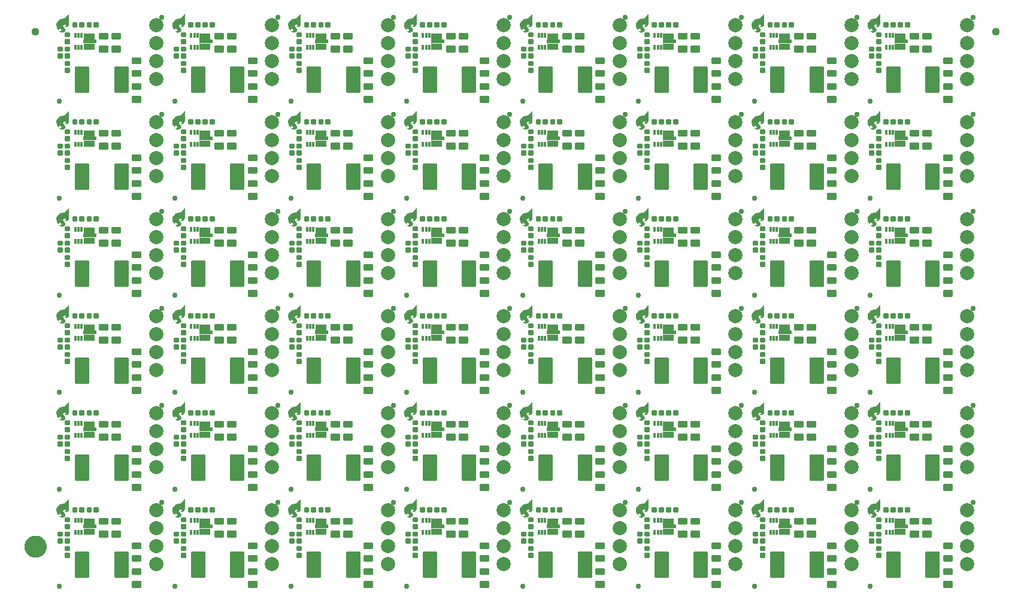
<source format=gts>
G04 EAGLE Gerber RS-274X export*
G75*
%MOMM*%
%FSLAX34Y34*%
%LPD*%
%INSoldermask Top*%
%IPPOS*%
%AMOC8*
5,1,8,0,0,1.08239X$1,22.5*%
G01*
%ADD10C,0.225369*%
%ADD11C,0.231750*%
%ADD12C,0.762000*%
%ADD13C,2.006600*%
%ADD14C,0.217469*%
%ADD15R,1.590000X0.900000*%
%ADD16R,0.390000X0.700000*%
%ADD17R,1.830000X0.500000*%
%ADD18C,1.127000*%
%ADD19C,1.270000*%
%ADD20C,1.627000*%

G36*
X503548Y378396D02*
X503548Y378396D01*
X503588Y378396D01*
X504688Y378596D01*
X504723Y378611D01*
X504802Y378636D01*
X505902Y379236D01*
X505922Y379254D01*
X505953Y379270D01*
X506853Y379970D01*
X506873Y379994D01*
X506933Y380058D01*
X506936Y380060D01*
X506936Y380062D01*
X506942Y380068D01*
X507442Y380868D01*
X507454Y380902D01*
X507481Y380950D01*
X507781Y381850D01*
X507784Y381887D01*
X507800Y381970D01*
X507800Y382770D01*
X507793Y382803D01*
X507791Y382853D01*
X507591Y383753D01*
X507574Y383788D01*
X507552Y383855D01*
X507052Y384755D01*
X507030Y384779D01*
X507006Y384820D01*
X506306Y385620D01*
X506305Y385621D01*
X506304Y385623D01*
X506087Y385867D01*
X505749Y386248D01*
X505504Y386523D01*
X505496Y386528D01*
X505489Y386539D01*
X504847Y387181D01*
X504600Y387839D01*
X504600Y388408D01*
X504759Y388885D01*
X505080Y389286D01*
X505576Y389617D01*
X506267Y389790D01*
X506982Y389790D01*
X507411Y389704D01*
X507806Y389546D01*
X508325Y389028D01*
X508475Y388802D01*
X508540Y388608D01*
X508540Y388332D01*
X508488Y388175D01*
X508015Y387702D01*
X507800Y387631D01*
X507780Y387618D01*
X507750Y387610D01*
X507482Y387476D01*
X507350Y387410D01*
X507321Y387386D01*
X507251Y387339D01*
X507151Y387239D01*
X507138Y387218D01*
X507119Y387202D01*
X507093Y387145D01*
X507060Y387092D01*
X507057Y387067D01*
X507047Y387044D01*
X507049Y386981D01*
X507043Y386919D01*
X507052Y386896D01*
X507053Y386871D01*
X507083Y386816D01*
X507105Y386757D01*
X507123Y386740D01*
X507135Y386718D01*
X507205Y386664D01*
X507232Y386640D01*
X507241Y386637D01*
X507250Y386630D01*
X507650Y386430D01*
X507665Y386426D01*
X507678Y386417D01*
X507812Y386391D01*
X507819Y386390D01*
X507820Y386390D01*
X509020Y386390D01*
X509046Y386396D01*
X509083Y386395D01*
X509683Y386495D01*
X509688Y386497D01*
X509695Y386497D01*
X510195Y386597D01*
X510221Y386609D01*
X510261Y386617D01*
X510761Y386817D01*
X510792Y386839D01*
X510848Y386866D01*
X511248Y387166D01*
X511252Y387170D01*
X511258Y387173D01*
X511758Y387573D01*
X511775Y387596D01*
X511846Y387674D01*
X512446Y388674D01*
X512458Y388710D01*
X512486Y388766D01*
X512686Y389466D01*
X512687Y389491D01*
X512697Y389523D01*
X512797Y390323D01*
X512795Y390344D01*
X512800Y390370D01*
X512800Y404070D01*
X512794Y404095D01*
X512797Y404121D01*
X512775Y404179D01*
X512761Y404239D01*
X512744Y404259D01*
X512735Y404283D01*
X512690Y404325D01*
X512651Y404372D01*
X512627Y404383D01*
X512608Y404400D01*
X512549Y404418D01*
X512492Y404443D01*
X512467Y404442D01*
X512442Y404450D01*
X512381Y404439D01*
X512319Y404437D01*
X512297Y404424D01*
X512271Y404420D01*
X512200Y404372D01*
X512167Y404354D01*
X512161Y404346D01*
X512151Y404339D01*
X511651Y403839D01*
X511632Y403808D01*
X511594Y403766D01*
X511318Y403306D01*
X510851Y402839D01*
X510843Y402826D01*
X510828Y402813D01*
X510339Y402227D01*
X509151Y401039D01*
X509144Y401028D01*
X509131Y401017D01*
X507941Y399628D01*
X506984Y398672D01*
X506086Y398133D01*
X505589Y398050D01*
X503720Y398050D01*
X503694Y398044D01*
X503658Y398045D01*
X502458Y397845D01*
X502442Y397838D01*
X502420Y397837D01*
X501320Y397537D01*
X501303Y397528D01*
X501279Y397523D01*
X500279Y397123D01*
X500257Y397108D01*
X500224Y397096D01*
X499224Y396496D01*
X499204Y396476D01*
X499170Y396456D01*
X498370Y395756D01*
X498363Y395747D01*
X498351Y395739D01*
X497551Y394939D01*
X497540Y394921D01*
X497520Y394903D01*
X496820Y394003D01*
X496809Y393980D01*
X496788Y393955D01*
X495788Y392155D01*
X495777Y392119D01*
X495752Y392067D01*
X495252Y390167D01*
X495251Y390135D01*
X495240Y390092D01*
X495140Y388392D01*
X495147Y388356D01*
X495146Y388300D01*
X495446Y386700D01*
X495455Y386679D01*
X495458Y386659D01*
X495458Y386655D01*
X495459Y386654D01*
X495459Y386650D01*
X495959Y385150D01*
X495978Y385119D01*
X495999Y385066D01*
X496699Y383966D01*
X496718Y383947D01*
X496736Y383917D01*
X497536Y383017D01*
X497568Y382995D01*
X497618Y382948D01*
X498418Y382448D01*
X498484Y382425D01*
X498548Y382397D01*
X498565Y382397D01*
X498582Y382392D01*
X498651Y382401D01*
X498721Y382403D01*
X498736Y382412D01*
X498754Y382414D01*
X498812Y382453D01*
X498873Y382486D01*
X498883Y382501D01*
X498898Y382511D01*
X498933Y382571D01*
X498973Y382628D01*
X498976Y382647D01*
X498984Y382661D01*
X498987Y382700D01*
X499000Y382770D01*
X499000Y383608D01*
X499072Y383824D01*
X499133Y383945D01*
X499325Y384138D01*
X499482Y384190D01*
X499673Y384190D01*
X500387Y384011D01*
X500729Y383841D01*
X501000Y383659D01*
X501370Y383382D01*
X501925Y382828D01*
X502267Y382314D01*
X502340Y382023D01*
X502340Y381532D01*
X502268Y381316D01*
X502191Y381161D01*
X502040Y380935D01*
X501719Y380695D01*
X501593Y380632D01*
X501396Y380533D01*
X500945Y380443D01*
X500938Y380439D01*
X500928Y380439D01*
X500573Y380350D01*
X500110Y380350D01*
X499990Y380410D01*
X499975Y380414D01*
X499962Y380423D01*
X499828Y380449D01*
X499822Y380450D01*
X499821Y380450D01*
X499820Y380450D01*
X499720Y380450D01*
X499695Y380444D01*
X499669Y380447D01*
X499612Y380425D01*
X499551Y380411D01*
X499531Y380394D01*
X499507Y380385D01*
X499465Y380340D01*
X499418Y380301D01*
X499407Y380277D01*
X499390Y380258D01*
X499372Y380199D01*
X499347Y380142D01*
X499348Y380117D01*
X499340Y380092D01*
X499351Y380031D01*
X499353Y379969D01*
X499366Y379947D01*
X499370Y379921D01*
X499418Y379850D01*
X499436Y379817D01*
X499444Y379811D01*
X499451Y379801D01*
X499551Y379701D01*
X499571Y379689D01*
X499592Y379666D01*
X499992Y379366D01*
X500018Y379354D01*
X500050Y379330D01*
X501450Y378630D01*
X501486Y378621D01*
X501538Y378599D01*
X502438Y378399D01*
X502471Y378399D01*
X502520Y378390D01*
X503520Y378390D01*
X503548Y378396D01*
G37*
G36*
X339718Y378396D02*
X339718Y378396D01*
X339758Y378396D01*
X340858Y378596D01*
X340893Y378611D01*
X340972Y378636D01*
X342072Y379236D01*
X342092Y379254D01*
X342123Y379270D01*
X343023Y379970D01*
X343043Y379994D01*
X343103Y380058D01*
X343106Y380060D01*
X343106Y380062D01*
X343112Y380068D01*
X343612Y380868D01*
X343624Y380902D01*
X343651Y380950D01*
X343951Y381850D01*
X343954Y381887D01*
X343970Y381970D01*
X343970Y382770D01*
X343963Y382803D01*
X343961Y382853D01*
X343761Y383753D01*
X343744Y383788D01*
X343722Y383855D01*
X343222Y384755D01*
X343200Y384779D01*
X343176Y384820D01*
X342476Y385620D01*
X342475Y385621D01*
X342474Y385623D01*
X342257Y385867D01*
X341919Y386248D01*
X341674Y386523D01*
X341666Y386528D01*
X341659Y386539D01*
X341017Y387181D01*
X340770Y387839D01*
X340770Y388408D01*
X340929Y388885D01*
X341250Y389286D01*
X341746Y389617D01*
X342437Y389790D01*
X343152Y389790D01*
X343581Y389704D01*
X343976Y389546D01*
X344495Y389028D01*
X344645Y388802D01*
X344710Y388608D01*
X344710Y388332D01*
X344658Y388175D01*
X344185Y387702D01*
X343970Y387631D01*
X343950Y387618D01*
X343920Y387610D01*
X343652Y387476D01*
X343520Y387410D01*
X343491Y387386D01*
X343421Y387339D01*
X343321Y387239D01*
X343308Y387218D01*
X343289Y387202D01*
X343263Y387145D01*
X343230Y387092D01*
X343227Y387067D01*
X343217Y387044D01*
X343219Y386981D01*
X343213Y386919D01*
X343222Y386896D01*
X343223Y386871D01*
X343253Y386816D01*
X343275Y386757D01*
X343293Y386740D01*
X343305Y386718D01*
X343375Y386664D01*
X343402Y386640D01*
X343411Y386637D01*
X343420Y386630D01*
X343820Y386430D01*
X343835Y386426D01*
X343848Y386417D01*
X343982Y386391D01*
X343989Y386390D01*
X343990Y386390D01*
X345190Y386390D01*
X345216Y386396D01*
X345253Y386395D01*
X345853Y386495D01*
X345858Y386497D01*
X345865Y386497D01*
X346365Y386597D01*
X346391Y386609D01*
X346431Y386617D01*
X346931Y386817D01*
X346962Y386839D01*
X347018Y386866D01*
X347418Y387166D01*
X347422Y387170D01*
X347428Y387173D01*
X347928Y387573D01*
X347945Y387596D01*
X348016Y387674D01*
X348616Y388674D01*
X348628Y388710D01*
X348656Y388766D01*
X348856Y389466D01*
X348857Y389491D01*
X348867Y389523D01*
X348967Y390323D01*
X348965Y390344D01*
X348970Y390370D01*
X348970Y404070D01*
X348964Y404095D01*
X348967Y404121D01*
X348945Y404179D01*
X348931Y404239D01*
X348914Y404259D01*
X348905Y404283D01*
X348860Y404325D01*
X348821Y404372D01*
X348797Y404383D01*
X348778Y404400D01*
X348719Y404418D01*
X348662Y404443D01*
X348637Y404442D01*
X348612Y404450D01*
X348551Y404439D01*
X348489Y404437D01*
X348467Y404424D01*
X348441Y404420D01*
X348370Y404372D01*
X348337Y404354D01*
X348331Y404346D01*
X348321Y404339D01*
X347821Y403839D01*
X347802Y403808D01*
X347764Y403766D01*
X347488Y403306D01*
X347021Y402839D01*
X347013Y402826D01*
X346998Y402813D01*
X346509Y402227D01*
X345321Y401039D01*
X345314Y401028D01*
X345301Y401017D01*
X344111Y399628D01*
X343154Y398672D01*
X342256Y398133D01*
X341759Y398050D01*
X339890Y398050D01*
X339864Y398044D01*
X339828Y398045D01*
X338628Y397845D01*
X338612Y397838D01*
X338590Y397837D01*
X337490Y397537D01*
X337473Y397528D01*
X337449Y397523D01*
X336449Y397123D01*
X336427Y397108D01*
X336394Y397096D01*
X335394Y396496D01*
X335374Y396476D01*
X335340Y396456D01*
X334540Y395756D01*
X334533Y395747D01*
X334521Y395739D01*
X333721Y394939D01*
X333710Y394921D01*
X333690Y394903D01*
X332990Y394003D01*
X332979Y393980D01*
X332958Y393955D01*
X331958Y392155D01*
X331947Y392119D01*
X331922Y392067D01*
X331422Y390167D01*
X331421Y390135D01*
X331410Y390092D01*
X331310Y388392D01*
X331317Y388356D01*
X331316Y388300D01*
X331616Y386700D01*
X331625Y386679D01*
X331628Y386659D01*
X331628Y386655D01*
X331629Y386654D01*
X331629Y386650D01*
X332129Y385150D01*
X332148Y385119D01*
X332169Y385066D01*
X332869Y383966D01*
X332888Y383947D01*
X332906Y383917D01*
X333706Y383017D01*
X333738Y382995D01*
X333788Y382948D01*
X334588Y382448D01*
X334654Y382425D01*
X334718Y382397D01*
X334735Y382397D01*
X334752Y382392D01*
X334821Y382401D01*
X334891Y382403D01*
X334906Y382412D01*
X334924Y382414D01*
X334982Y382453D01*
X335043Y382486D01*
X335053Y382501D01*
X335068Y382511D01*
X335103Y382571D01*
X335143Y382628D01*
X335146Y382647D01*
X335154Y382661D01*
X335157Y382700D01*
X335170Y382770D01*
X335170Y383608D01*
X335242Y383824D01*
X335303Y383945D01*
X335495Y384138D01*
X335652Y384190D01*
X335843Y384190D01*
X336557Y384011D01*
X336899Y383841D01*
X337170Y383659D01*
X337540Y383382D01*
X338095Y382828D01*
X338437Y382314D01*
X338510Y382023D01*
X338510Y381532D01*
X338438Y381316D01*
X338361Y381161D01*
X338210Y380935D01*
X337889Y380695D01*
X337763Y380632D01*
X337566Y380533D01*
X337115Y380443D01*
X337108Y380439D01*
X337098Y380439D01*
X336743Y380350D01*
X336280Y380350D01*
X336160Y380410D01*
X336145Y380414D01*
X336132Y380423D01*
X335998Y380449D01*
X335992Y380450D01*
X335991Y380450D01*
X335990Y380450D01*
X335890Y380450D01*
X335865Y380444D01*
X335839Y380447D01*
X335782Y380425D01*
X335721Y380411D01*
X335701Y380394D01*
X335677Y380385D01*
X335635Y380340D01*
X335588Y380301D01*
X335577Y380277D01*
X335560Y380258D01*
X335542Y380199D01*
X335517Y380142D01*
X335518Y380117D01*
X335510Y380092D01*
X335521Y380031D01*
X335523Y379969D01*
X335536Y379947D01*
X335540Y379921D01*
X335588Y379850D01*
X335606Y379817D01*
X335614Y379811D01*
X335621Y379801D01*
X335721Y379701D01*
X335741Y379689D01*
X335762Y379666D01*
X336162Y379366D01*
X336188Y379354D01*
X336220Y379330D01*
X337620Y378630D01*
X337656Y378621D01*
X337708Y378599D01*
X338608Y378399D01*
X338641Y378399D01*
X338690Y378390D01*
X339690Y378390D01*
X339718Y378396D01*
G37*
G36*
X995038Y378396D02*
X995038Y378396D01*
X995078Y378396D01*
X996178Y378596D01*
X996213Y378611D01*
X996292Y378636D01*
X997392Y379236D01*
X997412Y379254D01*
X997443Y379270D01*
X998343Y379970D01*
X998363Y379994D01*
X998423Y380058D01*
X998426Y380060D01*
X998426Y380062D01*
X998432Y380068D01*
X998932Y380868D01*
X998944Y380902D01*
X998971Y380950D01*
X999271Y381850D01*
X999274Y381887D01*
X999290Y381970D01*
X999290Y382770D01*
X999283Y382803D01*
X999281Y382853D01*
X999081Y383753D01*
X999064Y383788D01*
X999042Y383855D01*
X998542Y384755D01*
X998520Y384779D01*
X998496Y384820D01*
X997796Y385620D01*
X997795Y385621D01*
X997794Y385623D01*
X997577Y385867D01*
X997239Y386248D01*
X996994Y386523D01*
X996986Y386528D01*
X996979Y386539D01*
X996337Y387181D01*
X996090Y387839D01*
X996090Y388408D01*
X996249Y388885D01*
X996570Y389286D01*
X997066Y389617D01*
X997757Y389790D01*
X998472Y389790D01*
X998901Y389704D01*
X999296Y389546D01*
X999815Y389028D01*
X999965Y388802D01*
X1000030Y388608D01*
X1000030Y388332D01*
X999978Y388175D01*
X999505Y387702D01*
X999290Y387631D01*
X999270Y387618D01*
X999240Y387610D01*
X998972Y387476D01*
X998840Y387410D01*
X998811Y387386D01*
X998741Y387339D01*
X998641Y387239D01*
X998628Y387218D01*
X998609Y387202D01*
X998583Y387145D01*
X998550Y387092D01*
X998547Y387067D01*
X998537Y387044D01*
X998539Y386981D01*
X998533Y386919D01*
X998542Y386896D01*
X998543Y386871D01*
X998573Y386816D01*
X998595Y386757D01*
X998613Y386740D01*
X998625Y386718D01*
X998695Y386664D01*
X998722Y386640D01*
X998731Y386637D01*
X998740Y386630D01*
X999140Y386430D01*
X999155Y386426D01*
X999168Y386417D01*
X999302Y386391D01*
X999309Y386390D01*
X999310Y386390D01*
X1000510Y386390D01*
X1000536Y386396D01*
X1000573Y386395D01*
X1001173Y386495D01*
X1001178Y386497D01*
X1001185Y386497D01*
X1001685Y386597D01*
X1001711Y386609D01*
X1001751Y386617D01*
X1002251Y386817D01*
X1002282Y386839D01*
X1002338Y386866D01*
X1002738Y387166D01*
X1002742Y387170D01*
X1002748Y387173D01*
X1003248Y387573D01*
X1003265Y387596D01*
X1003336Y387674D01*
X1003936Y388674D01*
X1003948Y388710D01*
X1003976Y388766D01*
X1004176Y389466D01*
X1004177Y389491D01*
X1004187Y389523D01*
X1004287Y390323D01*
X1004285Y390344D01*
X1004290Y390370D01*
X1004290Y404070D01*
X1004284Y404095D01*
X1004287Y404121D01*
X1004265Y404179D01*
X1004251Y404239D01*
X1004234Y404259D01*
X1004225Y404283D01*
X1004180Y404325D01*
X1004141Y404372D01*
X1004117Y404383D01*
X1004098Y404400D01*
X1004039Y404418D01*
X1003982Y404443D01*
X1003957Y404442D01*
X1003932Y404450D01*
X1003871Y404439D01*
X1003809Y404437D01*
X1003787Y404424D01*
X1003761Y404420D01*
X1003690Y404372D01*
X1003657Y404354D01*
X1003651Y404346D01*
X1003641Y404339D01*
X1003141Y403839D01*
X1003122Y403808D01*
X1003084Y403766D01*
X1002808Y403306D01*
X1002341Y402839D01*
X1002333Y402826D01*
X1002318Y402813D01*
X1001829Y402227D01*
X1000641Y401039D01*
X1000634Y401028D01*
X1000621Y401017D01*
X999431Y399628D01*
X998474Y398672D01*
X997576Y398133D01*
X997079Y398050D01*
X995210Y398050D01*
X995184Y398044D01*
X995148Y398045D01*
X993948Y397845D01*
X993932Y397838D01*
X993910Y397837D01*
X992810Y397537D01*
X992793Y397528D01*
X992769Y397523D01*
X991769Y397123D01*
X991747Y397108D01*
X991714Y397096D01*
X990714Y396496D01*
X990694Y396476D01*
X990660Y396456D01*
X989860Y395756D01*
X989853Y395747D01*
X989841Y395739D01*
X989041Y394939D01*
X989030Y394921D01*
X989010Y394903D01*
X988310Y394003D01*
X988299Y393980D01*
X988278Y393955D01*
X987278Y392155D01*
X987267Y392119D01*
X987242Y392067D01*
X986742Y390167D01*
X986741Y390135D01*
X986730Y390092D01*
X986630Y388392D01*
X986637Y388356D01*
X986636Y388300D01*
X986936Y386700D01*
X986945Y386679D01*
X986948Y386659D01*
X986948Y386655D01*
X986949Y386654D01*
X986949Y386650D01*
X987449Y385150D01*
X987468Y385119D01*
X987489Y385066D01*
X988189Y383966D01*
X988208Y383947D01*
X988226Y383917D01*
X989026Y383017D01*
X989058Y382995D01*
X989108Y382948D01*
X989908Y382448D01*
X989974Y382425D01*
X990038Y382397D01*
X990055Y382397D01*
X990072Y382392D01*
X990141Y382401D01*
X990211Y382403D01*
X990226Y382412D01*
X990244Y382414D01*
X990302Y382453D01*
X990363Y382486D01*
X990373Y382501D01*
X990388Y382511D01*
X990423Y382571D01*
X990463Y382628D01*
X990466Y382647D01*
X990474Y382661D01*
X990477Y382700D01*
X990490Y382770D01*
X990490Y383608D01*
X990562Y383824D01*
X990623Y383945D01*
X990815Y384138D01*
X990972Y384190D01*
X991163Y384190D01*
X991877Y384011D01*
X992219Y383841D01*
X992490Y383659D01*
X992860Y383382D01*
X993415Y382828D01*
X993757Y382314D01*
X993830Y382023D01*
X993830Y381532D01*
X993758Y381316D01*
X993681Y381161D01*
X993530Y380935D01*
X993209Y380695D01*
X993083Y380632D01*
X992886Y380533D01*
X992435Y380443D01*
X992428Y380439D01*
X992418Y380439D01*
X992063Y380350D01*
X991600Y380350D01*
X991480Y380410D01*
X991465Y380414D01*
X991452Y380423D01*
X991318Y380449D01*
X991312Y380450D01*
X991311Y380450D01*
X991310Y380450D01*
X991210Y380450D01*
X991185Y380444D01*
X991159Y380447D01*
X991102Y380425D01*
X991041Y380411D01*
X991021Y380394D01*
X990997Y380385D01*
X990955Y380340D01*
X990908Y380301D01*
X990897Y380277D01*
X990880Y380258D01*
X990862Y380199D01*
X990837Y380142D01*
X990838Y380117D01*
X990830Y380092D01*
X990841Y380031D01*
X990843Y379969D01*
X990856Y379947D01*
X990860Y379921D01*
X990908Y379850D01*
X990926Y379817D01*
X990934Y379811D01*
X990941Y379801D01*
X991041Y379701D01*
X991061Y379689D01*
X991082Y379666D01*
X991482Y379366D01*
X991508Y379354D01*
X991540Y379330D01*
X992940Y378630D01*
X992976Y378621D01*
X993028Y378599D01*
X993928Y378399D01*
X993961Y378399D01*
X994010Y378390D01*
X995010Y378390D01*
X995038Y378396D01*
G37*
G36*
X175888Y378396D02*
X175888Y378396D01*
X175928Y378396D01*
X177028Y378596D01*
X177063Y378611D01*
X177142Y378636D01*
X178242Y379236D01*
X178262Y379254D01*
X178293Y379270D01*
X179193Y379970D01*
X179213Y379994D01*
X179273Y380058D01*
X179276Y380060D01*
X179276Y380062D01*
X179282Y380068D01*
X179782Y380868D01*
X179794Y380902D01*
X179821Y380950D01*
X180121Y381850D01*
X180124Y381887D01*
X180140Y381970D01*
X180140Y382770D01*
X180133Y382803D01*
X180131Y382853D01*
X179931Y383753D01*
X179914Y383788D01*
X179892Y383855D01*
X179392Y384755D01*
X179370Y384779D01*
X179346Y384820D01*
X178646Y385620D01*
X178645Y385621D01*
X178644Y385623D01*
X178427Y385867D01*
X178089Y386248D01*
X177844Y386523D01*
X177836Y386528D01*
X177829Y386539D01*
X177187Y387181D01*
X176940Y387839D01*
X176940Y388408D01*
X177099Y388885D01*
X177420Y389286D01*
X177916Y389617D01*
X178607Y389790D01*
X179322Y389790D01*
X179751Y389704D01*
X180146Y389546D01*
X180665Y389028D01*
X180815Y388802D01*
X180880Y388608D01*
X180880Y388332D01*
X180828Y388175D01*
X180355Y387702D01*
X180140Y387631D01*
X180120Y387618D01*
X180090Y387610D01*
X179822Y387476D01*
X179690Y387410D01*
X179661Y387386D01*
X179591Y387339D01*
X179491Y387239D01*
X179478Y387218D01*
X179459Y387202D01*
X179433Y387145D01*
X179400Y387092D01*
X179397Y387067D01*
X179387Y387044D01*
X179389Y386981D01*
X179383Y386919D01*
X179392Y386896D01*
X179393Y386871D01*
X179423Y386816D01*
X179445Y386757D01*
X179463Y386740D01*
X179475Y386718D01*
X179545Y386664D01*
X179572Y386640D01*
X179581Y386637D01*
X179590Y386630D01*
X179990Y386430D01*
X180005Y386426D01*
X180018Y386417D01*
X180152Y386391D01*
X180159Y386390D01*
X180160Y386390D01*
X181360Y386390D01*
X181386Y386396D01*
X181423Y386395D01*
X182023Y386495D01*
X182028Y386497D01*
X182035Y386497D01*
X182535Y386597D01*
X182561Y386609D01*
X182601Y386617D01*
X183101Y386817D01*
X183132Y386839D01*
X183188Y386866D01*
X183588Y387166D01*
X183592Y387170D01*
X183598Y387173D01*
X184098Y387573D01*
X184115Y387596D01*
X184186Y387674D01*
X184786Y388674D01*
X184798Y388710D01*
X184826Y388766D01*
X185026Y389466D01*
X185027Y389491D01*
X185037Y389523D01*
X185137Y390323D01*
X185135Y390344D01*
X185140Y390370D01*
X185140Y404070D01*
X185134Y404095D01*
X185137Y404121D01*
X185115Y404179D01*
X185101Y404239D01*
X185084Y404259D01*
X185075Y404283D01*
X185030Y404325D01*
X184991Y404372D01*
X184967Y404383D01*
X184948Y404400D01*
X184889Y404418D01*
X184832Y404443D01*
X184807Y404442D01*
X184782Y404450D01*
X184721Y404439D01*
X184659Y404437D01*
X184637Y404424D01*
X184611Y404420D01*
X184540Y404372D01*
X184507Y404354D01*
X184501Y404346D01*
X184491Y404339D01*
X183991Y403839D01*
X183972Y403808D01*
X183934Y403766D01*
X183658Y403306D01*
X183191Y402839D01*
X183183Y402826D01*
X183168Y402813D01*
X182679Y402227D01*
X181491Y401039D01*
X181484Y401028D01*
X181471Y401017D01*
X180281Y399628D01*
X179324Y398672D01*
X178426Y398133D01*
X177929Y398050D01*
X176060Y398050D01*
X176034Y398044D01*
X175998Y398045D01*
X174798Y397845D01*
X174782Y397838D01*
X174760Y397837D01*
X173660Y397537D01*
X173643Y397528D01*
X173619Y397523D01*
X172619Y397123D01*
X172597Y397108D01*
X172564Y397096D01*
X171564Y396496D01*
X171544Y396476D01*
X171510Y396456D01*
X170710Y395756D01*
X170703Y395747D01*
X170691Y395739D01*
X169891Y394939D01*
X169880Y394921D01*
X169860Y394903D01*
X169160Y394003D01*
X169149Y393980D01*
X169128Y393955D01*
X168128Y392155D01*
X168117Y392119D01*
X168092Y392067D01*
X167592Y390167D01*
X167591Y390135D01*
X167580Y390092D01*
X167480Y388392D01*
X167487Y388356D01*
X167486Y388300D01*
X167786Y386700D01*
X167795Y386679D01*
X167798Y386659D01*
X167798Y386655D01*
X167799Y386654D01*
X167799Y386650D01*
X168299Y385150D01*
X168318Y385119D01*
X168339Y385066D01*
X169039Y383966D01*
X169058Y383947D01*
X169076Y383917D01*
X169876Y383017D01*
X169908Y382995D01*
X169958Y382948D01*
X170758Y382448D01*
X170824Y382425D01*
X170888Y382397D01*
X170905Y382397D01*
X170922Y382392D01*
X170991Y382401D01*
X171061Y382403D01*
X171076Y382412D01*
X171094Y382414D01*
X171152Y382453D01*
X171213Y382486D01*
X171223Y382501D01*
X171238Y382511D01*
X171273Y382571D01*
X171313Y382628D01*
X171316Y382647D01*
X171324Y382661D01*
X171327Y382700D01*
X171340Y382770D01*
X171340Y383608D01*
X171412Y383824D01*
X171473Y383945D01*
X171665Y384138D01*
X171822Y384190D01*
X172013Y384190D01*
X172727Y384011D01*
X173069Y383841D01*
X173340Y383659D01*
X173710Y383382D01*
X174265Y382828D01*
X174607Y382314D01*
X174680Y382023D01*
X174680Y381532D01*
X174608Y381316D01*
X174531Y381161D01*
X174380Y380935D01*
X174059Y380695D01*
X173933Y380632D01*
X173736Y380533D01*
X173285Y380443D01*
X173278Y380439D01*
X173268Y380439D01*
X172913Y380350D01*
X172450Y380350D01*
X172330Y380410D01*
X172315Y380414D01*
X172302Y380423D01*
X172168Y380449D01*
X172162Y380450D01*
X172161Y380450D01*
X172160Y380450D01*
X172060Y380450D01*
X172035Y380444D01*
X172009Y380447D01*
X171952Y380425D01*
X171891Y380411D01*
X171871Y380394D01*
X171847Y380385D01*
X171805Y380340D01*
X171758Y380301D01*
X171747Y380277D01*
X171730Y380258D01*
X171712Y380199D01*
X171687Y380142D01*
X171688Y380117D01*
X171680Y380092D01*
X171691Y380031D01*
X171693Y379969D01*
X171706Y379947D01*
X171710Y379921D01*
X171758Y379850D01*
X171776Y379817D01*
X171784Y379811D01*
X171791Y379801D01*
X171891Y379701D01*
X171911Y379689D01*
X171932Y379666D01*
X172332Y379366D01*
X172358Y379354D01*
X172390Y379330D01*
X173790Y378630D01*
X173826Y378621D01*
X173878Y378599D01*
X174778Y378399D01*
X174811Y378399D01*
X174860Y378390D01*
X175860Y378390D01*
X175888Y378396D01*
G37*
G36*
X831208Y378396D02*
X831208Y378396D01*
X831248Y378396D01*
X832348Y378596D01*
X832383Y378611D01*
X832462Y378636D01*
X833562Y379236D01*
X833582Y379254D01*
X833613Y379270D01*
X834513Y379970D01*
X834533Y379994D01*
X834593Y380058D01*
X834596Y380060D01*
X834596Y380062D01*
X834602Y380068D01*
X835102Y380868D01*
X835114Y380902D01*
X835141Y380950D01*
X835441Y381850D01*
X835444Y381887D01*
X835460Y381970D01*
X835460Y382770D01*
X835453Y382803D01*
X835451Y382853D01*
X835251Y383753D01*
X835234Y383788D01*
X835212Y383855D01*
X834712Y384755D01*
X834690Y384779D01*
X834666Y384820D01*
X833966Y385620D01*
X833965Y385621D01*
X833964Y385623D01*
X833747Y385867D01*
X833409Y386248D01*
X833164Y386523D01*
X833156Y386528D01*
X833149Y386539D01*
X832507Y387181D01*
X832260Y387839D01*
X832260Y388408D01*
X832419Y388885D01*
X832740Y389286D01*
X833236Y389617D01*
X833927Y389790D01*
X834642Y389790D01*
X835071Y389704D01*
X835466Y389546D01*
X835985Y389028D01*
X836135Y388802D01*
X836200Y388608D01*
X836200Y388332D01*
X836148Y388175D01*
X835675Y387702D01*
X835460Y387631D01*
X835440Y387618D01*
X835410Y387610D01*
X835142Y387476D01*
X835010Y387410D01*
X834981Y387386D01*
X834911Y387339D01*
X834811Y387239D01*
X834798Y387218D01*
X834779Y387202D01*
X834753Y387145D01*
X834720Y387092D01*
X834717Y387067D01*
X834707Y387044D01*
X834709Y386981D01*
X834703Y386919D01*
X834712Y386896D01*
X834713Y386871D01*
X834743Y386816D01*
X834765Y386757D01*
X834783Y386740D01*
X834795Y386718D01*
X834865Y386664D01*
X834892Y386640D01*
X834901Y386637D01*
X834910Y386630D01*
X835310Y386430D01*
X835325Y386426D01*
X835338Y386417D01*
X835472Y386391D01*
X835479Y386390D01*
X835480Y386390D01*
X836680Y386390D01*
X836706Y386396D01*
X836743Y386395D01*
X837343Y386495D01*
X837348Y386497D01*
X837355Y386497D01*
X837855Y386597D01*
X837881Y386609D01*
X837921Y386617D01*
X838421Y386817D01*
X838452Y386839D01*
X838508Y386866D01*
X838908Y387166D01*
X838912Y387170D01*
X838918Y387173D01*
X839418Y387573D01*
X839435Y387596D01*
X839506Y387674D01*
X840106Y388674D01*
X840118Y388710D01*
X840146Y388766D01*
X840346Y389466D01*
X840347Y389491D01*
X840357Y389523D01*
X840457Y390323D01*
X840455Y390344D01*
X840460Y390370D01*
X840460Y404070D01*
X840454Y404095D01*
X840457Y404121D01*
X840435Y404179D01*
X840421Y404239D01*
X840404Y404259D01*
X840395Y404283D01*
X840350Y404325D01*
X840311Y404372D01*
X840287Y404383D01*
X840268Y404400D01*
X840209Y404418D01*
X840152Y404443D01*
X840127Y404442D01*
X840102Y404450D01*
X840041Y404439D01*
X839979Y404437D01*
X839957Y404424D01*
X839931Y404420D01*
X839860Y404372D01*
X839827Y404354D01*
X839821Y404346D01*
X839811Y404339D01*
X839311Y403839D01*
X839292Y403808D01*
X839254Y403766D01*
X838978Y403306D01*
X838511Y402839D01*
X838503Y402826D01*
X838488Y402813D01*
X837999Y402227D01*
X836811Y401039D01*
X836804Y401028D01*
X836791Y401017D01*
X835601Y399628D01*
X834644Y398672D01*
X833746Y398133D01*
X833249Y398050D01*
X831380Y398050D01*
X831354Y398044D01*
X831318Y398045D01*
X830118Y397845D01*
X830102Y397838D01*
X830080Y397837D01*
X828980Y397537D01*
X828963Y397528D01*
X828939Y397523D01*
X827939Y397123D01*
X827917Y397108D01*
X827884Y397096D01*
X826884Y396496D01*
X826864Y396476D01*
X826830Y396456D01*
X826030Y395756D01*
X826023Y395747D01*
X826011Y395739D01*
X825211Y394939D01*
X825200Y394921D01*
X825180Y394903D01*
X824480Y394003D01*
X824469Y393980D01*
X824448Y393955D01*
X823448Y392155D01*
X823437Y392119D01*
X823412Y392067D01*
X822912Y390167D01*
X822911Y390135D01*
X822900Y390092D01*
X822800Y388392D01*
X822807Y388356D01*
X822806Y388300D01*
X823106Y386700D01*
X823115Y386679D01*
X823118Y386659D01*
X823118Y386655D01*
X823119Y386654D01*
X823119Y386650D01*
X823619Y385150D01*
X823638Y385119D01*
X823659Y385066D01*
X824359Y383966D01*
X824378Y383947D01*
X824396Y383917D01*
X825196Y383017D01*
X825228Y382995D01*
X825278Y382948D01*
X826078Y382448D01*
X826144Y382425D01*
X826208Y382397D01*
X826225Y382397D01*
X826242Y382392D01*
X826311Y382401D01*
X826381Y382403D01*
X826396Y382412D01*
X826414Y382414D01*
X826472Y382453D01*
X826533Y382486D01*
X826543Y382501D01*
X826558Y382511D01*
X826593Y382571D01*
X826633Y382628D01*
X826636Y382647D01*
X826644Y382661D01*
X826647Y382700D01*
X826660Y382770D01*
X826660Y383608D01*
X826732Y383824D01*
X826793Y383945D01*
X826985Y384138D01*
X827142Y384190D01*
X827333Y384190D01*
X828047Y384011D01*
X828389Y383841D01*
X828660Y383659D01*
X829030Y383382D01*
X829585Y382828D01*
X829927Y382314D01*
X830000Y382023D01*
X830000Y381532D01*
X829928Y381316D01*
X829851Y381161D01*
X829700Y380935D01*
X829379Y380695D01*
X829253Y380632D01*
X829056Y380533D01*
X828605Y380443D01*
X828598Y380439D01*
X828588Y380439D01*
X828233Y380350D01*
X827770Y380350D01*
X827650Y380410D01*
X827635Y380414D01*
X827622Y380423D01*
X827488Y380449D01*
X827482Y380450D01*
X827481Y380450D01*
X827480Y380450D01*
X827380Y380450D01*
X827355Y380444D01*
X827329Y380447D01*
X827272Y380425D01*
X827211Y380411D01*
X827191Y380394D01*
X827167Y380385D01*
X827125Y380340D01*
X827078Y380301D01*
X827067Y380277D01*
X827050Y380258D01*
X827032Y380199D01*
X827007Y380142D01*
X827008Y380117D01*
X827000Y380092D01*
X827011Y380031D01*
X827013Y379969D01*
X827026Y379947D01*
X827030Y379921D01*
X827078Y379850D01*
X827096Y379817D01*
X827104Y379811D01*
X827111Y379801D01*
X827211Y379701D01*
X827231Y379689D01*
X827252Y379666D01*
X827652Y379366D01*
X827678Y379354D01*
X827710Y379330D01*
X829110Y378630D01*
X829146Y378621D01*
X829198Y378599D01*
X830098Y378399D01*
X830131Y378399D01*
X830180Y378390D01*
X831180Y378390D01*
X831208Y378396D01*
G37*
G36*
X667378Y378396D02*
X667378Y378396D01*
X667418Y378396D01*
X668518Y378596D01*
X668553Y378611D01*
X668632Y378636D01*
X669732Y379236D01*
X669752Y379254D01*
X669783Y379270D01*
X670683Y379970D01*
X670703Y379994D01*
X670763Y380058D01*
X670766Y380060D01*
X670766Y380062D01*
X670772Y380068D01*
X671272Y380868D01*
X671284Y380902D01*
X671311Y380950D01*
X671611Y381850D01*
X671614Y381887D01*
X671630Y381970D01*
X671630Y382770D01*
X671623Y382803D01*
X671621Y382853D01*
X671421Y383753D01*
X671404Y383788D01*
X671382Y383855D01*
X670882Y384755D01*
X670860Y384779D01*
X670836Y384820D01*
X670136Y385620D01*
X670135Y385621D01*
X670134Y385623D01*
X669917Y385867D01*
X669579Y386248D01*
X669334Y386523D01*
X669326Y386528D01*
X669319Y386539D01*
X668677Y387181D01*
X668430Y387839D01*
X668430Y388408D01*
X668589Y388885D01*
X668910Y389286D01*
X669406Y389617D01*
X670097Y389790D01*
X670812Y389790D01*
X671241Y389704D01*
X671636Y389546D01*
X672155Y389028D01*
X672305Y388802D01*
X672370Y388608D01*
X672370Y388332D01*
X672318Y388175D01*
X671845Y387702D01*
X671630Y387631D01*
X671610Y387618D01*
X671580Y387610D01*
X671312Y387476D01*
X671180Y387410D01*
X671151Y387386D01*
X671081Y387339D01*
X670981Y387239D01*
X670968Y387218D01*
X670949Y387202D01*
X670923Y387145D01*
X670890Y387092D01*
X670887Y387067D01*
X670877Y387044D01*
X670879Y386981D01*
X670873Y386919D01*
X670882Y386896D01*
X670883Y386871D01*
X670913Y386816D01*
X670935Y386757D01*
X670953Y386740D01*
X670965Y386718D01*
X671035Y386664D01*
X671062Y386640D01*
X671071Y386637D01*
X671080Y386630D01*
X671480Y386430D01*
X671495Y386426D01*
X671508Y386417D01*
X671642Y386391D01*
X671649Y386390D01*
X671650Y386390D01*
X672850Y386390D01*
X672876Y386396D01*
X672913Y386395D01*
X673513Y386495D01*
X673518Y386497D01*
X673525Y386497D01*
X674025Y386597D01*
X674051Y386609D01*
X674091Y386617D01*
X674591Y386817D01*
X674622Y386839D01*
X674678Y386866D01*
X675078Y387166D01*
X675082Y387170D01*
X675088Y387173D01*
X675588Y387573D01*
X675605Y387596D01*
X675676Y387674D01*
X676276Y388674D01*
X676288Y388710D01*
X676316Y388766D01*
X676516Y389466D01*
X676517Y389491D01*
X676527Y389523D01*
X676627Y390323D01*
X676625Y390344D01*
X676630Y390370D01*
X676630Y404070D01*
X676624Y404095D01*
X676627Y404121D01*
X676605Y404179D01*
X676591Y404239D01*
X676574Y404259D01*
X676565Y404283D01*
X676520Y404325D01*
X676481Y404372D01*
X676457Y404383D01*
X676438Y404400D01*
X676379Y404418D01*
X676322Y404443D01*
X676297Y404442D01*
X676272Y404450D01*
X676211Y404439D01*
X676149Y404437D01*
X676127Y404424D01*
X676101Y404420D01*
X676030Y404372D01*
X675997Y404354D01*
X675991Y404346D01*
X675981Y404339D01*
X675481Y403839D01*
X675462Y403808D01*
X675424Y403766D01*
X675148Y403306D01*
X674681Y402839D01*
X674673Y402826D01*
X674658Y402813D01*
X674169Y402227D01*
X672981Y401039D01*
X672974Y401028D01*
X672961Y401017D01*
X671771Y399628D01*
X670814Y398672D01*
X669916Y398133D01*
X669419Y398050D01*
X667550Y398050D01*
X667524Y398044D01*
X667488Y398045D01*
X666288Y397845D01*
X666272Y397838D01*
X666250Y397837D01*
X665150Y397537D01*
X665133Y397528D01*
X665109Y397523D01*
X664109Y397123D01*
X664087Y397108D01*
X664054Y397096D01*
X663054Y396496D01*
X663034Y396476D01*
X663000Y396456D01*
X662200Y395756D01*
X662193Y395747D01*
X662181Y395739D01*
X661381Y394939D01*
X661370Y394921D01*
X661350Y394903D01*
X660650Y394003D01*
X660639Y393980D01*
X660618Y393955D01*
X659618Y392155D01*
X659607Y392119D01*
X659582Y392067D01*
X659082Y390167D01*
X659081Y390135D01*
X659070Y390092D01*
X658970Y388392D01*
X658977Y388356D01*
X658976Y388300D01*
X659276Y386700D01*
X659285Y386679D01*
X659288Y386659D01*
X659288Y386655D01*
X659289Y386654D01*
X659289Y386650D01*
X659789Y385150D01*
X659808Y385119D01*
X659829Y385066D01*
X660529Y383966D01*
X660548Y383947D01*
X660566Y383917D01*
X661366Y383017D01*
X661398Y382995D01*
X661448Y382948D01*
X662248Y382448D01*
X662314Y382425D01*
X662378Y382397D01*
X662395Y382397D01*
X662412Y382392D01*
X662481Y382401D01*
X662551Y382403D01*
X662566Y382412D01*
X662584Y382414D01*
X662642Y382453D01*
X662703Y382486D01*
X662713Y382501D01*
X662728Y382511D01*
X662763Y382571D01*
X662803Y382628D01*
X662806Y382647D01*
X662814Y382661D01*
X662817Y382700D01*
X662830Y382770D01*
X662830Y383608D01*
X662902Y383824D01*
X662963Y383945D01*
X663155Y384138D01*
X663312Y384190D01*
X663503Y384190D01*
X664217Y384011D01*
X664559Y383841D01*
X664830Y383659D01*
X665200Y383382D01*
X665755Y382828D01*
X666097Y382314D01*
X666170Y382023D01*
X666170Y381532D01*
X666098Y381316D01*
X666021Y381161D01*
X665870Y380935D01*
X665549Y380695D01*
X665423Y380632D01*
X665226Y380533D01*
X664775Y380443D01*
X664768Y380439D01*
X664758Y380439D01*
X664403Y380350D01*
X663940Y380350D01*
X663820Y380410D01*
X663805Y380414D01*
X663792Y380423D01*
X663658Y380449D01*
X663652Y380450D01*
X663651Y380450D01*
X663650Y380450D01*
X663550Y380450D01*
X663525Y380444D01*
X663499Y380447D01*
X663442Y380425D01*
X663381Y380411D01*
X663361Y380394D01*
X663337Y380385D01*
X663295Y380340D01*
X663248Y380301D01*
X663237Y380277D01*
X663220Y380258D01*
X663202Y380199D01*
X663177Y380142D01*
X663178Y380117D01*
X663170Y380092D01*
X663181Y380031D01*
X663183Y379969D01*
X663196Y379947D01*
X663200Y379921D01*
X663248Y379850D01*
X663266Y379817D01*
X663274Y379811D01*
X663281Y379801D01*
X663381Y379701D01*
X663401Y379689D01*
X663422Y379666D01*
X663822Y379366D01*
X663848Y379354D01*
X663880Y379330D01*
X665280Y378630D01*
X665316Y378621D01*
X665368Y378599D01*
X666268Y378399D01*
X666301Y378399D01*
X666350Y378390D01*
X667350Y378390D01*
X667378Y378396D01*
G37*
G36*
X12058Y378396D02*
X12058Y378396D01*
X12098Y378396D01*
X13198Y378596D01*
X13233Y378611D01*
X13312Y378636D01*
X14412Y379236D01*
X14432Y379254D01*
X14463Y379270D01*
X15363Y379970D01*
X15383Y379994D01*
X15443Y380058D01*
X15446Y380060D01*
X15446Y380062D01*
X15452Y380068D01*
X15952Y380868D01*
X15964Y380902D01*
X15991Y380950D01*
X16291Y381850D01*
X16294Y381887D01*
X16310Y381970D01*
X16310Y382770D01*
X16303Y382803D01*
X16301Y382853D01*
X16101Y383753D01*
X16084Y383788D01*
X16062Y383855D01*
X15562Y384755D01*
X15540Y384779D01*
X15516Y384820D01*
X14816Y385620D01*
X14815Y385621D01*
X14814Y385623D01*
X14597Y385867D01*
X14259Y386248D01*
X14014Y386523D01*
X14006Y386528D01*
X13999Y386539D01*
X13357Y387181D01*
X13110Y387839D01*
X13110Y388408D01*
X13269Y388885D01*
X13590Y389286D01*
X14086Y389617D01*
X14777Y389790D01*
X15492Y389790D01*
X15921Y389704D01*
X16316Y389546D01*
X16835Y389028D01*
X16985Y388802D01*
X17050Y388608D01*
X17050Y388332D01*
X16998Y388175D01*
X16525Y387702D01*
X16310Y387631D01*
X16290Y387618D01*
X16260Y387610D01*
X15992Y387476D01*
X15860Y387410D01*
X15831Y387386D01*
X15761Y387339D01*
X15661Y387239D01*
X15648Y387218D01*
X15629Y387202D01*
X15603Y387145D01*
X15570Y387092D01*
X15567Y387067D01*
X15557Y387044D01*
X15559Y386981D01*
X15553Y386919D01*
X15562Y386896D01*
X15563Y386871D01*
X15593Y386816D01*
X15615Y386757D01*
X15633Y386740D01*
X15645Y386718D01*
X15715Y386664D01*
X15742Y386640D01*
X15751Y386637D01*
X15760Y386630D01*
X16160Y386430D01*
X16175Y386426D01*
X16188Y386417D01*
X16322Y386391D01*
X16329Y386390D01*
X16330Y386390D01*
X17530Y386390D01*
X17556Y386396D01*
X17593Y386395D01*
X18193Y386495D01*
X18198Y386497D01*
X18205Y386497D01*
X18705Y386597D01*
X18731Y386609D01*
X18771Y386617D01*
X19271Y386817D01*
X19302Y386839D01*
X19358Y386866D01*
X19758Y387166D01*
X19762Y387170D01*
X19768Y387173D01*
X20268Y387573D01*
X20285Y387596D01*
X20356Y387674D01*
X20956Y388674D01*
X20968Y388710D01*
X20996Y388766D01*
X21196Y389466D01*
X21197Y389491D01*
X21207Y389523D01*
X21307Y390323D01*
X21305Y390344D01*
X21310Y390370D01*
X21310Y404070D01*
X21304Y404095D01*
X21307Y404121D01*
X21285Y404179D01*
X21271Y404239D01*
X21254Y404259D01*
X21245Y404283D01*
X21200Y404325D01*
X21161Y404372D01*
X21137Y404383D01*
X21118Y404400D01*
X21059Y404418D01*
X21002Y404443D01*
X20977Y404442D01*
X20952Y404450D01*
X20891Y404439D01*
X20829Y404437D01*
X20807Y404424D01*
X20781Y404420D01*
X20710Y404372D01*
X20677Y404354D01*
X20671Y404346D01*
X20661Y404339D01*
X20161Y403839D01*
X20142Y403808D01*
X20104Y403766D01*
X19828Y403306D01*
X19361Y402839D01*
X19353Y402826D01*
X19338Y402813D01*
X18849Y402227D01*
X17661Y401039D01*
X17654Y401028D01*
X17641Y401017D01*
X16451Y399628D01*
X15494Y398672D01*
X14596Y398133D01*
X14099Y398050D01*
X12230Y398050D01*
X12204Y398044D01*
X12168Y398045D01*
X10968Y397845D01*
X10952Y397838D01*
X10930Y397837D01*
X9830Y397537D01*
X9813Y397528D01*
X9789Y397523D01*
X8789Y397123D01*
X8767Y397108D01*
X8734Y397096D01*
X7734Y396496D01*
X7714Y396476D01*
X7680Y396456D01*
X6880Y395756D01*
X6873Y395747D01*
X6861Y395739D01*
X6061Y394939D01*
X6050Y394921D01*
X6030Y394903D01*
X5330Y394003D01*
X5319Y393980D01*
X5298Y393955D01*
X4298Y392155D01*
X4287Y392119D01*
X4262Y392067D01*
X3762Y390167D01*
X3761Y390135D01*
X3750Y390092D01*
X3650Y388392D01*
X3657Y388356D01*
X3656Y388300D01*
X3956Y386700D01*
X3965Y386679D01*
X3968Y386659D01*
X3968Y386655D01*
X3969Y386654D01*
X3969Y386650D01*
X4469Y385150D01*
X4488Y385119D01*
X4509Y385066D01*
X5209Y383966D01*
X5228Y383947D01*
X5246Y383917D01*
X6046Y383017D01*
X6078Y382995D01*
X6128Y382948D01*
X6928Y382448D01*
X6994Y382425D01*
X7058Y382397D01*
X7075Y382397D01*
X7092Y382392D01*
X7161Y382401D01*
X7231Y382403D01*
X7246Y382412D01*
X7264Y382414D01*
X7322Y382453D01*
X7383Y382486D01*
X7393Y382501D01*
X7408Y382511D01*
X7443Y382571D01*
X7483Y382628D01*
X7486Y382647D01*
X7494Y382661D01*
X7497Y382700D01*
X7510Y382770D01*
X7510Y383608D01*
X7582Y383824D01*
X7643Y383945D01*
X7835Y384138D01*
X7992Y384190D01*
X8183Y384190D01*
X8897Y384011D01*
X9239Y383841D01*
X9510Y383659D01*
X9880Y383382D01*
X10435Y382828D01*
X10777Y382314D01*
X10850Y382023D01*
X10850Y381532D01*
X10778Y381316D01*
X10701Y381161D01*
X10550Y380935D01*
X10229Y380695D01*
X10103Y380632D01*
X9906Y380533D01*
X9455Y380443D01*
X9448Y380439D01*
X9438Y380439D01*
X9083Y380350D01*
X8620Y380350D01*
X8500Y380410D01*
X8485Y380414D01*
X8472Y380423D01*
X8338Y380449D01*
X8332Y380450D01*
X8331Y380450D01*
X8330Y380450D01*
X8230Y380450D01*
X8205Y380444D01*
X8179Y380447D01*
X8122Y380425D01*
X8061Y380411D01*
X8041Y380394D01*
X8017Y380385D01*
X7975Y380340D01*
X7928Y380301D01*
X7917Y380277D01*
X7900Y380258D01*
X7882Y380199D01*
X7857Y380142D01*
X7858Y380117D01*
X7850Y380092D01*
X7861Y380031D01*
X7863Y379969D01*
X7876Y379947D01*
X7880Y379921D01*
X7928Y379850D01*
X7946Y379817D01*
X7954Y379811D01*
X7961Y379801D01*
X8061Y379701D01*
X8081Y379689D01*
X8102Y379666D01*
X8502Y379366D01*
X8528Y379354D01*
X8560Y379330D01*
X9960Y378630D01*
X9996Y378621D01*
X10048Y378599D01*
X10948Y378399D01*
X10981Y378399D01*
X11030Y378390D01*
X12030Y378390D01*
X12058Y378396D01*
G37*
G36*
X831208Y789876D02*
X831208Y789876D01*
X831248Y789876D01*
X832348Y790076D01*
X832383Y790091D01*
X832462Y790116D01*
X833562Y790716D01*
X833582Y790734D01*
X833613Y790750D01*
X834513Y791450D01*
X834533Y791474D01*
X834593Y791538D01*
X834596Y791540D01*
X834596Y791542D01*
X834602Y791548D01*
X835102Y792348D01*
X835114Y792382D01*
X835141Y792430D01*
X835441Y793330D01*
X835444Y793367D01*
X835460Y793450D01*
X835460Y794250D01*
X835453Y794283D01*
X835451Y794333D01*
X835251Y795233D01*
X835234Y795268D01*
X835212Y795335D01*
X834712Y796235D01*
X834690Y796259D01*
X834666Y796300D01*
X833966Y797100D01*
X833965Y797101D01*
X833964Y797103D01*
X833747Y797347D01*
X833409Y797728D01*
X833164Y798003D01*
X833156Y798008D01*
X833149Y798019D01*
X832507Y798661D01*
X832260Y799319D01*
X832260Y799888D01*
X832419Y800365D01*
X832740Y800766D01*
X833236Y801097D01*
X833927Y801270D01*
X834642Y801270D01*
X835071Y801184D01*
X835466Y801026D01*
X835985Y800508D01*
X836135Y800282D01*
X836200Y800088D01*
X836200Y799812D01*
X836148Y799655D01*
X835675Y799182D01*
X835460Y799111D01*
X835440Y799098D01*
X835410Y799090D01*
X835142Y798956D01*
X835010Y798890D01*
X834981Y798866D01*
X834911Y798819D01*
X834811Y798719D01*
X834798Y798698D01*
X834779Y798682D01*
X834753Y798625D01*
X834720Y798572D01*
X834717Y798547D01*
X834707Y798524D01*
X834709Y798461D01*
X834703Y798399D01*
X834712Y798376D01*
X834713Y798351D01*
X834743Y798296D01*
X834765Y798237D01*
X834783Y798220D01*
X834795Y798198D01*
X834865Y798144D01*
X834892Y798120D01*
X834901Y798117D01*
X834910Y798110D01*
X835310Y797910D01*
X835325Y797906D01*
X835338Y797897D01*
X835472Y797871D01*
X835479Y797870D01*
X835480Y797870D01*
X836680Y797870D01*
X836706Y797876D01*
X836743Y797875D01*
X837343Y797975D01*
X837348Y797977D01*
X837355Y797977D01*
X837855Y798077D01*
X837881Y798089D01*
X837921Y798097D01*
X838421Y798297D01*
X838452Y798319D01*
X838508Y798346D01*
X838908Y798646D01*
X838912Y798650D01*
X838918Y798653D01*
X839418Y799053D01*
X839435Y799076D01*
X839506Y799154D01*
X840106Y800154D01*
X840118Y800190D01*
X840146Y800246D01*
X840346Y800946D01*
X840347Y800971D01*
X840357Y801003D01*
X840457Y801803D01*
X840455Y801824D01*
X840460Y801850D01*
X840460Y815550D01*
X840454Y815575D01*
X840457Y815601D01*
X840435Y815659D01*
X840421Y815719D01*
X840404Y815739D01*
X840395Y815763D01*
X840350Y815805D01*
X840311Y815852D01*
X840287Y815863D01*
X840268Y815880D01*
X840209Y815898D01*
X840152Y815923D01*
X840127Y815922D01*
X840102Y815930D01*
X840041Y815919D01*
X839979Y815917D01*
X839957Y815904D01*
X839931Y815900D01*
X839860Y815852D01*
X839827Y815834D01*
X839821Y815826D01*
X839811Y815819D01*
X839311Y815319D01*
X839292Y815288D01*
X839254Y815246D01*
X838978Y814786D01*
X838511Y814319D01*
X838503Y814306D01*
X838488Y814293D01*
X837999Y813707D01*
X836811Y812519D01*
X836804Y812508D01*
X836791Y812497D01*
X835601Y811108D01*
X834644Y810152D01*
X833746Y809613D01*
X833249Y809530D01*
X831380Y809530D01*
X831354Y809524D01*
X831318Y809525D01*
X830118Y809325D01*
X830102Y809318D01*
X830080Y809317D01*
X828980Y809017D01*
X828963Y809008D01*
X828939Y809003D01*
X827939Y808603D01*
X827917Y808588D01*
X827884Y808576D01*
X826884Y807976D01*
X826864Y807956D01*
X826830Y807936D01*
X826030Y807236D01*
X826023Y807227D01*
X826011Y807219D01*
X825211Y806419D01*
X825200Y806401D01*
X825180Y806383D01*
X824480Y805483D01*
X824469Y805460D01*
X824448Y805435D01*
X823448Y803635D01*
X823437Y803599D01*
X823412Y803547D01*
X822912Y801647D01*
X822911Y801615D01*
X822900Y801572D01*
X822800Y799872D01*
X822807Y799836D01*
X822806Y799780D01*
X823106Y798180D01*
X823115Y798159D01*
X823118Y798139D01*
X823118Y798135D01*
X823119Y798134D01*
X823119Y798130D01*
X823619Y796630D01*
X823638Y796599D01*
X823659Y796546D01*
X824359Y795446D01*
X824378Y795427D01*
X824396Y795397D01*
X825196Y794497D01*
X825228Y794475D01*
X825278Y794428D01*
X826078Y793928D01*
X826144Y793905D01*
X826208Y793877D01*
X826225Y793877D01*
X826242Y793872D01*
X826311Y793881D01*
X826381Y793883D01*
X826396Y793892D01*
X826414Y793894D01*
X826472Y793933D01*
X826533Y793966D01*
X826543Y793981D01*
X826558Y793991D01*
X826593Y794051D01*
X826633Y794108D01*
X826636Y794127D01*
X826644Y794141D01*
X826647Y794180D01*
X826660Y794250D01*
X826660Y795088D01*
X826732Y795304D01*
X826793Y795425D01*
X826985Y795618D01*
X827142Y795670D01*
X827333Y795670D01*
X828047Y795491D01*
X828389Y795321D01*
X828660Y795139D01*
X829030Y794862D01*
X829585Y794308D01*
X829927Y793794D01*
X830000Y793503D01*
X830000Y793012D01*
X829928Y792796D01*
X829851Y792641D01*
X829700Y792415D01*
X829379Y792175D01*
X829253Y792112D01*
X829056Y792013D01*
X828605Y791923D01*
X828598Y791919D01*
X828588Y791919D01*
X828233Y791830D01*
X827770Y791830D01*
X827650Y791890D01*
X827635Y791894D01*
X827622Y791903D01*
X827488Y791929D01*
X827482Y791930D01*
X827481Y791930D01*
X827480Y791930D01*
X827380Y791930D01*
X827355Y791924D01*
X827329Y791927D01*
X827272Y791905D01*
X827211Y791891D01*
X827191Y791874D01*
X827167Y791865D01*
X827125Y791820D01*
X827078Y791781D01*
X827067Y791757D01*
X827050Y791738D01*
X827032Y791679D01*
X827007Y791622D01*
X827008Y791597D01*
X827000Y791572D01*
X827011Y791511D01*
X827013Y791449D01*
X827026Y791427D01*
X827030Y791401D01*
X827078Y791330D01*
X827096Y791297D01*
X827104Y791291D01*
X827111Y791281D01*
X827211Y791181D01*
X827231Y791169D01*
X827252Y791146D01*
X827652Y790846D01*
X827678Y790834D01*
X827710Y790810D01*
X829110Y790110D01*
X829146Y790101D01*
X829198Y790079D01*
X830098Y789879D01*
X830131Y789879D01*
X830180Y789870D01*
X831180Y789870D01*
X831208Y789876D01*
G37*
G36*
X503548Y789876D02*
X503548Y789876D01*
X503588Y789876D01*
X504688Y790076D01*
X504723Y790091D01*
X504802Y790116D01*
X505902Y790716D01*
X505922Y790734D01*
X505953Y790750D01*
X506853Y791450D01*
X506873Y791474D01*
X506933Y791538D01*
X506936Y791540D01*
X506936Y791542D01*
X506942Y791548D01*
X507442Y792348D01*
X507454Y792382D01*
X507481Y792430D01*
X507781Y793330D01*
X507784Y793367D01*
X507800Y793450D01*
X507800Y794250D01*
X507793Y794283D01*
X507791Y794333D01*
X507591Y795233D01*
X507574Y795268D01*
X507552Y795335D01*
X507052Y796235D01*
X507030Y796259D01*
X507006Y796300D01*
X506306Y797100D01*
X506305Y797101D01*
X506304Y797103D01*
X506087Y797347D01*
X505749Y797728D01*
X505504Y798003D01*
X505496Y798008D01*
X505489Y798019D01*
X504847Y798661D01*
X504600Y799319D01*
X504600Y799888D01*
X504759Y800365D01*
X505080Y800766D01*
X505576Y801097D01*
X506267Y801270D01*
X506982Y801270D01*
X507411Y801184D01*
X507806Y801026D01*
X508325Y800508D01*
X508475Y800282D01*
X508540Y800088D01*
X508540Y799812D01*
X508488Y799655D01*
X508015Y799182D01*
X507800Y799111D01*
X507780Y799098D01*
X507750Y799090D01*
X507482Y798956D01*
X507350Y798890D01*
X507321Y798866D01*
X507251Y798819D01*
X507151Y798719D01*
X507138Y798698D01*
X507119Y798682D01*
X507093Y798625D01*
X507060Y798572D01*
X507057Y798547D01*
X507047Y798524D01*
X507049Y798461D01*
X507043Y798399D01*
X507052Y798376D01*
X507053Y798351D01*
X507083Y798296D01*
X507105Y798237D01*
X507123Y798220D01*
X507135Y798198D01*
X507205Y798144D01*
X507232Y798120D01*
X507241Y798117D01*
X507250Y798110D01*
X507650Y797910D01*
X507665Y797906D01*
X507678Y797897D01*
X507812Y797871D01*
X507819Y797870D01*
X507820Y797870D01*
X509020Y797870D01*
X509046Y797876D01*
X509083Y797875D01*
X509683Y797975D01*
X509688Y797977D01*
X509695Y797977D01*
X510195Y798077D01*
X510221Y798089D01*
X510261Y798097D01*
X510761Y798297D01*
X510792Y798319D01*
X510848Y798346D01*
X511248Y798646D01*
X511252Y798650D01*
X511258Y798653D01*
X511758Y799053D01*
X511775Y799076D01*
X511846Y799154D01*
X512446Y800154D01*
X512458Y800190D01*
X512486Y800246D01*
X512686Y800946D01*
X512687Y800971D01*
X512697Y801003D01*
X512797Y801803D01*
X512795Y801824D01*
X512800Y801850D01*
X512800Y815550D01*
X512794Y815575D01*
X512797Y815601D01*
X512775Y815659D01*
X512761Y815719D01*
X512744Y815739D01*
X512735Y815763D01*
X512690Y815805D01*
X512651Y815852D01*
X512627Y815863D01*
X512608Y815880D01*
X512549Y815898D01*
X512492Y815923D01*
X512467Y815922D01*
X512442Y815930D01*
X512381Y815919D01*
X512319Y815917D01*
X512297Y815904D01*
X512271Y815900D01*
X512200Y815852D01*
X512167Y815834D01*
X512161Y815826D01*
X512151Y815819D01*
X511651Y815319D01*
X511632Y815288D01*
X511594Y815246D01*
X511318Y814786D01*
X510851Y814319D01*
X510843Y814306D01*
X510828Y814293D01*
X510339Y813707D01*
X509151Y812519D01*
X509144Y812508D01*
X509131Y812497D01*
X507941Y811108D01*
X506984Y810152D01*
X506086Y809613D01*
X505589Y809530D01*
X503720Y809530D01*
X503694Y809524D01*
X503658Y809525D01*
X502458Y809325D01*
X502442Y809318D01*
X502420Y809317D01*
X501320Y809017D01*
X501303Y809008D01*
X501279Y809003D01*
X500279Y808603D01*
X500257Y808588D01*
X500224Y808576D01*
X499224Y807976D01*
X499204Y807956D01*
X499170Y807936D01*
X498370Y807236D01*
X498363Y807227D01*
X498351Y807219D01*
X497551Y806419D01*
X497540Y806401D01*
X497520Y806383D01*
X496820Y805483D01*
X496809Y805460D01*
X496788Y805435D01*
X495788Y803635D01*
X495777Y803599D01*
X495752Y803547D01*
X495252Y801647D01*
X495251Y801615D01*
X495240Y801572D01*
X495140Y799872D01*
X495147Y799836D01*
X495146Y799780D01*
X495446Y798180D01*
X495455Y798159D01*
X495458Y798139D01*
X495458Y798135D01*
X495459Y798134D01*
X495459Y798130D01*
X495959Y796630D01*
X495978Y796599D01*
X495999Y796546D01*
X496699Y795446D01*
X496718Y795427D01*
X496736Y795397D01*
X497536Y794497D01*
X497568Y794475D01*
X497618Y794428D01*
X498418Y793928D01*
X498484Y793905D01*
X498548Y793877D01*
X498565Y793877D01*
X498582Y793872D01*
X498651Y793881D01*
X498721Y793883D01*
X498736Y793892D01*
X498754Y793894D01*
X498812Y793933D01*
X498873Y793966D01*
X498883Y793981D01*
X498898Y793991D01*
X498933Y794051D01*
X498973Y794108D01*
X498976Y794127D01*
X498984Y794141D01*
X498987Y794180D01*
X499000Y794250D01*
X499000Y795088D01*
X499072Y795304D01*
X499133Y795425D01*
X499325Y795618D01*
X499482Y795670D01*
X499673Y795670D01*
X500387Y795491D01*
X500729Y795321D01*
X501000Y795139D01*
X501370Y794862D01*
X501925Y794308D01*
X502267Y793794D01*
X502340Y793503D01*
X502340Y793012D01*
X502268Y792796D01*
X502191Y792641D01*
X502040Y792415D01*
X501719Y792175D01*
X501593Y792112D01*
X501396Y792013D01*
X500945Y791923D01*
X500938Y791919D01*
X500928Y791919D01*
X500573Y791830D01*
X500110Y791830D01*
X499990Y791890D01*
X499975Y791894D01*
X499962Y791903D01*
X499828Y791929D01*
X499822Y791930D01*
X499821Y791930D01*
X499820Y791930D01*
X499720Y791930D01*
X499695Y791924D01*
X499669Y791927D01*
X499612Y791905D01*
X499551Y791891D01*
X499531Y791874D01*
X499507Y791865D01*
X499465Y791820D01*
X499418Y791781D01*
X499407Y791757D01*
X499390Y791738D01*
X499372Y791679D01*
X499347Y791622D01*
X499348Y791597D01*
X499340Y791572D01*
X499351Y791511D01*
X499353Y791449D01*
X499366Y791427D01*
X499370Y791401D01*
X499418Y791330D01*
X499436Y791297D01*
X499444Y791291D01*
X499451Y791281D01*
X499551Y791181D01*
X499571Y791169D01*
X499592Y791146D01*
X499992Y790846D01*
X500018Y790834D01*
X500050Y790810D01*
X501450Y790110D01*
X501486Y790101D01*
X501538Y790079D01*
X502438Y789879D01*
X502471Y789879D01*
X502520Y789870D01*
X503520Y789870D01*
X503548Y789876D01*
G37*
G36*
X503548Y652716D02*
X503548Y652716D01*
X503588Y652716D01*
X504688Y652916D01*
X504723Y652931D01*
X504802Y652956D01*
X505902Y653556D01*
X505922Y653574D01*
X505953Y653590D01*
X506853Y654290D01*
X506873Y654314D01*
X506933Y654378D01*
X506936Y654380D01*
X506936Y654382D01*
X506942Y654388D01*
X507442Y655188D01*
X507454Y655222D01*
X507481Y655270D01*
X507781Y656170D01*
X507784Y656207D01*
X507800Y656290D01*
X507800Y657090D01*
X507793Y657123D01*
X507791Y657173D01*
X507591Y658073D01*
X507574Y658108D01*
X507552Y658175D01*
X507052Y659075D01*
X507030Y659099D01*
X507006Y659140D01*
X506306Y659940D01*
X506305Y659941D01*
X506304Y659943D01*
X506087Y660187D01*
X505749Y660568D01*
X505504Y660843D01*
X505496Y660848D01*
X505489Y660859D01*
X504847Y661501D01*
X504600Y662159D01*
X504600Y662728D01*
X504759Y663205D01*
X505080Y663606D01*
X505576Y663937D01*
X506267Y664110D01*
X506982Y664110D01*
X507411Y664024D01*
X507806Y663866D01*
X508325Y663348D01*
X508475Y663122D01*
X508540Y662928D01*
X508540Y662652D01*
X508488Y662495D01*
X508015Y662022D01*
X507800Y661951D01*
X507780Y661938D01*
X507750Y661930D01*
X507482Y661796D01*
X507350Y661730D01*
X507321Y661706D01*
X507251Y661659D01*
X507151Y661559D01*
X507138Y661538D01*
X507119Y661522D01*
X507093Y661465D01*
X507060Y661412D01*
X507057Y661387D01*
X507047Y661364D01*
X507049Y661301D01*
X507043Y661239D01*
X507052Y661216D01*
X507053Y661191D01*
X507083Y661136D01*
X507105Y661077D01*
X507123Y661060D01*
X507135Y661038D01*
X507205Y660984D01*
X507232Y660960D01*
X507241Y660957D01*
X507250Y660950D01*
X507650Y660750D01*
X507665Y660746D01*
X507678Y660737D01*
X507812Y660711D01*
X507819Y660710D01*
X507820Y660710D01*
X509020Y660710D01*
X509046Y660716D01*
X509083Y660715D01*
X509683Y660815D01*
X509688Y660817D01*
X509695Y660817D01*
X510195Y660917D01*
X510221Y660929D01*
X510261Y660937D01*
X510761Y661137D01*
X510792Y661159D01*
X510848Y661186D01*
X511248Y661486D01*
X511252Y661490D01*
X511258Y661493D01*
X511758Y661893D01*
X511775Y661916D01*
X511846Y661994D01*
X512446Y662994D01*
X512458Y663030D01*
X512486Y663086D01*
X512686Y663786D01*
X512687Y663811D01*
X512697Y663843D01*
X512797Y664643D01*
X512795Y664664D01*
X512800Y664690D01*
X512800Y678390D01*
X512794Y678415D01*
X512797Y678441D01*
X512775Y678499D01*
X512761Y678559D01*
X512744Y678579D01*
X512735Y678603D01*
X512690Y678645D01*
X512651Y678692D01*
X512627Y678703D01*
X512608Y678720D01*
X512549Y678738D01*
X512492Y678763D01*
X512467Y678762D01*
X512442Y678770D01*
X512381Y678759D01*
X512319Y678757D01*
X512297Y678744D01*
X512271Y678740D01*
X512200Y678692D01*
X512167Y678674D01*
X512161Y678666D01*
X512151Y678659D01*
X511651Y678159D01*
X511632Y678128D01*
X511594Y678086D01*
X511318Y677626D01*
X510851Y677159D01*
X510843Y677146D01*
X510828Y677133D01*
X510339Y676547D01*
X509151Y675359D01*
X509144Y675348D01*
X509131Y675337D01*
X507941Y673948D01*
X506984Y672992D01*
X506086Y672453D01*
X505589Y672370D01*
X503720Y672370D01*
X503694Y672364D01*
X503658Y672365D01*
X502458Y672165D01*
X502442Y672158D01*
X502420Y672157D01*
X501320Y671857D01*
X501303Y671848D01*
X501279Y671843D01*
X500279Y671443D01*
X500257Y671428D01*
X500224Y671416D01*
X499224Y670816D01*
X499204Y670796D01*
X499170Y670776D01*
X498370Y670076D01*
X498363Y670067D01*
X498351Y670059D01*
X497551Y669259D01*
X497540Y669241D01*
X497520Y669223D01*
X496820Y668323D01*
X496809Y668300D01*
X496788Y668275D01*
X495788Y666475D01*
X495777Y666439D01*
X495752Y666387D01*
X495252Y664487D01*
X495251Y664455D01*
X495240Y664412D01*
X495140Y662712D01*
X495147Y662676D01*
X495146Y662620D01*
X495446Y661020D01*
X495455Y660999D01*
X495458Y660979D01*
X495458Y660975D01*
X495459Y660974D01*
X495459Y660970D01*
X495959Y659470D01*
X495978Y659439D01*
X495999Y659386D01*
X496699Y658286D01*
X496718Y658267D01*
X496736Y658237D01*
X497536Y657337D01*
X497568Y657315D01*
X497618Y657268D01*
X498418Y656768D01*
X498484Y656745D01*
X498548Y656717D01*
X498565Y656717D01*
X498582Y656712D01*
X498651Y656721D01*
X498721Y656723D01*
X498736Y656732D01*
X498754Y656734D01*
X498812Y656773D01*
X498873Y656806D01*
X498883Y656821D01*
X498898Y656831D01*
X498933Y656891D01*
X498973Y656948D01*
X498976Y656967D01*
X498984Y656981D01*
X498987Y657020D01*
X499000Y657090D01*
X499000Y657928D01*
X499072Y658144D01*
X499133Y658265D01*
X499325Y658458D01*
X499482Y658510D01*
X499673Y658510D01*
X500387Y658331D01*
X500729Y658161D01*
X501000Y657979D01*
X501370Y657702D01*
X501925Y657148D01*
X502267Y656634D01*
X502340Y656343D01*
X502340Y655852D01*
X502268Y655636D01*
X502191Y655481D01*
X502040Y655255D01*
X501719Y655015D01*
X501593Y654952D01*
X501396Y654853D01*
X500945Y654763D01*
X500938Y654759D01*
X500928Y654759D01*
X500573Y654670D01*
X500110Y654670D01*
X499990Y654730D01*
X499975Y654734D01*
X499962Y654743D01*
X499828Y654769D01*
X499822Y654770D01*
X499821Y654770D01*
X499820Y654770D01*
X499720Y654770D01*
X499695Y654764D01*
X499669Y654767D01*
X499612Y654745D01*
X499551Y654731D01*
X499531Y654714D01*
X499507Y654705D01*
X499465Y654660D01*
X499418Y654621D01*
X499407Y654597D01*
X499390Y654578D01*
X499372Y654519D01*
X499347Y654462D01*
X499348Y654437D01*
X499340Y654412D01*
X499351Y654351D01*
X499353Y654289D01*
X499366Y654267D01*
X499370Y654241D01*
X499418Y654170D01*
X499436Y654137D01*
X499444Y654131D01*
X499451Y654121D01*
X499551Y654021D01*
X499571Y654009D01*
X499592Y653986D01*
X499992Y653686D01*
X500018Y653674D01*
X500050Y653650D01*
X501450Y652950D01*
X501486Y652941D01*
X501538Y652919D01*
X502438Y652719D01*
X502471Y652719D01*
X502520Y652710D01*
X503520Y652710D01*
X503548Y652716D01*
G37*
G36*
X1158868Y652716D02*
X1158868Y652716D01*
X1158908Y652716D01*
X1160008Y652916D01*
X1160043Y652931D01*
X1160122Y652956D01*
X1161222Y653556D01*
X1161242Y653574D01*
X1161273Y653590D01*
X1162173Y654290D01*
X1162193Y654314D01*
X1162253Y654378D01*
X1162256Y654380D01*
X1162256Y654382D01*
X1162262Y654388D01*
X1162762Y655188D01*
X1162774Y655222D01*
X1162801Y655270D01*
X1163101Y656170D01*
X1163104Y656207D01*
X1163120Y656290D01*
X1163120Y657090D01*
X1163113Y657123D01*
X1163111Y657173D01*
X1162911Y658073D01*
X1162894Y658108D01*
X1162872Y658175D01*
X1162372Y659075D01*
X1162350Y659099D01*
X1162326Y659140D01*
X1161626Y659940D01*
X1161625Y659941D01*
X1161624Y659943D01*
X1161407Y660187D01*
X1161069Y660568D01*
X1160824Y660843D01*
X1160816Y660848D01*
X1160809Y660859D01*
X1160167Y661501D01*
X1159920Y662159D01*
X1159920Y662728D01*
X1160079Y663205D01*
X1160400Y663606D01*
X1160896Y663937D01*
X1161587Y664110D01*
X1162302Y664110D01*
X1162731Y664024D01*
X1163126Y663866D01*
X1163645Y663348D01*
X1163795Y663122D01*
X1163860Y662928D01*
X1163860Y662652D01*
X1163808Y662495D01*
X1163335Y662022D01*
X1163120Y661951D01*
X1163100Y661938D01*
X1163070Y661930D01*
X1162802Y661796D01*
X1162670Y661730D01*
X1162641Y661706D01*
X1162571Y661659D01*
X1162471Y661559D01*
X1162458Y661538D01*
X1162439Y661522D01*
X1162413Y661465D01*
X1162380Y661412D01*
X1162377Y661387D01*
X1162367Y661364D01*
X1162369Y661301D01*
X1162363Y661239D01*
X1162372Y661216D01*
X1162373Y661191D01*
X1162403Y661136D01*
X1162425Y661077D01*
X1162443Y661060D01*
X1162455Y661038D01*
X1162525Y660984D01*
X1162552Y660960D01*
X1162561Y660957D01*
X1162570Y660950D01*
X1162970Y660750D01*
X1162985Y660746D01*
X1162998Y660737D01*
X1163132Y660711D01*
X1163139Y660710D01*
X1163140Y660710D01*
X1164340Y660710D01*
X1164366Y660716D01*
X1164403Y660715D01*
X1165003Y660815D01*
X1165008Y660817D01*
X1165015Y660817D01*
X1165515Y660917D01*
X1165541Y660929D01*
X1165581Y660937D01*
X1166081Y661137D01*
X1166112Y661159D01*
X1166168Y661186D01*
X1166568Y661486D01*
X1166572Y661490D01*
X1166578Y661493D01*
X1167078Y661893D01*
X1167095Y661916D01*
X1167166Y661994D01*
X1167766Y662994D01*
X1167778Y663030D01*
X1167806Y663086D01*
X1168006Y663786D01*
X1168007Y663811D01*
X1168017Y663843D01*
X1168117Y664643D01*
X1168115Y664664D01*
X1168120Y664690D01*
X1168120Y678390D01*
X1168114Y678415D01*
X1168117Y678441D01*
X1168095Y678499D01*
X1168081Y678559D01*
X1168064Y678579D01*
X1168055Y678603D01*
X1168010Y678645D01*
X1167971Y678692D01*
X1167947Y678703D01*
X1167928Y678720D01*
X1167869Y678738D01*
X1167812Y678763D01*
X1167787Y678762D01*
X1167762Y678770D01*
X1167701Y678759D01*
X1167639Y678757D01*
X1167617Y678744D01*
X1167591Y678740D01*
X1167520Y678692D01*
X1167487Y678674D01*
X1167481Y678666D01*
X1167471Y678659D01*
X1166971Y678159D01*
X1166952Y678128D01*
X1166914Y678086D01*
X1166638Y677626D01*
X1166171Y677159D01*
X1166163Y677146D01*
X1166148Y677133D01*
X1165659Y676547D01*
X1164471Y675359D01*
X1164464Y675348D01*
X1164451Y675337D01*
X1163261Y673948D01*
X1162304Y672992D01*
X1161406Y672453D01*
X1160909Y672370D01*
X1159040Y672370D01*
X1159014Y672364D01*
X1158978Y672365D01*
X1157778Y672165D01*
X1157762Y672158D01*
X1157740Y672157D01*
X1156640Y671857D01*
X1156623Y671848D01*
X1156599Y671843D01*
X1155599Y671443D01*
X1155577Y671428D01*
X1155544Y671416D01*
X1154544Y670816D01*
X1154524Y670796D01*
X1154490Y670776D01*
X1153690Y670076D01*
X1153683Y670067D01*
X1153671Y670059D01*
X1152871Y669259D01*
X1152860Y669241D01*
X1152840Y669223D01*
X1152140Y668323D01*
X1152129Y668300D01*
X1152108Y668275D01*
X1151108Y666475D01*
X1151097Y666439D01*
X1151072Y666387D01*
X1150572Y664487D01*
X1150571Y664455D01*
X1150560Y664412D01*
X1150460Y662712D01*
X1150467Y662676D01*
X1150466Y662620D01*
X1150766Y661020D01*
X1150775Y660999D01*
X1150778Y660979D01*
X1150778Y660975D01*
X1150779Y660974D01*
X1150779Y660970D01*
X1151279Y659470D01*
X1151298Y659439D01*
X1151319Y659386D01*
X1152019Y658286D01*
X1152038Y658267D01*
X1152056Y658237D01*
X1152856Y657337D01*
X1152888Y657315D01*
X1152938Y657268D01*
X1153738Y656768D01*
X1153804Y656745D01*
X1153868Y656717D01*
X1153885Y656717D01*
X1153902Y656712D01*
X1153971Y656721D01*
X1154041Y656723D01*
X1154056Y656732D01*
X1154074Y656734D01*
X1154132Y656773D01*
X1154193Y656806D01*
X1154203Y656821D01*
X1154218Y656831D01*
X1154253Y656891D01*
X1154293Y656948D01*
X1154296Y656967D01*
X1154304Y656981D01*
X1154307Y657020D01*
X1154320Y657090D01*
X1154320Y657928D01*
X1154392Y658144D01*
X1154453Y658265D01*
X1154645Y658458D01*
X1154802Y658510D01*
X1154993Y658510D01*
X1155707Y658331D01*
X1156049Y658161D01*
X1156320Y657979D01*
X1156690Y657702D01*
X1157245Y657148D01*
X1157587Y656634D01*
X1157660Y656343D01*
X1157660Y655852D01*
X1157588Y655636D01*
X1157511Y655481D01*
X1157360Y655255D01*
X1157039Y655015D01*
X1156913Y654952D01*
X1156716Y654853D01*
X1156265Y654763D01*
X1156258Y654759D01*
X1156248Y654759D01*
X1155893Y654670D01*
X1155430Y654670D01*
X1155310Y654730D01*
X1155295Y654734D01*
X1155282Y654743D01*
X1155148Y654769D01*
X1155142Y654770D01*
X1155141Y654770D01*
X1155140Y654770D01*
X1155040Y654770D01*
X1155015Y654764D01*
X1154989Y654767D01*
X1154932Y654745D01*
X1154871Y654731D01*
X1154851Y654714D01*
X1154827Y654705D01*
X1154785Y654660D01*
X1154738Y654621D01*
X1154727Y654597D01*
X1154710Y654578D01*
X1154692Y654519D01*
X1154667Y654462D01*
X1154668Y654437D01*
X1154660Y654412D01*
X1154671Y654351D01*
X1154673Y654289D01*
X1154686Y654267D01*
X1154690Y654241D01*
X1154738Y654170D01*
X1154756Y654137D01*
X1154764Y654131D01*
X1154771Y654121D01*
X1154871Y654021D01*
X1154891Y654009D01*
X1154912Y653986D01*
X1155312Y653686D01*
X1155338Y653674D01*
X1155370Y653650D01*
X1156770Y652950D01*
X1156806Y652941D01*
X1156858Y652919D01*
X1157758Y652719D01*
X1157791Y652719D01*
X1157840Y652710D01*
X1158840Y652710D01*
X1158868Y652716D01*
G37*
G36*
X339718Y652716D02*
X339718Y652716D01*
X339758Y652716D01*
X340858Y652916D01*
X340893Y652931D01*
X340972Y652956D01*
X342072Y653556D01*
X342092Y653574D01*
X342123Y653590D01*
X343023Y654290D01*
X343043Y654314D01*
X343103Y654378D01*
X343106Y654380D01*
X343106Y654382D01*
X343112Y654388D01*
X343612Y655188D01*
X343624Y655222D01*
X343651Y655270D01*
X343951Y656170D01*
X343954Y656207D01*
X343970Y656290D01*
X343970Y657090D01*
X343963Y657123D01*
X343961Y657173D01*
X343761Y658073D01*
X343744Y658108D01*
X343722Y658175D01*
X343222Y659075D01*
X343200Y659099D01*
X343176Y659140D01*
X342476Y659940D01*
X342475Y659941D01*
X342474Y659943D01*
X342257Y660187D01*
X341919Y660568D01*
X341674Y660843D01*
X341666Y660848D01*
X341659Y660859D01*
X341017Y661501D01*
X340770Y662159D01*
X340770Y662728D01*
X340929Y663205D01*
X341250Y663606D01*
X341746Y663937D01*
X342437Y664110D01*
X343152Y664110D01*
X343581Y664024D01*
X343976Y663866D01*
X344495Y663348D01*
X344645Y663122D01*
X344710Y662928D01*
X344710Y662652D01*
X344658Y662495D01*
X344185Y662022D01*
X343970Y661951D01*
X343950Y661938D01*
X343920Y661930D01*
X343652Y661796D01*
X343520Y661730D01*
X343491Y661706D01*
X343421Y661659D01*
X343321Y661559D01*
X343308Y661538D01*
X343289Y661522D01*
X343263Y661465D01*
X343230Y661412D01*
X343227Y661387D01*
X343217Y661364D01*
X343219Y661301D01*
X343213Y661239D01*
X343222Y661216D01*
X343223Y661191D01*
X343253Y661136D01*
X343275Y661077D01*
X343293Y661060D01*
X343305Y661038D01*
X343375Y660984D01*
X343402Y660960D01*
X343411Y660957D01*
X343420Y660950D01*
X343820Y660750D01*
X343835Y660746D01*
X343848Y660737D01*
X343982Y660711D01*
X343989Y660710D01*
X343990Y660710D01*
X345190Y660710D01*
X345216Y660716D01*
X345253Y660715D01*
X345853Y660815D01*
X345858Y660817D01*
X345865Y660817D01*
X346365Y660917D01*
X346391Y660929D01*
X346431Y660937D01*
X346931Y661137D01*
X346962Y661159D01*
X347018Y661186D01*
X347418Y661486D01*
X347422Y661490D01*
X347428Y661493D01*
X347928Y661893D01*
X347945Y661916D01*
X348016Y661994D01*
X348616Y662994D01*
X348628Y663030D01*
X348656Y663086D01*
X348856Y663786D01*
X348857Y663811D01*
X348867Y663843D01*
X348967Y664643D01*
X348965Y664664D01*
X348970Y664690D01*
X348970Y678390D01*
X348964Y678415D01*
X348967Y678441D01*
X348945Y678499D01*
X348931Y678559D01*
X348914Y678579D01*
X348905Y678603D01*
X348860Y678645D01*
X348821Y678692D01*
X348797Y678703D01*
X348778Y678720D01*
X348719Y678738D01*
X348662Y678763D01*
X348637Y678762D01*
X348612Y678770D01*
X348551Y678759D01*
X348489Y678757D01*
X348467Y678744D01*
X348441Y678740D01*
X348370Y678692D01*
X348337Y678674D01*
X348331Y678666D01*
X348321Y678659D01*
X347821Y678159D01*
X347802Y678128D01*
X347764Y678086D01*
X347488Y677626D01*
X347021Y677159D01*
X347013Y677146D01*
X346998Y677133D01*
X346509Y676547D01*
X345321Y675359D01*
X345314Y675348D01*
X345301Y675337D01*
X344111Y673948D01*
X343154Y672992D01*
X342256Y672453D01*
X341759Y672370D01*
X339890Y672370D01*
X339864Y672364D01*
X339828Y672365D01*
X338628Y672165D01*
X338612Y672158D01*
X338590Y672157D01*
X337490Y671857D01*
X337473Y671848D01*
X337449Y671843D01*
X336449Y671443D01*
X336427Y671428D01*
X336394Y671416D01*
X335394Y670816D01*
X335374Y670796D01*
X335340Y670776D01*
X334540Y670076D01*
X334533Y670067D01*
X334521Y670059D01*
X333721Y669259D01*
X333710Y669241D01*
X333690Y669223D01*
X332990Y668323D01*
X332979Y668300D01*
X332958Y668275D01*
X331958Y666475D01*
X331947Y666439D01*
X331922Y666387D01*
X331422Y664487D01*
X331421Y664455D01*
X331410Y664412D01*
X331310Y662712D01*
X331317Y662676D01*
X331316Y662620D01*
X331616Y661020D01*
X331625Y660999D01*
X331628Y660979D01*
X331628Y660975D01*
X331629Y660974D01*
X331629Y660970D01*
X332129Y659470D01*
X332148Y659439D01*
X332169Y659386D01*
X332869Y658286D01*
X332888Y658267D01*
X332906Y658237D01*
X333706Y657337D01*
X333738Y657315D01*
X333788Y657268D01*
X334588Y656768D01*
X334654Y656745D01*
X334718Y656717D01*
X334735Y656717D01*
X334752Y656712D01*
X334821Y656721D01*
X334891Y656723D01*
X334906Y656732D01*
X334924Y656734D01*
X334982Y656773D01*
X335043Y656806D01*
X335053Y656821D01*
X335068Y656831D01*
X335103Y656891D01*
X335143Y656948D01*
X335146Y656967D01*
X335154Y656981D01*
X335157Y657020D01*
X335170Y657090D01*
X335170Y657928D01*
X335242Y658144D01*
X335303Y658265D01*
X335495Y658458D01*
X335652Y658510D01*
X335843Y658510D01*
X336557Y658331D01*
X336899Y658161D01*
X337170Y657979D01*
X337540Y657702D01*
X338095Y657148D01*
X338437Y656634D01*
X338510Y656343D01*
X338510Y655852D01*
X338438Y655636D01*
X338361Y655481D01*
X338210Y655255D01*
X337889Y655015D01*
X337763Y654952D01*
X337566Y654853D01*
X337115Y654763D01*
X337108Y654759D01*
X337098Y654759D01*
X336743Y654670D01*
X336280Y654670D01*
X336160Y654730D01*
X336145Y654734D01*
X336132Y654743D01*
X335998Y654769D01*
X335992Y654770D01*
X335991Y654770D01*
X335990Y654770D01*
X335890Y654770D01*
X335865Y654764D01*
X335839Y654767D01*
X335782Y654745D01*
X335721Y654731D01*
X335701Y654714D01*
X335677Y654705D01*
X335635Y654660D01*
X335588Y654621D01*
X335577Y654597D01*
X335560Y654578D01*
X335542Y654519D01*
X335517Y654462D01*
X335518Y654437D01*
X335510Y654412D01*
X335521Y654351D01*
X335523Y654289D01*
X335536Y654267D01*
X335540Y654241D01*
X335588Y654170D01*
X335606Y654137D01*
X335614Y654131D01*
X335621Y654121D01*
X335721Y654021D01*
X335741Y654009D01*
X335762Y653986D01*
X336162Y653686D01*
X336188Y653674D01*
X336220Y653650D01*
X337620Y652950D01*
X337656Y652941D01*
X337708Y652919D01*
X338608Y652719D01*
X338641Y652719D01*
X338690Y652710D01*
X339690Y652710D01*
X339718Y652716D01*
G37*
G36*
X12058Y652716D02*
X12058Y652716D01*
X12098Y652716D01*
X13198Y652916D01*
X13233Y652931D01*
X13312Y652956D01*
X14412Y653556D01*
X14432Y653574D01*
X14463Y653590D01*
X15363Y654290D01*
X15383Y654314D01*
X15443Y654378D01*
X15446Y654380D01*
X15446Y654382D01*
X15452Y654388D01*
X15952Y655188D01*
X15964Y655222D01*
X15991Y655270D01*
X16291Y656170D01*
X16294Y656207D01*
X16310Y656290D01*
X16310Y657090D01*
X16303Y657123D01*
X16301Y657173D01*
X16101Y658073D01*
X16084Y658108D01*
X16062Y658175D01*
X15562Y659075D01*
X15540Y659099D01*
X15516Y659140D01*
X14816Y659940D01*
X14815Y659941D01*
X14814Y659943D01*
X14597Y660187D01*
X14259Y660568D01*
X14014Y660843D01*
X14006Y660848D01*
X13999Y660859D01*
X13357Y661501D01*
X13110Y662159D01*
X13110Y662728D01*
X13269Y663205D01*
X13590Y663606D01*
X14086Y663937D01*
X14777Y664110D01*
X15492Y664110D01*
X15921Y664024D01*
X16316Y663866D01*
X16835Y663348D01*
X16985Y663122D01*
X17050Y662928D01*
X17050Y662652D01*
X16998Y662495D01*
X16525Y662022D01*
X16310Y661951D01*
X16290Y661938D01*
X16260Y661930D01*
X15992Y661796D01*
X15860Y661730D01*
X15831Y661706D01*
X15761Y661659D01*
X15661Y661559D01*
X15648Y661538D01*
X15629Y661522D01*
X15603Y661465D01*
X15570Y661412D01*
X15567Y661387D01*
X15557Y661364D01*
X15559Y661301D01*
X15553Y661239D01*
X15562Y661216D01*
X15563Y661191D01*
X15593Y661136D01*
X15615Y661077D01*
X15633Y661060D01*
X15645Y661038D01*
X15715Y660984D01*
X15742Y660960D01*
X15751Y660957D01*
X15760Y660950D01*
X16160Y660750D01*
X16175Y660746D01*
X16188Y660737D01*
X16322Y660711D01*
X16329Y660710D01*
X16330Y660710D01*
X17530Y660710D01*
X17556Y660716D01*
X17593Y660715D01*
X18193Y660815D01*
X18198Y660817D01*
X18205Y660817D01*
X18705Y660917D01*
X18731Y660929D01*
X18771Y660937D01*
X19271Y661137D01*
X19302Y661159D01*
X19358Y661186D01*
X19758Y661486D01*
X19762Y661490D01*
X19768Y661493D01*
X20268Y661893D01*
X20285Y661916D01*
X20356Y661994D01*
X20956Y662994D01*
X20968Y663030D01*
X20996Y663086D01*
X21196Y663786D01*
X21197Y663811D01*
X21207Y663843D01*
X21307Y664643D01*
X21305Y664664D01*
X21310Y664690D01*
X21310Y678390D01*
X21304Y678415D01*
X21307Y678441D01*
X21285Y678499D01*
X21271Y678559D01*
X21254Y678579D01*
X21245Y678603D01*
X21200Y678645D01*
X21161Y678692D01*
X21137Y678703D01*
X21118Y678720D01*
X21059Y678738D01*
X21002Y678763D01*
X20977Y678762D01*
X20952Y678770D01*
X20891Y678759D01*
X20829Y678757D01*
X20807Y678744D01*
X20781Y678740D01*
X20710Y678692D01*
X20677Y678674D01*
X20671Y678666D01*
X20661Y678659D01*
X20161Y678159D01*
X20142Y678128D01*
X20104Y678086D01*
X19828Y677626D01*
X19361Y677159D01*
X19353Y677146D01*
X19338Y677133D01*
X18849Y676547D01*
X17661Y675359D01*
X17654Y675348D01*
X17641Y675337D01*
X16451Y673948D01*
X15494Y672992D01*
X14596Y672453D01*
X14099Y672370D01*
X12230Y672370D01*
X12204Y672364D01*
X12168Y672365D01*
X10968Y672165D01*
X10952Y672158D01*
X10930Y672157D01*
X9830Y671857D01*
X9813Y671848D01*
X9789Y671843D01*
X8789Y671443D01*
X8767Y671428D01*
X8734Y671416D01*
X7734Y670816D01*
X7714Y670796D01*
X7680Y670776D01*
X6880Y670076D01*
X6873Y670067D01*
X6861Y670059D01*
X6061Y669259D01*
X6050Y669241D01*
X6030Y669223D01*
X5330Y668323D01*
X5319Y668300D01*
X5298Y668275D01*
X4298Y666475D01*
X4287Y666439D01*
X4262Y666387D01*
X3762Y664487D01*
X3761Y664455D01*
X3750Y664412D01*
X3650Y662712D01*
X3657Y662676D01*
X3656Y662620D01*
X3956Y661020D01*
X3965Y660999D01*
X3968Y660979D01*
X3968Y660975D01*
X3969Y660974D01*
X3969Y660970D01*
X4469Y659470D01*
X4488Y659439D01*
X4509Y659386D01*
X5209Y658286D01*
X5228Y658267D01*
X5246Y658237D01*
X6046Y657337D01*
X6078Y657315D01*
X6128Y657268D01*
X6928Y656768D01*
X6994Y656745D01*
X7058Y656717D01*
X7075Y656717D01*
X7092Y656712D01*
X7161Y656721D01*
X7231Y656723D01*
X7246Y656732D01*
X7264Y656734D01*
X7322Y656773D01*
X7383Y656806D01*
X7393Y656821D01*
X7408Y656831D01*
X7443Y656891D01*
X7483Y656948D01*
X7486Y656967D01*
X7494Y656981D01*
X7497Y657020D01*
X7510Y657090D01*
X7510Y657928D01*
X7582Y658144D01*
X7643Y658265D01*
X7835Y658458D01*
X7992Y658510D01*
X8183Y658510D01*
X8897Y658331D01*
X9239Y658161D01*
X9510Y657979D01*
X9880Y657702D01*
X10435Y657148D01*
X10777Y656634D01*
X10850Y656343D01*
X10850Y655852D01*
X10778Y655636D01*
X10701Y655481D01*
X10550Y655255D01*
X10229Y655015D01*
X10103Y654952D01*
X9906Y654853D01*
X9455Y654763D01*
X9448Y654759D01*
X9438Y654759D01*
X9083Y654670D01*
X8620Y654670D01*
X8500Y654730D01*
X8485Y654734D01*
X8472Y654743D01*
X8338Y654769D01*
X8332Y654770D01*
X8331Y654770D01*
X8330Y654770D01*
X8230Y654770D01*
X8205Y654764D01*
X8179Y654767D01*
X8122Y654745D01*
X8061Y654731D01*
X8041Y654714D01*
X8017Y654705D01*
X7975Y654660D01*
X7928Y654621D01*
X7917Y654597D01*
X7900Y654578D01*
X7882Y654519D01*
X7857Y654462D01*
X7858Y654437D01*
X7850Y654412D01*
X7861Y654351D01*
X7863Y654289D01*
X7876Y654267D01*
X7880Y654241D01*
X7928Y654170D01*
X7946Y654137D01*
X7954Y654131D01*
X7961Y654121D01*
X8061Y654021D01*
X8081Y654009D01*
X8102Y653986D01*
X8502Y653686D01*
X8528Y653674D01*
X8560Y653650D01*
X9960Y652950D01*
X9996Y652941D01*
X10048Y652919D01*
X10948Y652719D01*
X10981Y652719D01*
X11030Y652710D01*
X12030Y652710D01*
X12058Y652716D01*
G37*
G36*
X175888Y652716D02*
X175888Y652716D01*
X175928Y652716D01*
X177028Y652916D01*
X177063Y652931D01*
X177142Y652956D01*
X178242Y653556D01*
X178262Y653574D01*
X178293Y653590D01*
X179193Y654290D01*
X179213Y654314D01*
X179273Y654378D01*
X179276Y654380D01*
X179276Y654382D01*
X179282Y654388D01*
X179782Y655188D01*
X179794Y655222D01*
X179821Y655270D01*
X180121Y656170D01*
X180124Y656207D01*
X180140Y656290D01*
X180140Y657090D01*
X180133Y657123D01*
X180131Y657173D01*
X179931Y658073D01*
X179914Y658108D01*
X179892Y658175D01*
X179392Y659075D01*
X179370Y659099D01*
X179346Y659140D01*
X178646Y659940D01*
X178645Y659941D01*
X178644Y659943D01*
X178427Y660187D01*
X178089Y660568D01*
X177844Y660843D01*
X177836Y660848D01*
X177829Y660859D01*
X177187Y661501D01*
X176940Y662159D01*
X176940Y662728D01*
X177099Y663205D01*
X177420Y663606D01*
X177916Y663937D01*
X178607Y664110D01*
X179322Y664110D01*
X179751Y664024D01*
X180146Y663866D01*
X180665Y663348D01*
X180815Y663122D01*
X180880Y662928D01*
X180880Y662652D01*
X180828Y662495D01*
X180355Y662022D01*
X180140Y661951D01*
X180120Y661938D01*
X180090Y661930D01*
X179822Y661796D01*
X179690Y661730D01*
X179661Y661706D01*
X179591Y661659D01*
X179491Y661559D01*
X179478Y661538D01*
X179459Y661522D01*
X179433Y661465D01*
X179400Y661412D01*
X179397Y661387D01*
X179387Y661364D01*
X179389Y661301D01*
X179383Y661239D01*
X179392Y661216D01*
X179393Y661191D01*
X179423Y661136D01*
X179445Y661077D01*
X179463Y661060D01*
X179475Y661038D01*
X179545Y660984D01*
X179572Y660960D01*
X179581Y660957D01*
X179590Y660950D01*
X179990Y660750D01*
X180005Y660746D01*
X180018Y660737D01*
X180152Y660711D01*
X180159Y660710D01*
X180160Y660710D01*
X181360Y660710D01*
X181386Y660716D01*
X181423Y660715D01*
X182023Y660815D01*
X182028Y660817D01*
X182035Y660817D01*
X182535Y660917D01*
X182561Y660929D01*
X182601Y660937D01*
X183101Y661137D01*
X183132Y661159D01*
X183188Y661186D01*
X183588Y661486D01*
X183592Y661490D01*
X183598Y661493D01*
X184098Y661893D01*
X184115Y661916D01*
X184186Y661994D01*
X184786Y662994D01*
X184798Y663030D01*
X184826Y663086D01*
X185026Y663786D01*
X185027Y663811D01*
X185037Y663843D01*
X185137Y664643D01*
X185135Y664664D01*
X185140Y664690D01*
X185140Y678390D01*
X185134Y678415D01*
X185137Y678441D01*
X185115Y678499D01*
X185101Y678559D01*
X185084Y678579D01*
X185075Y678603D01*
X185030Y678645D01*
X184991Y678692D01*
X184967Y678703D01*
X184948Y678720D01*
X184889Y678738D01*
X184832Y678763D01*
X184807Y678762D01*
X184782Y678770D01*
X184721Y678759D01*
X184659Y678757D01*
X184637Y678744D01*
X184611Y678740D01*
X184540Y678692D01*
X184507Y678674D01*
X184501Y678666D01*
X184491Y678659D01*
X183991Y678159D01*
X183972Y678128D01*
X183934Y678086D01*
X183658Y677626D01*
X183191Y677159D01*
X183183Y677146D01*
X183168Y677133D01*
X182679Y676547D01*
X181491Y675359D01*
X181484Y675348D01*
X181471Y675337D01*
X180281Y673948D01*
X179324Y672992D01*
X178426Y672453D01*
X177929Y672370D01*
X176060Y672370D01*
X176034Y672364D01*
X175998Y672365D01*
X174798Y672165D01*
X174782Y672158D01*
X174760Y672157D01*
X173660Y671857D01*
X173643Y671848D01*
X173619Y671843D01*
X172619Y671443D01*
X172597Y671428D01*
X172564Y671416D01*
X171564Y670816D01*
X171544Y670796D01*
X171510Y670776D01*
X170710Y670076D01*
X170703Y670067D01*
X170691Y670059D01*
X169891Y669259D01*
X169880Y669241D01*
X169860Y669223D01*
X169160Y668323D01*
X169149Y668300D01*
X169128Y668275D01*
X168128Y666475D01*
X168117Y666439D01*
X168092Y666387D01*
X167592Y664487D01*
X167591Y664455D01*
X167580Y664412D01*
X167480Y662712D01*
X167487Y662676D01*
X167486Y662620D01*
X167786Y661020D01*
X167795Y660999D01*
X167798Y660979D01*
X167798Y660975D01*
X167799Y660974D01*
X167799Y660970D01*
X168299Y659470D01*
X168318Y659439D01*
X168339Y659386D01*
X169039Y658286D01*
X169058Y658267D01*
X169076Y658237D01*
X169876Y657337D01*
X169908Y657315D01*
X169958Y657268D01*
X170758Y656768D01*
X170824Y656745D01*
X170888Y656717D01*
X170905Y656717D01*
X170922Y656712D01*
X170991Y656721D01*
X171061Y656723D01*
X171076Y656732D01*
X171094Y656734D01*
X171152Y656773D01*
X171213Y656806D01*
X171223Y656821D01*
X171238Y656831D01*
X171273Y656891D01*
X171313Y656948D01*
X171316Y656967D01*
X171324Y656981D01*
X171327Y657020D01*
X171340Y657090D01*
X171340Y657928D01*
X171412Y658144D01*
X171473Y658265D01*
X171665Y658458D01*
X171822Y658510D01*
X172013Y658510D01*
X172727Y658331D01*
X173069Y658161D01*
X173340Y657979D01*
X173710Y657702D01*
X174265Y657148D01*
X174607Y656634D01*
X174680Y656343D01*
X174680Y655852D01*
X174608Y655636D01*
X174531Y655481D01*
X174380Y655255D01*
X174059Y655015D01*
X173933Y654952D01*
X173736Y654853D01*
X173285Y654763D01*
X173278Y654759D01*
X173268Y654759D01*
X172913Y654670D01*
X172450Y654670D01*
X172330Y654730D01*
X172315Y654734D01*
X172302Y654743D01*
X172168Y654769D01*
X172162Y654770D01*
X172161Y654770D01*
X172160Y654770D01*
X172060Y654770D01*
X172035Y654764D01*
X172009Y654767D01*
X171952Y654745D01*
X171891Y654731D01*
X171871Y654714D01*
X171847Y654705D01*
X171805Y654660D01*
X171758Y654621D01*
X171747Y654597D01*
X171730Y654578D01*
X171712Y654519D01*
X171687Y654462D01*
X171688Y654437D01*
X171680Y654412D01*
X171691Y654351D01*
X171693Y654289D01*
X171706Y654267D01*
X171710Y654241D01*
X171758Y654170D01*
X171776Y654137D01*
X171784Y654131D01*
X171791Y654121D01*
X171891Y654021D01*
X171911Y654009D01*
X171932Y653986D01*
X172332Y653686D01*
X172358Y653674D01*
X172390Y653650D01*
X173790Y652950D01*
X173826Y652941D01*
X173878Y652919D01*
X174778Y652719D01*
X174811Y652719D01*
X174860Y652710D01*
X175860Y652710D01*
X175888Y652716D01*
G37*
G36*
X667378Y652716D02*
X667378Y652716D01*
X667418Y652716D01*
X668518Y652916D01*
X668553Y652931D01*
X668632Y652956D01*
X669732Y653556D01*
X669752Y653574D01*
X669783Y653590D01*
X670683Y654290D01*
X670703Y654314D01*
X670763Y654378D01*
X670766Y654380D01*
X670766Y654382D01*
X670772Y654388D01*
X671272Y655188D01*
X671284Y655222D01*
X671311Y655270D01*
X671611Y656170D01*
X671614Y656207D01*
X671630Y656290D01*
X671630Y657090D01*
X671623Y657123D01*
X671621Y657173D01*
X671421Y658073D01*
X671404Y658108D01*
X671382Y658175D01*
X670882Y659075D01*
X670860Y659099D01*
X670836Y659140D01*
X670136Y659940D01*
X670135Y659941D01*
X670134Y659943D01*
X669917Y660187D01*
X669579Y660568D01*
X669334Y660843D01*
X669326Y660848D01*
X669319Y660859D01*
X668677Y661501D01*
X668430Y662159D01*
X668430Y662728D01*
X668589Y663205D01*
X668910Y663606D01*
X669406Y663937D01*
X670097Y664110D01*
X670812Y664110D01*
X671241Y664024D01*
X671636Y663866D01*
X672155Y663348D01*
X672305Y663122D01*
X672370Y662928D01*
X672370Y662652D01*
X672318Y662495D01*
X671845Y662022D01*
X671630Y661951D01*
X671610Y661938D01*
X671580Y661930D01*
X671312Y661796D01*
X671180Y661730D01*
X671151Y661706D01*
X671081Y661659D01*
X670981Y661559D01*
X670968Y661538D01*
X670949Y661522D01*
X670923Y661465D01*
X670890Y661412D01*
X670887Y661387D01*
X670877Y661364D01*
X670879Y661301D01*
X670873Y661239D01*
X670882Y661216D01*
X670883Y661191D01*
X670913Y661136D01*
X670935Y661077D01*
X670953Y661060D01*
X670965Y661038D01*
X671035Y660984D01*
X671062Y660960D01*
X671071Y660957D01*
X671080Y660950D01*
X671480Y660750D01*
X671495Y660746D01*
X671508Y660737D01*
X671642Y660711D01*
X671649Y660710D01*
X671650Y660710D01*
X672850Y660710D01*
X672876Y660716D01*
X672913Y660715D01*
X673513Y660815D01*
X673518Y660817D01*
X673525Y660817D01*
X674025Y660917D01*
X674051Y660929D01*
X674091Y660937D01*
X674591Y661137D01*
X674622Y661159D01*
X674678Y661186D01*
X675078Y661486D01*
X675082Y661490D01*
X675088Y661493D01*
X675588Y661893D01*
X675605Y661916D01*
X675676Y661994D01*
X676276Y662994D01*
X676288Y663030D01*
X676316Y663086D01*
X676516Y663786D01*
X676517Y663811D01*
X676527Y663843D01*
X676627Y664643D01*
X676625Y664664D01*
X676630Y664690D01*
X676630Y678390D01*
X676624Y678415D01*
X676627Y678441D01*
X676605Y678499D01*
X676591Y678559D01*
X676574Y678579D01*
X676565Y678603D01*
X676520Y678645D01*
X676481Y678692D01*
X676457Y678703D01*
X676438Y678720D01*
X676379Y678738D01*
X676322Y678763D01*
X676297Y678762D01*
X676272Y678770D01*
X676211Y678759D01*
X676149Y678757D01*
X676127Y678744D01*
X676101Y678740D01*
X676030Y678692D01*
X675997Y678674D01*
X675991Y678666D01*
X675981Y678659D01*
X675481Y678159D01*
X675462Y678128D01*
X675424Y678086D01*
X675148Y677626D01*
X674681Y677159D01*
X674673Y677146D01*
X674658Y677133D01*
X674169Y676547D01*
X672981Y675359D01*
X672974Y675348D01*
X672961Y675337D01*
X671771Y673948D01*
X670814Y672992D01*
X669916Y672453D01*
X669419Y672370D01*
X667550Y672370D01*
X667524Y672364D01*
X667488Y672365D01*
X666288Y672165D01*
X666272Y672158D01*
X666250Y672157D01*
X665150Y671857D01*
X665133Y671848D01*
X665109Y671843D01*
X664109Y671443D01*
X664087Y671428D01*
X664054Y671416D01*
X663054Y670816D01*
X663034Y670796D01*
X663000Y670776D01*
X662200Y670076D01*
X662193Y670067D01*
X662181Y670059D01*
X661381Y669259D01*
X661370Y669241D01*
X661350Y669223D01*
X660650Y668323D01*
X660639Y668300D01*
X660618Y668275D01*
X659618Y666475D01*
X659607Y666439D01*
X659582Y666387D01*
X659082Y664487D01*
X659081Y664455D01*
X659070Y664412D01*
X658970Y662712D01*
X658977Y662676D01*
X658976Y662620D01*
X659276Y661020D01*
X659285Y660999D01*
X659288Y660979D01*
X659288Y660975D01*
X659289Y660974D01*
X659289Y660970D01*
X659789Y659470D01*
X659808Y659439D01*
X659829Y659386D01*
X660529Y658286D01*
X660548Y658267D01*
X660566Y658237D01*
X661366Y657337D01*
X661398Y657315D01*
X661448Y657268D01*
X662248Y656768D01*
X662314Y656745D01*
X662378Y656717D01*
X662395Y656717D01*
X662412Y656712D01*
X662481Y656721D01*
X662551Y656723D01*
X662566Y656732D01*
X662584Y656734D01*
X662642Y656773D01*
X662703Y656806D01*
X662713Y656821D01*
X662728Y656831D01*
X662763Y656891D01*
X662803Y656948D01*
X662806Y656967D01*
X662814Y656981D01*
X662817Y657020D01*
X662830Y657090D01*
X662830Y657928D01*
X662902Y658144D01*
X662963Y658265D01*
X663155Y658458D01*
X663312Y658510D01*
X663503Y658510D01*
X664217Y658331D01*
X664559Y658161D01*
X664830Y657979D01*
X665200Y657702D01*
X665755Y657148D01*
X666097Y656634D01*
X666170Y656343D01*
X666170Y655852D01*
X666098Y655636D01*
X666021Y655481D01*
X665870Y655255D01*
X665549Y655015D01*
X665423Y654952D01*
X665226Y654853D01*
X664775Y654763D01*
X664768Y654759D01*
X664758Y654759D01*
X664403Y654670D01*
X663940Y654670D01*
X663820Y654730D01*
X663805Y654734D01*
X663792Y654743D01*
X663658Y654769D01*
X663652Y654770D01*
X663651Y654770D01*
X663650Y654770D01*
X663550Y654770D01*
X663525Y654764D01*
X663499Y654767D01*
X663442Y654745D01*
X663381Y654731D01*
X663361Y654714D01*
X663337Y654705D01*
X663295Y654660D01*
X663248Y654621D01*
X663237Y654597D01*
X663220Y654578D01*
X663202Y654519D01*
X663177Y654462D01*
X663178Y654437D01*
X663170Y654412D01*
X663181Y654351D01*
X663183Y654289D01*
X663196Y654267D01*
X663200Y654241D01*
X663248Y654170D01*
X663266Y654137D01*
X663274Y654131D01*
X663281Y654121D01*
X663381Y654021D01*
X663401Y654009D01*
X663422Y653986D01*
X663822Y653686D01*
X663848Y653674D01*
X663880Y653650D01*
X665280Y652950D01*
X665316Y652941D01*
X665368Y652919D01*
X666268Y652719D01*
X666301Y652719D01*
X666350Y652710D01*
X667350Y652710D01*
X667378Y652716D01*
G37*
G36*
X831208Y652716D02*
X831208Y652716D01*
X831248Y652716D01*
X832348Y652916D01*
X832383Y652931D01*
X832462Y652956D01*
X833562Y653556D01*
X833582Y653574D01*
X833613Y653590D01*
X834513Y654290D01*
X834533Y654314D01*
X834593Y654378D01*
X834596Y654380D01*
X834596Y654382D01*
X834602Y654388D01*
X835102Y655188D01*
X835114Y655222D01*
X835141Y655270D01*
X835441Y656170D01*
X835444Y656207D01*
X835460Y656290D01*
X835460Y657090D01*
X835453Y657123D01*
X835451Y657173D01*
X835251Y658073D01*
X835234Y658108D01*
X835212Y658175D01*
X834712Y659075D01*
X834690Y659099D01*
X834666Y659140D01*
X833966Y659940D01*
X833965Y659941D01*
X833964Y659943D01*
X833747Y660187D01*
X833409Y660568D01*
X833164Y660843D01*
X833156Y660848D01*
X833149Y660859D01*
X832507Y661501D01*
X832260Y662159D01*
X832260Y662728D01*
X832419Y663205D01*
X832740Y663606D01*
X833236Y663937D01*
X833927Y664110D01*
X834642Y664110D01*
X835071Y664024D01*
X835466Y663866D01*
X835985Y663348D01*
X836135Y663122D01*
X836200Y662928D01*
X836200Y662652D01*
X836148Y662495D01*
X835675Y662022D01*
X835460Y661951D01*
X835440Y661938D01*
X835410Y661930D01*
X835142Y661796D01*
X835010Y661730D01*
X834981Y661706D01*
X834911Y661659D01*
X834811Y661559D01*
X834798Y661538D01*
X834779Y661522D01*
X834753Y661465D01*
X834720Y661412D01*
X834717Y661387D01*
X834707Y661364D01*
X834709Y661301D01*
X834703Y661239D01*
X834712Y661216D01*
X834713Y661191D01*
X834743Y661136D01*
X834765Y661077D01*
X834783Y661060D01*
X834795Y661038D01*
X834865Y660984D01*
X834892Y660960D01*
X834901Y660957D01*
X834910Y660950D01*
X835310Y660750D01*
X835325Y660746D01*
X835338Y660737D01*
X835472Y660711D01*
X835479Y660710D01*
X835480Y660710D01*
X836680Y660710D01*
X836706Y660716D01*
X836743Y660715D01*
X837343Y660815D01*
X837348Y660817D01*
X837355Y660817D01*
X837855Y660917D01*
X837881Y660929D01*
X837921Y660937D01*
X838421Y661137D01*
X838452Y661159D01*
X838508Y661186D01*
X838908Y661486D01*
X838912Y661490D01*
X838918Y661493D01*
X839418Y661893D01*
X839435Y661916D01*
X839506Y661994D01*
X840106Y662994D01*
X840118Y663030D01*
X840146Y663086D01*
X840346Y663786D01*
X840347Y663811D01*
X840357Y663843D01*
X840457Y664643D01*
X840455Y664664D01*
X840460Y664690D01*
X840460Y678390D01*
X840454Y678415D01*
X840457Y678441D01*
X840435Y678499D01*
X840421Y678559D01*
X840404Y678579D01*
X840395Y678603D01*
X840350Y678645D01*
X840311Y678692D01*
X840287Y678703D01*
X840268Y678720D01*
X840209Y678738D01*
X840152Y678763D01*
X840127Y678762D01*
X840102Y678770D01*
X840041Y678759D01*
X839979Y678757D01*
X839957Y678744D01*
X839931Y678740D01*
X839860Y678692D01*
X839827Y678674D01*
X839821Y678666D01*
X839811Y678659D01*
X839311Y678159D01*
X839292Y678128D01*
X839254Y678086D01*
X838978Y677626D01*
X838511Y677159D01*
X838503Y677146D01*
X838488Y677133D01*
X837999Y676547D01*
X836811Y675359D01*
X836804Y675348D01*
X836791Y675337D01*
X835601Y673948D01*
X834644Y672992D01*
X833746Y672453D01*
X833249Y672370D01*
X831380Y672370D01*
X831354Y672364D01*
X831318Y672365D01*
X830118Y672165D01*
X830102Y672158D01*
X830080Y672157D01*
X828980Y671857D01*
X828963Y671848D01*
X828939Y671843D01*
X827939Y671443D01*
X827917Y671428D01*
X827884Y671416D01*
X826884Y670816D01*
X826864Y670796D01*
X826830Y670776D01*
X826030Y670076D01*
X826023Y670067D01*
X826011Y670059D01*
X825211Y669259D01*
X825200Y669241D01*
X825180Y669223D01*
X824480Y668323D01*
X824469Y668300D01*
X824448Y668275D01*
X823448Y666475D01*
X823437Y666439D01*
X823412Y666387D01*
X822912Y664487D01*
X822911Y664455D01*
X822900Y664412D01*
X822800Y662712D01*
X822807Y662676D01*
X822806Y662620D01*
X823106Y661020D01*
X823115Y660999D01*
X823118Y660979D01*
X823118Y660975D01*
X823119Y660974D01*
X823119Y660970D01*
X823619Y659470D01*
X823638Y659439D01*
X823659Y659386D01*
X824359Y658286D01*
X824378Y658267D01*
X824396Y658237D01*
X825196Y657337D01*
X825228Y657315D01*
X825278Y657268D01*
X826078Y656768D01*
X826144Y656745D01*
X826208Y656717D01*
X826225Y656717D01*
X826242Y656712D01*
X826311Y656721D01*
X826381Y656723D01*
X826396Y656732D01*
X826414Y656734D01*
X826472Y656773D01*
X826533Y656806D01*
X826543Y656821D01*
X826558Y656831D01*
X826593Y656891D01*
X826633Y656948D01*
X826636Y656967D01*
X826644Y656981D01*
X826647Y657020D01*
X826660Y657090D01*
X826660Y657928D01*
X826732Y658144D01*
X826793Y658265D01*
X826985Y658458D01*
X827142Y658510D01*
X827333Y658510D01*
X828047Y658331D01*
X828389Y658161D01*
X828660Y657979D01*
X829030Y657702D01*
X829585Y657148D01*
X829927Y656634D01*
X830000Y656343D01*
X830000Y655852D01*
X829928Y655636D01*
X829851Y655481D01*
X829700Y655255D01*
X829379Y655015D01*
X829253Y654952D01*
X829056Y654853D01*
X828605Y654763D01*
X828598Y654759D01*
X828588Y654759D01*
X828233Y654670D01*
X827770Y654670D01*
X827650Y654730D01*
X827635Y654734D01*
X827622Y654743D01*
X827488Y654769D01*
X827482Y654770D01*
X827481Y654770D01*
X827480Y654770D01*
X827380Y654770D01*
X827355Y654764D01*
X827329Y654767D01*
X827272Y654745D01*
X827211Y654731D01*
X827191Y654714D01*
X827167Y654705D01*
X827125Y654660D01*
X827078Y654621D01*
X827067Y654597D01*
X827050Y654578D01*
X827032Y654519D01*
X827007Y654462D01*
X827008Y654437D01*
X827000Y654412D01*
X827011Y654351D01*
X827013Y654289D01*
X827026Y654267D01*
X827030Y654241D01*
X827078Y654170D01*
X827096Y654137D01*
X827104Y654131D01*
X827111Y654121D01*
X827211Y654021D01*
X827231Y654009D01*
X827252Y653986D01*
X827652Y653686D01*
X827678Y653674D01*
X827710Y653650D01*
X829110Y652950D01*
X829146Y652941D01*
X829198Y652919D01*
X830098Y652719D01*
X830131Y652719D01*
X830180Y652710D01*
X831180Y652710D01*
X831208Y652716D01*
G37*
G36*
X995038Y652716D02*
X995038Y652716D01*
X995078Y652716D01*
X996178Y652916D01*
X996213Y652931D01*
X996292Y652956D01*
X997392Y653556D01*
X997412Y653574D01*
X997443Y653590D01*
X998343Y654290D01*
X998363Y654314D01*
X998423Y654378D01*
X998426Y654380D01*
X998426Y654382D01*
X998432Y654388D01*
X998932Y655188D01*
X998944Y655222D01*
X998971Y655270D01*
X999271Y656170D01*
X999274Y656207D01*
X999290Y656290D01*
X999290Y657090D01*
X999283Y657123D01*
X999281Y657173D01*
X999081Y658073D01*
X999064Y658108D01*
X999042Y658175D01*
X998542Y659075D01*
X998520Y659099D01*
X998496Y659140D01*
X997796Y659940D01*
X997795Y659941D01*
X997794Y659943D01*
X997577Y660187D01*
X997239Y660568D01*
X996994Y660843D01*
X996986Y660848D01*
X996979Y660859D01*
X996337Y661501D01*
X996090Y662159D01*
X996090Y662728D01*
X996249Y663205D01*
X996570Y663606D01*
X997066Y663937D01*
X997757Y664110D01*
X998472Y664110D01*
X998901Y664024D01*
X999296Y663866D01*
X999815Y663348D01*
X999965Y663122D01*
X1000030Y662928D01*
X1000030Y662652D01*
X999978Y662495D01*
X999505Y662022D01*
X999290Y661951D01*
X999270Y661938D01*
X999240Y661930D01*
X998972Y661796D01*
X998840Y661730D01*
X998811Y661706D01*
X998741Y661659D01*
X998641Y661559D01*
X998628Y661538D01*
X998609Y661522D01*
X998583Y661465D01*
X998550Y661412D01*
X998547Y661387D01*
X998537Y661364D01*
X998539Y661301D01*
X998533Y661239D01*
X998542Y661216D01*
X998543Y661191D01*
X998573Y661136D01*
X998595Y661077D01*
X998613Y661060D01*
X998625Y661038D01*
X998695Y660984D01*
X998722Y660960D01*
X998731Y660957D01*
X998740Y660950D01*
X999140Y660750D01*
X999155Y660746D01*
X999168Y660737D01*
X999302Y660711D01*
X999309Y660710D01*
X999310Y660710D01*
X1000510Y660710D01*
X1000536Y660716D01*
X1000573Y660715D01*
X1001173Y660815D01*
X1001178Y660817D01*
X1001185Y660817D01*
X1001685Y660917D01*
X1001711Y660929D01*
X1001751Y660937D01*
X1002251Y661137D01*
X1002282Y661159D01*
X1002338Y661186D01*
X1002738Y661486D01*
X1002742Y661490D01*
X1002748Y661493D01*
X1003248Y661893D01*
X1003265Y661916D01*
X1003336Y661994D01*
X1003936Y662994D01*
X1003948Y663030D01*
X1003976Y663086D01*
X1004176Y663786D01*
X1004177Y663811D01*
X1004187Y663843D01*
X1004287Y664643D01*
X1004285Y664664D01*
X1004290Y664690D01*
X1004290Y678390D01*
X1004284Y678415D01*
X1004287Y678441D01*
X1004265Y678499D01*
X1004251Y678559D01*
X1004234Y678579D01*
X1004225Y678603D01*
X1004180Y678645D01*
X1004141Y678692D01*
X1004117Y678703D01*
X1004098Y678720D01*
X1004039Y678738D01*
X1003982Y678763D01*
X1003957Y678762D01*
X1003932Y678770D01*
X1003871Y678759D01*
X1003809Y678757D01*
X1003787Y678744D01*
X1003761Y678740D01*
X1003690Y678692D01*
X1003657Y678674D01*
X1003651Y678666D01*
X1003641Y678659D01*
X1003141Y678159D01*
X1003122Y678128D01*
X1003084Y678086D01*
X1002808Y677626D01*
X1002341Y677159D01*
X1002333Y677146D01*
X1002318Y677133D01*
X1001829Y676547D01*
X1000641Y675359D01*
X1000634Y675348D01*
X1000621Y675337D01*
X999431Y673948D01*
X998474Y672992D01*
X997576Y672453D01*
X997079Y672370D01*
X995210Y672370D01*
X995184Y672364D01*
X995148Y672365D01*
X993948Y672165D01*
X993932Y672158D01*
X993910Y672157D01*
X992810Y671857D01*
X992793Y671848D01*
X992769Y671843D01*
X991769Y671443D01*
X991747Y671428D01*
X991714Y671416D01*
X990714Y670816D01*
X990694Y670796D01*
X990660Y670776D01*
X989860Y670076D01*
X989853Y670067D01*
X989841Y670059D01*
X989041Y669259D01*
X989030Y669241D01*
X989010Y669223D01*
X988310Y668323D01*
X988299Y668300D01*
X988278Y668275D01*
X987278Y666475D01*
X987267Y666439D01*
X987242Y666387D01*
X986742Y664487D01*
X986741Y664455D01*
X986730Y664412D01*
X986630Y662712D01*
X986637Y662676D01*
X986636Y662620D01*
X986936Y661020D01*
X986945Y660999D01*
X986948Y660979D01*
X986948Y660975D01*
X986949Y660974D01*
X986949Y660970D01*
X987449Y659470D01*
X987468Y659439D01*
X987489Y659386D01*
X988189Y658286D01*
X988208Y658267D01*
X988226Y658237D01*
X989026Y657337D01*
X989058Y657315D01*
X989108Y657268D01*
X989908Y656768D01*
X989974Y656745D01*
X990038Y656717D01*
X990055Y656717D01*
X990072Y656712D01*
X990141Y656721D01*
X990211Y656723D01*
X990226Y656732D01*
X990244Y656734D01*
X990302Y656773D01*
X990363Y656806D01*
X990373Y656821D01*
X990388Y656831D01*
X990423Y656891D01*
X990463Y656948D01*
X990466Y656967D01*
X990474Y656981D01*
X990477Y657020D01*
X990490Y657090D01*
X990490Y657928D01*
X990562Y658144D01*
X990623Y658265D01*
X990815Y658458D01*
X990972Y658510D01*
X991163Y658510D01*
X991877Y658331D01*
X992219Y658161D01*
X992490Y657979D01*
X992860Y657702D01*
X993415Y657148D01*
X993757Y656634D01*
X993830Y656343D01*
X993830Y655852D01*
X993758Y655636D01*
X993681Y655481D01*
X993530Y655255D01*
X993209Y655015D01*
X993083Y654952D01*
X992886Y654853D01*
X992435Y654763D01*
X992428Y654759D01*
X992418Y654759D01*
X992063Y654670D01*
X991600Y654670D01*
X991480Y654730D01*
X991465Y654734D01*
X991452Y654743D01*
X991318Y654769D01*
X991312Y654770D01*
X991311Y654770D01*
X991310Y654770D01*
X991210Y654770D01*
X991185Y654764D01*
X991159Y654767D01*
X991102Y654745D01*
X991041Y654731D01*
X991021Y654714D01*
X990997Y654705D01*
X990955Y654660D01*
X990908Y654621D01*
X990897Y654597D01*
X990880Y654578D01*
X990862Y654519D01*
X990837Y654462D01*
X990838Y654437D01*
X990830Y654412D01*
X990841Y654351D01*
X990843Y654289D01*
X990856Y654267D01*
X990860Y654241D01*
X990908Y654170D01*
X990926Y654137D01*
X990934Y654131D01*
X990941Y654121D01*
X991041Y654021D01*
X991061Y654009D01*
X991082Y653986D01*
X991482Y653686D01*
X991508Y653674D01*
X991540Y653650D01*
X992940Y652950D01*
X992976Y652941D01*
X993028Y652919D01*
X993928Y652719D01*
X993961Y652719D01*
X994010Y652710D01*
X995010Y652710D01*
X995038Y652716D01*
G37*
G36*
X339718Y515556D02*
X339718Y515556D01*
X339758Y515556D01*
X340858Y515756D01*
X340893Y515771D01*
X340972Y515796D01*
X342072Y516396D01*
X342092Y516414D01*
X342123Y516430D01*
X343023Y517130D01*
X343043Y517154D01*
X343103Y517218D01*
X343106Y517220D01*
X343106Y517222D01*
X343112Y517228D01*
X343612Y518028D01*
X343624Y518062D01*
X343651Y518110D01*
X343951Y519010D01*
X343954Y519047D01*
X343970Y519130D01*
X343970Y519930D01*
X343963Y519963D01*
X343961Y520013D01*
X343761Y520913D01*
X343744Y520948D01*
X343722Y521015D01*
X343222Y521915D01*
X343200Y521939D01*
X343176Y521980D01*
X342476Y522780D01*
X342475Y522781D01*
X342474Y522783D01*
X342257Y523027D01*
X341919Y523408D01*
X341674Y523683D01*
X341666Y523688D01*
X341659Y523699D01*
X341017Y524341D01*
X340770Y524999D01*
X340770Y525568D01*
X340929Y526045D01*
X341250Y526446D01*
X341746Y526777D01*
X342437Y526950D01*
X343152Y526950D01*
X343581Y526864D01*
X343976Y526706D01*
X344495Y526188D01*
X344645Y525962D01*
X344710Y525768D01*
X344710Y525492D01*
X344658Y525335D01*
X344185Y524862D01*
X343970Y524791D01*
X343950Y524778D01*
X343920Y524770D01*
X343652Y524636D01*
X343520Y524570D01*
X343491Y524546D01*
X343421Y524499D01*
X343321Y524399D01*
X343308Y524378D01*
X343289Y524362D01*
X343263Y524305D01*
X343230Y524252D01*
X343227Y524227D01*
X343217Y524204D01*
X343219Y524141D01*
X343213Y524079D01*
X343222Y524056D01*
X343223Y524031D01*
X343253Y523976D01*
X343275Y523917D01*
X343293Y523900D01*
X343305Y523878D01*
X343375Y523824D01*
X343402Y523800D01*
X343411Y523797D01*
X343420Y523790D01*
X343820Y523590D01*
X343835Y523586D01*
X343848Y523577D01*
X343982Y523551D01*
X343989Y523550D01*
X343990Y523550D01*
X345190Y523550D01*
X345216Y523556D01*
X345253Y523555D01*
X345853Y523655D01*
X345858Y523657D01*
X345865Y523657D01*
X346365Y523757D01*
X346391Y523769D01*
X346431Y523777D01*
X346931Y523977D01*
X346962Y523999D01*
X347018Y524026D01*
X347418Y524326D01*
X347422Y524330D01*
X347428Y524333D01*
X347928Y524733D01*
X347945Y524756D01*
X348016Y524834D01*
X348616Y525834D01*
X348628Y525870D01*
X348656Y525926D01*
X348856Y526626D01*
X348857Y526651D01*
X348867Y526683D01*
X348967Y527483D01*
X348965Y527504D01*
X348970Y527530D01*
X348970Y541230D01*
X348964Y541255D01*
X348967Y541281D01*
X348945Y541339D01*
X348931Y541399D01*
X348914Y541419D01*
X348905Y541443D01*
X348860Y541485D01*
X348821Y541532D01*
X348797Y541543D01*
X348778Y541560D01*
X348719Y541578D01*
X348662Y541603D01*
X348637Y541602D01*
X348612Y541610D01*
X348551Y541599D01*
X348489Y541597D01*
X348467Y541584D01*
X348441Y541580D01*
X348370Y541532D01*
X348337Y541514D01*
X348331Y541506D01*
X348321Y541499D01*
X347821Y540999D01*
X347802Y540968D01*
X347764Y540926D01*
X347488Y540466D01*
X347021Y539999D01*
X347013Y539986D01*
X346998Y539973D01*
X346509Y539387D01*
X345321Y538199D01*
X345314Y538188D01*
X345301Y538177D01*
X344111Y536788D01*
X343154Y535832D01*
X342256Y535293D01*
X341759Y535210D01*
X339890Y535210D01*
X339864Y535204D01*
X339828Y535205D01*
X338628Y535005D01*
X338612Y534998D01*
X338590Y534997D01*
X337490Y534697D01*
X337473Y534688D01*
X337449Y534683D01*
X336449Y534283D01*
X336427Y534268D01*
X336394Y534256D01*
X335394Y533656D01*
X335374Y533636D01*
X335340Y533616D01*
X334540Y532916D01*
X334533Y532907D01*
X334521Y532899D01*
X333721Y532099D01*
X333710Y532081D01*
X333690Y532063D01*
X332990Y531163D01*
X332979Y531140D01*
X332958Y531115D01*
X331958Y529315D01*
X331947Y529279D01*
X331922Y529227D01*
X331422Y527327D01*
X331421Y527295D01*
X331410Y527252D01*
X331310Y525552D01*
X331317Y525516D01*
X331316Y525460D01*
X331616Y523860D01*
X331625Y523839D01*
X331628Y523819D01*
X331628Y523815D01*
X331629Y523814D01*
X331629Y523810D01*
X332129Y522310D01*
X332148Y522279D01*
X332169Y522226D01*
X332869Y521126D01*
X332888Y521107D01*
X332906Y521077D01*
X333706Y520177D01*
X333738Y520155D01*
X333788Y520108D01*
X334588Y519608D01*
X334654Y519585D01*
X334718Y519557D01*
X334735Y519557D01*
X334752Y519552D01*
X334821Y519561D01*
X334891Y519563D01*
X334906Y519572D01*
X334924Y519574D01*
X334982Y519613D01*
X335043Y519646D01*
X335053Y519661D01*
X335068Y519671D01*
X335103Y519731D01*
X335143Y519788D01*
X335146Y519807D01*
X335154Y519821D01*
X335157Y519860D01*
X335170Y519930D01*
X335170Y520768D01*
X335242Y520984D01*
X335303Y521105D01*
X335495Y521298D01*
X335652Y521350D01*
X335843Y521350D01*
X336557Y521171D01*
X336899Y521001D01*
X337170Y520819D01*
X337540Y520542D01*
X338095Y519988D01*
X338437Y519474D01*
X338510Y519183D01*
X338510Y518692D01*
X338438Y518476D01*
X338361Y518321D01*
X338210Y518095D01*
X337889Y517855D01*
X337763Y517792D01*
X337566Y517693D01*
X337115Y517603D01*
X337108Y517599D01*
X337098Y517599D01*
X336743Y517510D01*
X336280Y517510D01*
X336160Y517570D01*
X336145Y517574D01*
X336132Y517583D01*
X335998Y517609D01*
X335992Y517610D01*
X335991Y517610D01*
X335990Y517610D01*
X335890Y517610D01*
X335865Y517604D01*
X335839Y517607D01*
X335782Y517585D01*
X335721Y517571D01*
X335701Y517554D01*
X335677Y517545D01*
X335635Y517500D01*
X335588Y517461D01*
X335577Y517437D01*
X335560Y517418D01*
X335542Y517359D01*
X335517Y517302D01*
X335518Y517277D01*
X335510Y517252D01*
X335521Y517191D01*
X335523Y517129D01*
X335536Y517107D01*
X335540Y517081D01*
X335588Y517010D01*
X335606Y516977D01*
X335614Y516971D01*
X335621Y516961D01*
X335721Y516861D01*
X335741Y516849D01*
X335762Y516826D01*
X336162Y516526D01*
X336188Y516514D01*
X336220Y516490D01*
X337620Y515790D01*
X337656Y515781D01*
X337708Y515759D01*
X338608Y515559D01*
X338641Y515559D01*
X338690Y515550D01*
X339690Y515550D01*
X339718Y515556D01*
G37*
G36*
X667378Y515556D02*
X667378Y515556D01*
X667418Y515556D01*
X668518Y515756D01*
X668553Y515771D01*
X668632Y515796D01*
X669732Y516396D01*
X669752Y516414D01*
X669783Y516430D01*
X670683Y517130D01*
X670703Y517154D01*
X670763Y517218D01*
X670766Y517220D01*
X670766Y517222D01*
X670772Y517228D01*
X671272Y518028D01*
X671284Y518062D01*
X671311Y518110D01*
X671611Y519010D01*
X671614Y519047D01*
X671630Y519130D01*
X671630Y519930D01*
X671623Y519963D01*
X671621Y520013D01*
X671421Y520913D01*
X671404Y520948D01*
X671382Y521015D01*
X670882Y521915D01*
X670860Y521939D01*
X670836Y521980D01*
X670136Y522780D01*
X670135Y522781D01*
X670134Y522783D01*
X669917Y523027D01*
X669579Y523408D01*
X669334Y523683D01*
X669326Y523688D01*
X669319Y523699D01*
X668677Y524341D01*
X668430Y524999D01*
X668430Y525568D01*
X668589Y526045D01*
X668910Y526446D01*
X669406Y526777D01*
X670097Y526950D01*
X670812Y526950D01*
X671241Y526864D01*
X671636Y526706D01*
X672155Y526188D01*
X672305Y525962D01*
X672370Y525768D01*
X672370Y525492D01*
X672318Y525335D01*
X671845Y524862D01*
X671630Y524791D01*
X671610Y524778D01*
X671580Y524770D01*
X671312Y524636D01*
X671180Y524570D01*
X671151Y524546D01*
X671081Y524499D01*
X670981Y524399D01*
X670968Y524378D01*
X670949Y524362D01*
X670923Y524305D01*
X670890Y524252D01*
X670887Y524227D01*
X670877Y524204D01*
X670879Y524141D01*
X670873Y524079D01*
X670882Y524056D01*
X670883Y524031D01*
X670913Y523976D01*
X670935Y523917D01*
X670953Y523900D01*
X670965Y523878D01*
X671035Y523824D01*
X671062Y523800D01*
X671071Y523797D01*
X671080Y523790D01*
X671480Y523590D01*
X671495Y523586D01*
X671508Y523577D01*
X671642Y523551D01*
X671649Y523550D01*
X671650Y523550D01*
X672850Y523550D01*
X672876Y523556D01*
X672913Y523555D01*
X673513Y523655D01*
X673518Y523657D01*
X673525Y523657D01*
X674025Y523757D01*
X674051Y523769D01*
X674091Y523777D01*
X674591Y523977D01*
X674622Y523999D01*
X674678Y524026D01*
X675078Y524326D01*
X675082Y524330D01*
X675088Y524333D01*
X675588Y524733D01*
X675605Y524756D01*
X675676Y524834D01*
X676276Y525834D01*
X676288Y525870D01*
X676316Y525926D01*
X676516Y526626D01*
X676517Y526651D01*
X676527Y526683D01*
X676627Y527483D01*
X676625Y527504D01*
X676630Y527530D01*
X676630Y541230D01*
X676624Y541255D01*
X676627Y541281D01*
X676605Y541339D01*
X676591Y541399D01*
X676574Y541419D01*
X676565Y541443D01*
X676520Y541485D01*
X676481Y541532D01*
X676457Y541543D01*
X676438Y541560D01*
X676379Y541578D01*
X676322Y541603D01*
X676297Y541602D01*
X676272Y541610D01*
X676211Y541599D01*
X676149Y541597D01*
X676127Y541584D01*
X676101Y541580D01*
X676030Y541532D01*
X675997Y541514D01*
X675991Y541506D01*
X675981Y541499D01*
X675481Y540999D01*
X675462Y540968D01*
X675424Y540926D01*
X675148Y540466D01*
X674681Y539999D01*
X674673Y539986D01*
X674658Y539973D01*
X674169Y539387D01*
X672981Y538199D01*
X672974Y538188D01*
X672961Y538177D01*
X671771Y536788D01*
X670814Y535832D01*
X669916Y535293D01*
X669419Y535210D01*
X667550Y535210D01*
X667524Y535204D01*
X667488Y535205D01*
X666288Y535005D01*
X666272Y534998D01*
X666250Y534997D01*
X665150Y534697D01*
X665133Y534688D01*
X665109Y534683D01*
X664109Y534283D01*
X664087Y534268D01*
X664054Y534256D01*
X663054Y533656D01*
X663034Y533636D01*
X663000Y533616D01*
X662200Y532916D01*
X662193Y532907D01*
X662181Y532899D01*
X661381Y532099D01*
X661370Y532081D01*
X661350Y532063D01*
X660650Y531163D01*
X660639Y531140D01*
X660618Y531115D01*
X659618Y529315D01*
X659607Y529279D01*
X659582Y529227D01*
X659082Y527327D01*
X659081Y527295D01*
X659070Y527252D01*
X658970Y525552D01*
X658977Y525516D01*
X658976Y525460D01*
X659276Y523860D01*
X659285Y523839D01*
X659288Y523819D01*
X659288Y523815D01*
X659289Y523814D01*
X659289Y523810D01*
X659789Y522310D01*
X659808Y522279D01*
X659829Y522226D01*
X660529Y521126D01*
X660548Y521107D01*
X660566Y521077D01*
X661366Y520177D01*
X661398Y520155D01*
X661448Y520108D01*
X662248Y519608D01*
X662314Y519585D01*
X662378Y519557D01*
X662395Y519557D01*
X662412Y519552D01*
X662481Y519561D01*
X662551Y519563D01*
X662566Y519572D01*
X662584Y519574D01*
X662642Y519613D01*
X662703Y519646D01*
X662713Y519661D01*
X662728Y519671D01*
X662763Y519731D01*
X662803Y519788D01*
X662806Y519807D01*
X662814Y519821D01*
X662817Y519860D01*
X662830Y519930D01*
X662830Y520768D01*
X662902Y520984D01*
X662963Y521105D01*
X663155Y521298D01*
X663312Y521350D01*
X663503Y521350D01*
X664217Y521171D01*
X664559Y521001D01*
X664830Y520819D01*
X665200Y520542D01*
X665755Y519988D01*
X666097Y519474D01*
X666170Y519183D01*
X666170Y518692D01*
X666098Y518476D01*
X666021Y518321D01*
X665870Y518095D01*
X665549Y517855D01*
X665423Y517792D01*
X665226Y517693D01*
X664775Y517603D01*
X664768Y517599D01*
X664758Y517599D01*
X664403Y517510D01*
X663940Y517510D01*
X663820Y517570D01*
X663805Y517574D01*
X663792Y517583D01*
X663658Y517609D01*
X663652Y517610D01*
X663651Y517610D01*
X663650Y517610D01*
X663550Y517610D01*
X663525Y517604D01*
X663499Y517607D01*
X663442Y517585D01*
X663381Y517571D01*
X663361Y517554D01*
X663337Y517545D01*
X663295Y517500D01*
X663248Y517461D01*
X663237Y517437D01*
X663220Y517418D01*
X663202Y517359D01*
X663177Y517302D01*
X663178Y517277D01*
X663170Y517252D01*
X663181Y517191D01*
X663183Y517129D01*
X663196Y517107D01*
X663200Y517081D01*
X663248Y517010D01*
X663266Y516977D01*
X663274Y516971D01*
X663281Y516961D01*
X663381Y516861D01*
X663401Y516849D01*
X663422Y516826D01*
X663822Y516526D01*
X663848Y516514D01*
X663880Y516490D01*
X665280Y515790D01*
X665316Y515781D01*
X665368Y515759D01*
X666268Y515559D01*
X666301Y515559D01*
X666350Y515550D01*
X667350Y515550D01*
X667378Y515556D01*
G37*
G36*
X1158868Y515556D02*
X1158868Y515556D01*
X1158908Y515556D01*
X1160008Y515756D01*
X1160043Y515771D01*
X1160122Y515796D01*
X1161222Y516396D01*
X1161242Y516414D01*
X1161273Y516430D01*
X1162173Y517130D01*
X1162193Y517154D01*
X1162253Y517218D01*
X1162256Y517220D01*
X1162256Y517222D01*
X1162262Y517228D01*
X1162762Y518028D01*
X1162774Y518062D01*
X1162801Y518110D01*
X1163101Y519010D01*
X1163104Y519047D01*
X1163120Y519130D01*
X1163120Y519930D01*
X1163113Y519963D01*
X1163111Y520013D01*
X1162911Y520913D01*
X1162894Y520948D01*
X1162872Y521015D01*
X1162372Y521915D01*
X1162350Y521939D01*
X1162326Y521980D01*
X1161626Y522780D01*
X1161625Y522781D01*
X1161624Y522783D01*
X1161407Y523027D01*
X1161069Y523408D01*
X1160824Y523683D01*
X1160816Y523688D01*
X1160809Y523699D01*
X1160167Y524341D01*
X1159920Y524999D01*
X1159920Y525568D01*
X1160079Y526045D01*
X1160400Y526446D01*
X1160896Y526777D01*
X1161587Y526950D01*
X1162302Y526950D01*
X1162731Y526864D01*
X1163126Y526706D01*
X1163645Y526188D01*
X1163795Y525962D01*
X1163860Y525768D01*
X1163860Y525492D01*
X1163808Y525335D01*
X1163335Y524862D01*
X1163120Y524791D01*
X1163100Y524778D01*
X1163070Y524770D01*
X1162802Y524636D01*
X1162670Y524570D01*
X1162641Y524546D01*
X1162571Y524499D01*
X1162471Y524399D01*
X1162458Y524378D01*
X1162439Y524362D01*
X1162413Y524305D01*
X1162380Y524252D01*
X1162377Y524227D01*
X1162367Y524204D01*
X1162369Y524141D01*
X1162363Y524079D01*
X1162372Y524056D01*
X1162373Y524031D01*
X1162403Y523976D01*
X1162425Y523917D01*
X1162443Y523900D01*
X1162455Y523878D01*
X1162525Y523824D01*
X1162552Y523800D01*
X1162561Y523797D01*
X1162570Y523790D01*
X1162970Y523590D01*
X1162985Y523586D01*
X1162998Y523577D01*
X1163132Y523551D01*
X1163139Y523550D01*
X1163140Y523550D01*
X1164340Y523550D01*
X1164366Y523556D01*
X1164403Y523555D01*
X1165003Y523655D01*
X1165008Y523657D01*
X1165015Y523657D01*
X1165515Y523757D01*
X1165541Y523769D01*
X1165581Y523777D01*
X1166081Y523977D01*
X1166112Y523999D01*
X1166168Y524026D01*
X1166568Y524326D01*
X1166572Y524330D01*
X1166578Y524333D01*
X1167078Y524733D01*
X1167095Y524756D01*
X1167166Y524834D01*
X1167766Y525834D01*
X1167778Y525870D01*
X1167806Y525926D01*
X1168006Y526626D01*
X1168007Y526651D01*
X1168017Y526683D01*
X1168117Y527483D01*
X1168115Y527504D01*
X1168120Y527530D01*
X1168120Y541230D01*
X1168114Y541255D01*
X1168117Y541281D01*
X1168095Y541339D01*
X1168081Y541399D01*
X1168064Y541419D01*
X1168055Y541443D01*
X1168010Y541485D01*
X1167971Y541532D01*
X1167947Y541543D01*
X1167928Y541560D01*
X1167869Y541578D01*
X1167812Y541603D01*
X1167787Y541602D01*
X1167762Y541610D01*
X1167701Y541599D01*
X1167639Y541597D01*
X1167617Y541584D01*
X1167591Y541580D01*
X1167520Y541532D01*
X1167487Y541514D01*
X1167481Y541506D01*
X1167471Y541499D01*
X1166971Y540999D01*
X1166952Y540968D01*
X1166914Y540926D01*
X1166638Y540466D01*
X1166171Y539999D01*
X1166163Y539986D01*
X1166148Y539973D01*
X1165659Y539387D01*
X1164471Y538199D01*
X1164464Y538188D01*
X1164451Y538177D01*
X1163261Y536788D01*
X1162304Y535832D01*
X1161406Y535293D01*
X1160909Y535210D01*
X1159040Y535210D01*
X1159014Y535204D01*
X1158978Y535205D01*
X1157778Y535005D01*
X1157762Y534998D01*
X1157740Y534997D01*
X1156640Y534697D01*
X1156623Y534688D01*
X1156599Y534683D01*
X1155599Y534283D01*
X1155577Y534268D01*
X1155544Y534256D01*
X1154544Y533656D01*
X1154524Y533636D01*
X1154490Y533616D01*
X1153690Y532916D01*
X1153683Y532907D01*
X1153671Y532899D01*
X1152871Y532099D01*
X1152860Y532081D01*
X1152840Y532063D01*
X1152140Y531163D01*
X1152129Y531140D01*
X1152108Y531115D01*
X1151108Y529315D01*
X1151097Y529279D01*
X1151072Y529227D01*
X1150572Y527327D01*
X1150571Y527295D01*
X1150560Y527252D01*
X1150460Y525552D01*
X1150467Y525516D01*
X1150466Y525460D01*
X1150766Y523860D01*
X1150775Y523839D01*
X1150778Y523819D01*
X1150778Y523815D01*
X1150779Y523814D01*
X1150779Y523810D01*
X1151279Y522310D01*
X1151298Y522279D01*
X1151319Y522226D01*
X1152019Y521126D01*
X1152038Y521107D01*
X1152056Y521077D01*
X1152856Y520177D01*
X1152888Y520155D01*
X1152938Y520108D01*
X1153738Y519608D01*
X1153804Y519585D01*
X1153868Y519557D01*
X1153885Y519557D01*
X1153902Y519552D01*
X1153971Y519561D01*
X1154041Y519563D01*
X1154056Y519572D01*
X1154074Y519574D01*
X1154132Y519613D01*
X1154193Y519646D01*
X1154203Y519661D01*
X1154218Y519671D01*
X1154253Y519731D01*
X1154293Y519788D01*
X1154296Y519807D01*
X1154304Y519821D01*
X1154307Y519860D01*
X1154320Y519930D01*
X1154320Y520768D01*
X1154392Y520984D01*
X1154453Y521105D01*
X1154645Y521298D01*
X1154802Y521350D01*
X1154993Y521350D01*
X1155707Y521171D01*
X1156049Y521001D01*
X1156320Y520819D01*
X1156690Y520542D01*
X1157245Y519988D01*
X1157587Y519474D01*
X1157660Y519183D01*
X1157660Y518692D01*
X1157588Y518476D01*
X1157511Y518321D01*
X1157360Y518095D01*
X1157039Y517855D01*
X1156913Y517792D01*
X1156716Y517693D01*
X1156265Y517603D01*
X1156258Y517599D01*
X1156248Y517599D01*
X1155893Y517510D01*
X1155430Y517510D01*
X1155310Y517570D01*
X1155295Y517574D01*
X1155282Y517583D01*
X1155148Y517609D01*
X1155142Y517610D01*
X1155141Y517610D01*
X1155140Y517610D01*
X1155040Y517610D01*
X1155015Y517604D01*
X1154989Y517607D01*
X1154932Y517585D01*
X1154871Y517571D01*
X1154851Y517554D01*
X1154827Y517545D01*
X1154785Y517500D01*
X1154738Y517461D01*
X1154727Y517437D01*
X1154710Y517418D01*
X1154692Y517359D01*
X1154667Y517302D01*
X1154668Y517277D01*
X1154660Y517252D01*
X1154671Y517191D01*
X1154673Y517129D01*
X1154686Y517107D01*
X1154690Y517081D01*
X1154738Y517010D01*
X1154756Y516977D01*
X1154764Y516971D01*
X1154771Y516961D01*
X1154871Y516861D01*
X1154891Y516849D01*
X1154912Y516826D01*
X1155312Y516526D01*
X1155338Y516514D01*
X1155370Y516490D01*
X1156770Y515790D01*
X1156806Y515781D01*
X1156858Y515759D01*
X1157758Y515559D01*
X1157791Y515559D01*
X1157840Y515550D01*
X1158840Y515550D01*
X1158868Y515556D01*
G37*
G36*
X12058Y515556D02*
X12058Y515556D01*
X12098Y515556D01*
X13198Y515756D01*
X13233Y515771D01*
X13312Y515796D01*
X14412Y516396D01*
X14432Y516414D01*
X14463Y516430D01*
X15363Y517130D01*
X15383Y517154D01*
X15443Y517218D01*
X15446Y517220D01*
X15446Y517222D01*
X15452Y517228D01*
X15952Y518028D01*
X15964Y518062D01*
X15991Y518110D01*
X16291Y519010D01*
X16294Y519047D01*
X16310Y519130D01*
X16310Y519930D01*
X16303Y519963D01*
X16301Y520013D01*
X16101Y520913D01*
X16084Y520948D01*
X16062Y521015D01*
X15562Y521915D01*
X15540Y521939D01*
X15516Y521980D01*
X14816Y522780D01*
X14815Y522781D01*
X14814Y522783D01*
X14597Y523027D01*
X14259Y523408D01*
X14014Y523683D01*
X14006Y523688D01*
X13999Y523699D01*
X13357Y524341D01*
X13110Y524999D01*
X13110Y525568D01*
X13269Y526045D01*
X13590Y526446D01*
X14086Y526777D01*
X14777Y526950D01*
X15492Y526950D01*
X15921Y526864D01*
X16316Y526706D01*
X16835Y526188D01*
X16985Y525962D01*
X17050Y525768D01*
X17050Y525492D01*
X16998Y525335D01*
X16525Y524862D01*
X16310Y524791D01*
X16290Y524778D01*
X16260Y524770D01*
X15992Y524636D01*
X15860Y524570D01*
X15831Y524546D01*
X15761Y524499D01*
X15661Y524399D01*
X15648Y524378D01*
X15629Y524362D01*
X15603Y524305D01*
X15570Y524252D01*
X15567Y524227D01*
X15557Y524204D01*
X15559Y524141D01*
X15553Y524079D01*
X15562Y524056D01*
X15563Y524031D01*
X15593Y523976D01*
X15615Y523917D01*
X15633Y523900D01*
X15645Y523878D01*
X15715Y523824D01*
X15742Y523800D01*
X15751Y523797D01*
X15760Y523790D01*
X16160Y523590D01*
X16175Y523586D01*
X16188Y523577D01*
X16322Y523551D01*
X16329Y523550D01*
X16330Y523550D01*
X17530Y523550D01*
X17556Y523556D01*
X17593Y523555D01*
X18193Y523655D01*
X18198Y523657D01*
X18205Y523657D01*
X18705Y523757D01*
X18731Y523769D01*
X18771Y523777D01*
X19271Y523977D01*
X19302Y523999D01*
X19358Y524026D01*
X19758Y524326D01*
X19762Y524330D01*
X19768Y524333D01*
X20268Y524733D01*
X20285Y524756D01*
X20356Y524834D01*
X20956Y525834D01*
X20968Y525870D01*
X20996Y525926D01*
X21196Y526626D01*
X21197Y526651D01*
X21207Y526683D01*
X21307Y527483D01*
X21305Y527504D01*
X21310Y527530D01*
X21310Y541230D01*
X21304Y541255D01*
X21307Y541281D01*
X21285Y541339D01*
X21271Y541399D01*
X21254Y541419D01*
X21245Y541443D01*
X21200Y541485D01*
X21161Y541532D01*
X21137Y541543D01*
X21118Y541560D01*
X21059Y541578D01*
X21002Y541603D01*
X20977Y541602D01*
X20952Y541610D01*
X20891Y541599D01*
X20829Y541597D01*
X20807Y541584D01*
X20781Y541580D01*
X20710Y541532D01*
X20677Y541514D01*
X20671Y541506D01*
X20661Y541499D01*
X20161Y540999D01*
X20142Y540968D01*
X20104Y540926D01*
X19828Y540466D01*
X19361Y539999D01*
X19353Y539986D01*
X19338Y539973D01*
X18849Y539387D01*
X17661Y538199D01*
X17654Y538188D01*
X17641Y538177D01*
X16451Y536788D01*
X15494Y535832D01*
X14596Y535293D01*
X14099Y535210D01*
X12230Y535210D01*
X12204Y535204D01*
X12168Y535205D01*
X10968Y535005D01*
X10952Y534998D01*
X10930Y534997D01*
X9830Y534697D01*
X9813Y534688D01*
X9789Y534683D01*
X8789Y534283D01*
X8767Y534268D01*
X8734Y534256D01*
X7734Y533656D01*
X7714Y533636D01*
X7680Y533616D01*
X6880Y532916D01*
X6873Y532907D01*
X6861Y532899D01*
X6061Y532099D01*
X6050Y532081D01*
X6030Y532063D01*
X5330Y531163D01*
X5319Y531140D01*
X5298Y531115D01*
X4298Y529315D01*
X4287Y529279D01*
X4262Y529227D01*
X3762Y527327D01*
X3761Y527295D01*
X3750Y527252D01*
X3650Y525552D01*
X3657Y525516D01*
X3656Y525460D01*
X3956Y523860D01*
X3965Y523839D01*
X3968Y523819D01*
X3968Y523815D01*
X3969Y523814D01*
X3969Y523810D01*
X4469Y522310D01*
X4488Y522279D01*
X4509Y522226D01*
X5209Y521126D01*
X5228Y521107D01*
X5246Y521077D01*
X6046Y520177D01*
X6078Y520155D01*
X6128Y520108D01*
X6928Y519608D01*
X6994Y519585D01*
X7058Y519557D01*
X7075Y519557D01*
X7092Y519552D01*
X7161Y519561D01*
X7231Y519563D01*
X7246Y519572D01*
X7264Y519574D01*
X7322Y519613D01*
X7383Y519646D01*
X7393Y519661D01*
X7408Y519671D01*
X7443Y519731D01*
X7483Y519788D01*
X7486Y519807D01*
X7494Y519821D01*
X7497Y519860D01*
X7510Y519930D01*
X7510Y520768D01*
X7582Y520984D01*
X7643Y521105D01*
X7835Y521298D01*
X7992Y521350D01*
X8183Y521350D01*
X8897Y521171D01*
X9239Y521001D01*
X9510Y520819D01*
X9880Y520542D01*
X10435Y519988D01*
X10777Y519474D01*
X10850Y519183D01*
X10850Y518692D01*
X10778Y518476D01*
X10701Y518321D01*
X10550Y518095D01*
X10229Y517855D01*
X10103Y517792D01*
X9906Y517693D01*
X9455Y517603D01*
X9448Y517599D01*
X9438Y517599D01*
X9083Y517510D01*
X8620Y517510D01*
X8500Y517570D01*
X8485Y517574D01*
X8472Y517583D01*
X8338Y517609D01*
X8332Y517610D01*
X8331Y517610D01*
X8330Y517610D01*
X8230Y517610D01*
X8205Y517604D01*
X8179Y517607D01*
X8122Y517585D01*
X8061Y517571D01*
X8041Y517554D01*
X8017Y517545D01*
X7975Y517500D01*
X7928Y517461D01*
X7917Y517437D01*
X7900Y517418D01*
X7882Y517359D01*
X7857Y517302D01*
X7858Y517277D01*
X7850Y517252D01*
X7861Y517191D01*
X7863Y517129D01*
X7876Y517107D01*
X7880Y517081D01*
X7928Y517010D01*
X7946Y516977D01*
X7954Y516971D01*
X7961Y516961D01*
X8061Y516861D01*
X8081Y516849D01*
X8102Y516826D01*
X8502Y516526D01*
X8528Y516514D01*
X8560Y516490D01*
X9960Y515790D01*
X9996Y515781D01*
X10048Y515759D01*
X10948Y515559D01*
X10981Y515559D01*
X11030Y515550D01*
X12030Y515550D01*
X12058Y515556D01*
G37*
G36*
X503548Y515556D02*
X503548Y515556D01*
X503588Y515556D01*
X504688Y515756D01*
X504723Y515771D01*
X504802Y515796D01*
X505902Y516396D01*
X505922Y516414D01*
X505953Y516430D01*
X506853Y517130D01*
X506873Y517154D01*
X506933Y517218D01*
X506936Y517220D01*
X506936Y517222D01*
X506942Y517228D01*
X507442Y518028D01*
X507454Y518062D01*
X507481Y518110D01*
X507781Y519010D01*
X507784Y519047D01*
X507800Y519130D01*
X507800Y519930D01*
X507793Y519963D01*
X507791Y520013D01*
X507591Y520913D01*
X507574Y520948D01*
X507552Y521015D01*
X507052Y521915D01*
X507030Y521939D01*
X507006Y521980D01*
X506306Y522780D01*
X506305Y522781D01*
X506304Y522783D01*
X506087Y523027D01*
X505749Y523408D01*
X505504Y523683D01*
X505496Y523688D01*
X505489Y523699D01*
X504847Y524341D01*
X504600Y524999D01*
X504600Y525568D01*
X504759Y526045D01*
X505080Y526446D01*
X505576Y526777D01*
X506267Y526950D01*
X506982Y526950D01*
X507411Y526864D01*
X507806Y526706D01*
X508325Y526188D01*
X508475Y525962D01*
X508540Y525768D01*
X508540Y525492D01*
X508488Y525335D01*
X508015Y524862D01*
X507800Y524791D01*
X507780Y524778D01*
X507750Y524770D01*
X507482Y524636D01*
X507350Y524570D01*
X507321Y524546D01*
X507251Y524499D01*
X507151Y524399D01*
X507138Y524378D01*
X507119Y524362D01*
X507093Y524305D01*
X507060Y524252D01*
X507057Y524227D01*
X507047Y524204D01*
X507049Y524141D01*
X507043Y524079D01*
X507052Y524056D01*
X507053Y524031D01*
X507083Y523976D01*
X507105Y523917D01*
X507123Y523900D01*
X507135Y523878D01*
X507205Y523824D01*
X507232Y523800D01*
X507241Y523797D01*
X507250Y523790D01*
X507650Y523590D01*
X507665Y523586D01*
X507678Y523577D01*
X507812Y523551D01*
X507819Y523550D01*
X507820Y523550D01*
X509020Y523550D01*
X509046Y523556D01*
X509083Y523555D01*
X509683Y523655D01*
X509688Y523657D01*
X509695Y523657D01*
X510195Y523757D01*
X510221Y523769D01*
X510261Y523777D01*
X510761Y523977D01*
X510792Y523999D01*
X510848Y524026D01*
X511248Y524326D01*
X511252Y524330D01*
X511258Y524333D01*
X511758Y524733D01*
X511775Y524756D01*
X511846Y524834D01*
X512446Y525834D01*
X512458Y525870D01*
X512486Y525926D01*
X512686Y526626D01*
X512687Y526651D01*
X512697Y526683D01*
X512797Y527483D01*
X512795Y527504D01*
X512800Y527530D01*
X512800Y541230D01*
X512794Y541255D01*
X512797Y541281D01*
X512775Y541339D01*
X512761Y541399D01*
X512744Y541419D01*
X512735Y541443D01*
X512690Y541485D01*
X512651Y541532D01*
X512627Y541543D01*
X512608Y541560D01*
X512549Y541578D01*
X512492Y541603D01*
X512467Y541602D01*
X512442Y541610D01*
X512381Y541599D01*
X512319Y541597D01*
X512297Y541584D01*
X512271Y541580D01*
X512200Y541532D01*
X512167Y541514D01*
X512161Y541506D01*
X512151Y541499D01*
X511651Y540999D01*
X511632Y540968D01*
X511594Y540926D01*
X511318Y540466D01*
X510851Y539999D01*
X510843Y539986D01*
X510828Y539973D01*
X510339Y539387D01*
X509151Y538199D01*
X509144Y538188D01*
X509131Y538177D01*
X507941Y536788D01*
X506984Y535832D01*
X506086Y535293D01*
X505589Y535210D01*
X503720Y535210D01*
X503694Y535204D01*
X503658Y535205D01*
X502458Y535005D01*
X502442Y534998D01*
X502420Y534997D01*
X501320Y534697D01*
X501303Y534688D01*
X501279Y534683D01*
X500279Y534283D01*
X500257Y534268D01*
X500224Y534256D01*
X499224Y533656D01*
X499204Y533636D01*
X499170Y533616D01*
X498370Y532916D01*
X498363Y532907D01*
X498351Y532899D01*
X497551Y532099D01*
X497540Y532081D01*
X497520Y532063D01*
X496820Y531163D01*
X496809Y531140D01*
X496788Y531115D01*
X495788Y529315D01*
X495777Y529279D01*
X495752Y529227D01*
X495252Y527327D01*
X495251Y527295D01*
X495240Y527252D01*
X495140Y525552D01*
X495147Y525516D01*
X495146Y525460D01*
X495446Y523860D01*
X495455Y523839D01*
X495458Y523819D01*
X495458Y523815D01*
X495459Y523814D01*
X495459Y523810D01*
X495959Y522310D01*
X495978Y522279D01*
X495999Y522226D01*
X496699Y521126D01*
X496718Y521107D01*
X496736Y521077D01*
X497536Y520177D01*
X497568Y520155D01*
X497618Y520108D01*
X498418Y519608D01*
X498484Y519585D01*
X498548Y519557D01*
X498565Y519557D01*
X498582Y519552D01*
X498651Y519561D01*
X498721Y519563D01*
X498736Y519572D01*
X498754Y519574D01*
X498812Y519613D01*
X498873Y519646D01*
X498883Y519661D01*
X498898Y519671D01*
X498933Y519731D01*
X498973Y519788D01*
X498976Y519807D01*
X498984Y519821D01*
X498987Y519860D01*
X499000Y519930D01*
X499000Y520768D01*
X499072Y520984D01*
X499133Y521105D01*
X499325Y521298D01*
X499482Y521350D01*
X499673Y521350D01*
X500387Y521171D01*
X500729Y521001D01*
X501000Y520819D01*
X501370Y520542D01*
X501925Y519988D01*
X502267Y519474D01*
X502340Y519183D01*
X502340Y518692D01*
X502268Y518476D01*
X502191Y518321D01*
X502040Y518095D01*
X501719Y517855D01*
X501593Y517792D01*
X501396Y517693D01*
X500945Y517603D01*
X500938Y517599D01*
X500928Y517599D01*
X500573Y517510D01*
X500110Y517510D01*
X499990Y517570D01*
X499975Y517574D01*
X499962Y517583D01*
X499828Y517609D01*
X499822Y517610D01*
X499821Y517610D01*
X499820Y517610D01*
X499720Y517610D01*
X499695Y517604D01*
X499669Y517607D01*
X499612Y517585D01*
X499551Y517571D01*
X499531Y517554D01*
X499507Y517545D01*
X499465Y517500D01*
X499418Y517461D01*
X499407Y517437D01*
X499390Y517418D01*
X499372Y517359D01*
X499347Y517302D01*
X499348Y517277D01*
X499340Y517252D01*
X499351Y517191D01*
X499353Y517129D01*
X499366Y517107D01*
X499370Y517081D01*
X499418Y517010D01*
X499436Y516977D01*
X499444Y516971D01*
X499451Y516961D01*
X499551Y516861D01*
X499571Y516849D01*
X499592Y516826D01*
X499992Y516526D01*
X500018Y516514D01*
X500050Y516490D01*
X501450Y515790D01*
X501486Y515781D01*
X501538Y515759D01*
X502438Y515559D01*
X502471Y515559D01*
X502520Y515550D01*
X503520Y515550D01*
X503548Y515556D01*
G37*
G36*
X175888Y515556D02*
X175888Y515556D01*
X175928Y515556D01*
X177028Y515756D01*
X177063Y515771D01*
X177142Y515796D01*
X178242Y516396D01*
X178262Y516414D01*
X178293Y516430D01*
X179193Y517130D01*
X179213Y517154D01*
X179273Y517218D01*
X179276Y517220D01*
X179276Y517222D01*
X179282Y517228D01*
X179782Y518028D01*
X179794Y518062D01*
X179821Y518110D01*
X180121Y519010D01*
X180124Y519047D01*
X180140Y519130D01*
X180140Y519930D01*
X180133Y519963D01*
X180131Y520013D01*
X179931Y520913D01*
X179914Y520948D01*
X179892Y521015D01*
X179392Y521915D01*
X179370Y521939D01*
X179346Y521980D01*
X178646Y522780D01*
X178645Y522781D01*
X178644Y522783D01*
X178427Y523027D01*
X178089Y523408D01*
X177844Y523683D01*
X177836Y523688D01*
X177829Y523699D01*
X177187Y524341D01*
X176940Y524999D01*
X176940Y525568D01*
X177099Y526045D01*
X177420Y526446D01*
X177916Y526777D01*
X178607Y526950D01*
X179322Y526950D01*
X179751Y526864D01*
X180146Y526706D01*
X180665Y526188D01*
X180815Y525962D01*
X180880Y525768D01*
X180880Y525492D01*
X180828Y525335D01*
X180355Y524862D01*
X180140Y524791D01*
X180120Y524778D01*
X180090Y524770D01*
X179822Y524636D01*
X179690Y524570D01*
X179661Y524546D01*
X179591Y524499D01*
X179491Y524399D01*
X179478Y524378D01*
X179459Y524362D01*
X179433Y524305D01*
X179400Y524252D01*
X179397Y524227D01*
X179387Y524204D01*
X179389Y524141D01*
X179383Y524079D01*
X179392Y524056D01*
X179393Y524031D01*
X179423Y523976D01*
X179445Y523917D01*
X179463Y523900D01*
X179475Y523878D01*
X179545Y523824D01*
X179572Y523800D01*
X179581Y523797D01*
X179590Y523790D01*
X179990Y523590D01*
X180005Y523586D01*
X180018Y523577D01*
X180152Y523551D01*
X180159Y523550D01*
X180160Y523550D01*
X181360Y523550D01*
X181386Y523556D01*
X181423Y523555D01*
X182023Y523655D01*
X182028Y523657D01*
X182035Y523657D01*
X182535Y523757D01*
X182561Y523769D01*
X182601Y523777D01*
X183101Y523977D01*
X183132Y523999D01*
X183188Y524026D01*
X183588Y524326D01*
X183592Y524330D01*
X183598Y524333D01*
X184098Y524733D01*
X184115Y524756D01*
X184186Y524834D01*
X184786Y525834D01*
X184798Y525870D01*
X184826Y525926D01*
X185026Y526626D01*
X185027Y526651D01*
X185037Y526683D01*
X185137Y527483D01*
X185135Y527504D01*
X185140Y527530D01*
X185140Y541230D01*
X185134Y541255D01*
X185137Y541281D01*
X185115Y541339D01*
X185101Y541399D01*
X185084Y541419D01*
X185075Y541443D01*
X185030Y541485D01*
X184991Y541532D01*
X184967Y541543D01*
X184948Y541560D01*
X184889Y541578D01*
X184832Y541603D01*
X184807Y541602D01*
X184782Y541610D01*
X184721Y541599D01*
X184659Y541597D01*
X184637Y541584D01*
X184611Y541580D01*
X184540Y541532D01*
X184507Y541514D01*
X184501Y541506D01*
X184491Y541499D01*
X183991Y540999D01*
X183972Y540968D01*
X183934Y540926D01*
X183658Y540466D01*
X183191Y539999D01*
X183183Y539986D01*
X183168Y539973D01*
X182679Y539387D01*
X181491Y538199D01*
X181484Y538188D01*
X181471Y538177D01*
X180281Y536788D01*
X179324Y535832D01*
X178426Y535293D01*
X177929Y535210D01*
X176060Y535210D01*
X176034Y535204D01*
X175998Y535205D01*
X174798Y535005D01*
X174782Y534998D01*
X174760Y534997D01*
X173660Y534697D01*
X173643Y534688D01*
X173619Y534683D01*
X172619Y534283D01*
X172597Y534268D01*
X172564Y534256D01*
X171564Y533656D01*
X171544Y533636D01*
X171510Y533616D01*
X170710Y532916D01*
X170703Y532907D01*
X170691Y532899D01*
X169891Y532099D01*
X169880Y532081D01*
X169860Y532063D01*
X169160Y531163D01*
X169149Y531140D01*
X169128Y531115D01*
X168128Y529315D01*
X168117Y529279D01*
X168092Y529227D01*
X167592Y527327D01*
X167591Y527295D01*
X167580Y527252D01*
X167480Y525552D01*
X167487Y525516D01*
X167486Y525460D01*
X167786Y523860D01*
X167795Y523839D01*
X167798Y523819D01*
X167798Y523815D01*
X167799Y523814D01*
X167799Y523810D01*
X168299Y522310D01*
X168318Y522279D01*
X168339Y522226D01*
X169039Y521126D01*
X169058Y521107D01*
X169076Y521077D01*
X169876Y520177D01*
X169908Y520155D01*
X169958Y520108D01*
X170758Y519608D01*
X170824Y519585D01*
X170888Y519557D01*
X170905Y519557D01*
X170922Y519552D01*
X170991Y519561D01*
X171061Y519563D01*
X171076Y519572D01*
X171094Y519574D01*
X171152Y519613D01*
X171213Y519646D01*
X171223Y519661D01*
X171238Y519671D01*
X171273Y519731D01*
X171313Y519788D01*
X171316Y519807D01*
X171324Y519821D01*
X171327Y519860D01*
X171340Y519930D01*
X171340Y520768D01*
X171412Y520984D01*
X171473Y521105D01*
X171665Y521298D01*
X171822Y521350D01*
X172013Y521350D01*
X172727Y521171D01*
X173069Y521001D01*
X173340Y520819D01*
X173710Y520542D01*
X174265Y519988D01*
X174607Y519474D01*
X174680Y519183D01*
X174680Y518692D01*
X174608Y518476D01*
X174531Y518321D01*
X174380Y518095D01*
X174059Y517855D01*
X173933Y517792D01*
X173736Y517693D01*
X173285Y517603D01*
X173278Y517599D01*
X173268Y517599D01*
X172913Y517510D01*
X172450Y517510D01*
X172330Y517570D01*
X172315Y517574D01*
X172302Y517583D01*
X172168Y517609D01*
X172162Y517610D01*
X172161Y517610D01*
X172160Y517610D01*
X172060Y517610D01*
X172035Y517604D01*
X172009Y517607D01*
X171952Y517585D01*
X171891Y517571D01*
X171871Y517554D01*
X171847Y517545D01*
X171805Y517500D01*
X171758Y517461D01*
X171747Y517437D01*
X171730Y517418D01*
X171712Y517359D01*
X171687Y517302D01*
X171688Y517277D01*
X171680Y517252D01*
X171691Y517191D01*
X171693Y517129D01*
X171706Y517107D01*
X171710Y517081D01*
X171758Y517010D01*
X171776Y516977D01*
X171784Y516971D01*
X171791Y516961D01*
X171891Y516861D01*
X171911Y516849D01*
X171932Y516826D01*
X172332Y516526D01*
X172358Y516514D01*
X172390Y516490D01*
X173790Y515790D01*
X173826Y515781D01*
X173878Y515759D01*
X174778Y515559D01*
X174811Y515559D01*
X174860Y515550D01*
X175860Y515550D01*
X175888Y515556D01*
G37*
G36*
X995038Y515556D02*
X995038Y515556D01*
X995078Y515556D01*
X996178Y515756D01*
X996213Y515771D01*
X996292Y515796D01*
X997392Y516396D01*
X997412Y516414D01*
X997443Y516430D01*
X998343Y517130D01*
X998363Y517154D01*
X998423Y517218D01*
X998426Y517220D01*
X998426Y517222D01*
X998432Y517228D01*
X998932Y518028D01*
X998944Y518062D01*
X998971Y518110D01*
X999271Y519010D01*
X999274Y519047D01*
X999290Y519130D01*
X999290Y519930D01*
X999283Y519963D01*
X999281Y520013D01*
X999081Y520913D01*
X999064Y520948D01*
X999042Y521015D01*
X998542Y521915D01*
X998520Y521939D01*
X998496Y521980D01*
X997796Y522780D01*
X997795Y522781D01*
X997794Y522783D01*
X997577Y523027D01*
X997239Y523408D01*
X996994Y523683D01*
X996986Y523688D01*
X996979Y523699D01*
X996337Y524341D01*
X996090Y524999D01*
X996090Y525568D01*
X996249Y526045D01*
X996570Y526446D01*
X997066Y526777D01*
X997757Y526950D01*
X998472Y526950D01*
X998901Y526864D01*
X999296Y526706D01*
X999815Y526188D01*
X999965Y525962D01*
X1000030Y525768D01*
X1000030Y525492D01*
X999978Y525335D01*
X999505Y524862D01*
X999290Y524791D01*
X999270Y524778D01*
X999240Y524770D01*
X998972Y524636D01*
X998840Y524570D01*
X998811Y524546D01*
X998741Y524499D01*
X998641Y524399D01*
X998628Y524378D01*
X998609Y524362D01*
X998583Y524305D01*
X998550Y524252D01*
X998547Y524227D01*
X998537Y524204D01*
X998539Y524141D01*
X998533Y524079D01*
X998542Y524056D01*
X998543Y524031D01*
X998573Y523976D01*
X998595Y523917D01*
X998613Y523900D01*
X998625Y523878D01*
X998695Y523824D01*
X998722Y523800D01*
X998731Y523797D01*
X998740Y523790D01*
X999140Y523590D01*
X999155Y523586D01*
X999168Y523577D01*
X999302Y523551D01*
X999309Y523550D01*
X999310Y523550D01*
X1000510Y523550D01*
X1000536Y523556D01*
X1000573Y523555D01*
X1001173Y523655D01*
X1001178Y523657D01*
X1001185Y523657D01*
X1001685Y523757D01*
X1001711Y523769D01*
X1001751Y523777D01*
X1002251Y523977D01*
X1002282Y523999D01*
X1002338Y524026D01*
X1002738Y524326D01*
X1002742Y524330D01*
X1002748Y524333D01*
X1003248Y524733D01*
X1003265Y524756D01*
X1003336Y524834D01*
X1003936Y525834D01*
X1003948Y525870D01*
X1003976Y525926D01*
X1004176Y526626D01*
X1004177Y526651D01*
X1004187Y526683D01*
X1004287Y527483D01*
X1004285Y527504D01*
X1004290Y527530D01*
X1004290Y541230D01*
X1004284Y541255D01*
X1004287Y541281D01*
X1004265Y541339D01*
X1004251Y541399D01*
X1004234Y541419D01*
X1004225Y541443D01*
X1004180Y541485D01*
X1004141Y541532D01*
X1004117Y541543D01*
X1004098Y541560D01*
X1004039Y541578D01*
X1003982Y541603D01*
X1003957Y541602D01*
X1003932Y541610D01*
X1003871Y541599D01*
X1003809Y541597D01*
X1003787Y541584D01*
X1003761Y541580D01*
X1003690Y541532D01*
X1003657Y541514D01*
X1003651Y541506D01*
X1003641Y541499D01*
X1003141Y540999D01*
X1003122Y540968D01*
X1003084Y540926D01*
X1002808Y540466D01*
X1002341Y539999D01*
X1002333Y539986D01*
X1002318Y539973D01*
X1001829Y539387D01*
X1000641Y538199D01*
X1000634Y538188D01*
X1000621Y538177D01*
X999431Y536788D01*
X998474Y535832D01*
X997576Y535293D01*
X997079Y535210D01*
X995210Y535210D01*
X995184Y535204D01*
X995148Y535205D01*
X993948Y535005D01*
X993932Y534998D01*
X993910Y534997D01*
X992810Y534697D01*
X992793Y534688D01*
X992769Y534683D01*
X991769Y534283D01*
X991747Y534268D01*
X991714Y534256D01*
X990714Y533656D01*
X990694Y533636D01*
X990660Y533616D01*
X989860Y532916D01*
X989853Y532907D01*
X989841Y532899D01*
X989041Y532099D01*
X989030Y532081D01*
X989010Y532063D01*
X988310Y531163D01*
X988299Y531140D01*
X988278Y531115D01*
X987278Y529315D01*
X987267Y529279D01*
X987242Y529227D01*
X986742Y527327D01*
X986741Y527295D01*
X986730Y527252D01*
X986630Y525552D01*
X986637Y525516D01*
X986636Y525460D01*
X986936Y523860D01*
X986945Y523839D01*
X986948Y523819D01*
X986948Y523815D01*
X986949Y523814D01*
X986949Y523810D01*
X987449Y522310D01*
X987468Y522279D01*
X987489Y522226D01*
X988189Y521126D01*
X988208Y521107D01*
X988226Y521077D01*
X989026Y520177D01*
X989058Y520155D01*
X989108Y520108D01*
X989908Y519608D01*
X989974Y519585D01*
X990038Y519557D01*
X990055Y519557D01*
X990072Y519552D01*
X990141Y519561D01*
X990211Y519563D01*
X990226Y519572D01*
X990244Y519574D01*
X990302Y519613D01*
X990363Y519646D01*
X990373Y519661D01*
X990388Y519671D01*
X990423Y519731D01*
X990463Y519788D01*
X990466Y519807D01*
X990474Y519821D01*
X990477Y519860D01*
X990490Y519930D01*
X990490Y520768D01*
X990562Y520984D01*
X990623Y521105D01*
X990815Y521298D01*
X990972Y521350D01*
X991163Y521350D01*
X991877Y521171D01*
X992219Y521001D01*
X992490Y520819D01*
X992860Y520542D01*
X993415Y519988D01*
X993757Y519474D01*
X993830Y519183D01*
X993830Y518692D01*
X993758Y518476D01*
X993681Y518321D01*
X993530Y518095D01*
X993209Y517855D01*
X993083Y517792D01*
X992886Y517693D01*
X992435Y517603D01*
X992428Y517599D01*
X992418Y517599D01*
X992063Y517510D01*
X991600Y517510D01*
X991480Y517570D01*
X991465Y517574D01*
X991452Y517583D01*
X991318Y517609D01*
X991312Y517610D01*
X991311Y517610D01*
X991310Y517610D01*
X991210Y517610D01*
X991185Y517604D01*
X991159Y517607D01*
X991102Y517585D01*
X991041Y517571D01*
X991021Y517554D01*
X990997Y517545D01*
X990955Y517500D01*
X990908Y517461D01*
X990897Y517437D01*
X990880Y517418D01*
X990862Y517359D01*
X990837Y517302D01*
X990838Y517277D01*
X990830Y517252D01*
X990841Y517191D01*
X990843Y517129D01*
X990856Y517107D01*
X990860Y517081D01*
X990908Y517010D01*
X990926Y516977D01*
X990934Y516971D01*
X990941Y516961D01*
X991041Y516861D01*
X991061Y516849D01*
X991082Y516826D01*
X991482Y516526D01*
X991508Y516514D01*
X991540Y516490D01*
X992940Y515790D01*
X992976Y515781D01*
X993028Y515759D01*
X993928Y515559D01*
X993961Y515559D01*
X994010Y515550D01*
X995010Y515550D01*
X995038Y515556D01*
G37*
G36*
X339718Y789876D02*
X339718Y789876D01*
X339758Y789876D01*
X340858Y790076D01*
X340893Y790091D01*
X340972Y790116D01*
X342072Y790716D01*
X342092Y790734D01*
X342123Y790750D01*
X343023Y791450D01*
X343043Y791474D01*
X343103Y791538D01*
X343106Y791540D01*
X343106Y791542D01*
X343112Y791548D01*
X343612Y792348D01*
X343624Y792382D01*
X343651Y792430D01*
X343951Y793330D01*
X343954Y793367D01*
X343970Y793450D01*
X343970Y794250D01*
X343963Y794283D01*
X343961Y794333D01*
X343761Y795233D01*
X343744Y795268D01*
X343722Y795335D01*
X343222Y796235D01*
X343200Y796259D01*
X343176Y796300D01*
X342476Y797100D01*
X342475Y797101D01*
X342474Y797103D01*
X342257Y797347D01*
X341919Y797728D01*
X341674Y798003D01*
X341666Y798008D01*
X341659Y798019D01*
X341017Y798661D01*
X340770Y799319D01*
X340770Y799888D01*
X340929Y800365D01*
X341250Y800766D01*
X341746Y801097D01*
X342437Y801270D01*
X343152Y801270D01*
X343581Y801184D01*
X343976Y801026D01*
X344495Y800508D01*
X344645Y800282D01*
X344710Y800088D01*
X344710Y799812D01*
X344658Y799655D01*
X344185Y799182D01*
X343970Y799111D01*
X343950Y799098D01*
X343920Y799090D01*
X343652Y798956D01*
X343520Y798890D01*
X343491Y798866D01*
X343421Y798819D01*
X343321Y798719D01*
X343308Y798698D01*
X343289Y798682D01*
X343263Y798625D01*
X343230Y798572D01*
X343227Y798547D01*
X343217Y798524D01*
X343219Y798461D01*
X343213Y798399D01*
X343222Y798376D01*
X343223Y798351D01*
X343253Y798296D01*
X343275Y798237D01*
X343293Y798220D01*
X343305Y798198D01*
X343375Y798144D01*
X343402Y798120D01*
X343411Y798117D01*
X343420Y798110D01*
X343820Y797910D01*
X343835Y797906D01*
X343848Y797897D01*
X343982Y797871D01*
X343989Y797870D01*
X343990Y797870D01*
X345190Y797870D01*
X345216Y797876D01*
X345253Y797875D01*
X345853Y797975D01*
X345858Y797977D01*
X345865Y797977D01*
X346365Y798077D01*
X346391Y798089D01*
X346431Y798097D01*
X346931Y798297D01*
X346962Y798319D01*
X347018Y798346D01*
X347418Y798646D01*
X347422Y798650D01*
X347428Y798653D01*
X347928Y799053D01*
X347945Y799076D01*
X348016Y799154D01*
X348616Y800154D01*
X348628Y800190D01*
X348656Y800246D01*
X348856Y800946D01*
X348857Y800971D01*
X348867Y801003D01*
X348967Y801803D01*
X348965Y801824D01*
X348970Y801850D01*
X348970Y815550D01*
X348964Y815575D01*
X348967Y815601D01*
X348945Y815659D01*
X348931Y815719D01*
X348914Y815739D01*
X348905Y815763D01*
X348860Y815805D01*
X348821Y815852D01*
X348797Y815863D01*
X348778Y815880D01*
X348719Y815898D01*
X348662Y815923D01*
X348637Y815922D01*
X348612Y815930D01*
X348551Y815919D01*
X348489Y815917D01*
X348467Y815904D01*
X348441Y815900D01*
X348370Y815852D01*
X348337Y815834D01*
X348331Y815826D01*
X348321Y815819D01*
X347821Y815319D01*
X347802Y815288D01*
X347764Y815246D01*
X347488Y814786D01*
X347021Y814319D01*
X347013Y814306D01*
X346998Y814293D01*
X346509Y813707D01*
X345321Y812519D01*
X345314Y812508D01*
X345301Y812497D01*
X344111Y811108D01*
X343154Y810152D01*
X342256Y809613D01*
X341759Y809530D01*
X339890Y809530D01*
X339864Y809524D01*
X339828Y809525D01*
X338628Y809325D01*
X338612Y809318D01*
X338590Y809317D01*
X337490Y809017D01*
X337473Y809008D01*
X337449Y809003D01*
X336449Y808603D01*
X336427Y808588D01*
X336394Y808576D01*
X335394Y807976D01*
X335374Y807956D01*
X335340Y807936D01*
X334540Y807236D01*
X334533Y807227D01*
X334521Y807219D01*
X333721Y806419D01*
X333710Y806401D01*
X333690Y806383D01*
X332990Y805483D01*
X332979Y805460D01*
X332958Y805435D01*
X331958Y803635D01*
X331947Y803599D01*
X331922Y803547D01*
X331422Y801647D01*
X331421Y801615D01*
X331410Y801572D01*
X331310Y799872D01*
X331317Y799836D01*
X331316Y799780D01*
X331616Y798180D01*
X331625Y798159D01*
X331628Y798139D01*
X331628Y798135D01*
X331629Y798134D01*
X331629Y798130D01*
X332129Y796630D01*
X332148Y796599D01*
X332169Y796546D01*
X332869Y795446D01*
X332888Y795427D01*
X332906Y795397D01*
X333706Y794497D01*
X333738Y794475D01*
X333788Y794428D01*
X334588Y793928D01*
X334654Y793905D01*
X334718Y793877D01*
X334735Y793877D01*
X334752Y793872D01*
X334821Y793881D01*
X334891Y793883D01*
X334906Y793892D01*
X334924Y793894D01*
X334982Y793933D01*
X335043Y793966D01*
X335053Y793981D01*
X335068Y793991D01*
X335103Y794051D01*
X335143Y794108D01*
X335146Y794127D01*
X335154Y794141D01*
X335157Y794180D01*
X335170Y794250D01*
X335170Y795088D01*
X335242Y795304D01*
X335303Y795425D01*
X335495Y795618D01*
X335652Y795670D01*
X335843Y795670D01*
X336557Y795491D01*
X336899Y795321D01*
X337170Y795139D01*
X337540Y794862D01*
X338095Y794308D01*
X338437Y793794D01*
X338510Y793503D01*
X338510Y793012D01*
X338438Y792796D01*
X338361Y792641D01*
X338210Y792415D01*
X337889Y792175D01*
X337763Y792112D01*
X337566Y792013D01*
X337115Y791923D01*
X337108Y791919D01*
X337098Y791919D01*
X336743Y791830D01*
X336280Y791830D01*
X336160Y791890D01*
X336145Y791894D01*
X336132Y791903D01*
X335998Y791929D01*
X335992Y791930D01*
X335991Y791930D01*
X335990Y791930D01*
X335890Y791930D01*
X335865Y791924D01*
X335839Y791927D01*
X335782Y791905D01*
X335721Y791891D01*
X335701Y791874D01*
X335677Y791865D01*
X335635Y791820D01*
X335588Y791781D01*
X335577Y791757D01*
X335560Y791738D01*
X335542Y791679D01*
X335517Y791622D01*
X335518Y791597D01*
X335510Y791572D01*
X335521Y791511D01*
X335523Y791449D01*
X335536Y791427D01*
X335540Y791401D01*
X335588Y791330D01*
X335606Y791297D01*
X335614Y791291D01*
X335621Y791281D01*
X335721Y791181D01*
X335741Y791169D01*
X335762Y791146D01*
X336162Y790846D01*
X336188Y790834D01*
X336220Y790810D01*
X337620Y790110D01*
X337656Y790101D01*
X337708Y790079D01*
X338608Y789879D01*
X338641Y789879D01*
X338690Y789870D01*
X339690Y789870D01*
X339718Y789876D01*
G37*
G36*
X1158868Y378396D02*
X1158868Y378396D01*
X1158908Y378396D01*
X1160008Y378596D01*
X1160043Y378611D01*
X1160122Y378636D01*
X1161222Y379236D01*
X1161242Y379254D01*
X1161273Y379270D01*
X1162173Y379970D01*
X1162193Y379994D01*
X1162253Y380058D01*
X1162256Y380060D01*
X1162256Y380062D01*
X1162262Y380068D01*
X1162762Y380868D01*
X1162774Y380902D01*
X1162801Y380950D01*
X1163101Y381850D01*
X1163104Y381887D01*
X1163120Y381970D01*
X1163120Y382770D01*
X1163113Y382803D01*
X1163111Y382853D01*
X1162911Y383753D01*
X1162894Y383788D01*
X1162872Y383855D01*
X1162372Y384755D01*
X1162350Y384779D01*
X1162326Y384820D01*
X1161626Y385620D01*
X1161625Y385621D01*
X1161624Y385623D01*
X1161407Y385867D01*
X1161069Y386248D01*
X1160824Y386523D01*
X1160816Y386528D01*
X1160809Y386539D01*
X1160167Y387181D01*
X1159920Y387839D01*
X1159920Y388408D01*
X1160079Y388885D01*
X1160400Y389286D01*
X1160896Y389617D01*
X1161587Y389790D01*
X1162302Y389790D01*
X1162731Y389704D01*
X1163126Y389546D01*
X1163645Y389028D01*
X1163795Y388802D01*
X1163860Y388608D01*
X1163860Y388332D01*
X1163808Y388175D01*
X1163335Y387702D01*
X1163120Y387631D01*
X1163100Y387618D01*
X1163070Y387610D01*
X1162802Y387476D01*
X1162670Y387410D01*
X1162641Y387386D01*
X1162571Y387339D01*
X1162471Y387239D01*
X1162458Y387218D01*
X1162439Y387202D01*
X1162413Y387145D01*
X1162380Y387092D01*
X1162377Y387067D01*
X1162367Y387044D01*
X1162369Y386981D01*
X1162363Y386919D01*
X1162372Y386896D01*
X1162373Y386871D01*
X1162403Y386816D01*
X1162425Y386757D01*
X1162443Y386740D01*
X1162455Y386718D01*
X1162525Y386664D01*
X1162552Y386640D01*
X1162561Y386637D01*
X1162570Y386630D01*
X1162970Y386430D01*
X1162985Y386426D01*
X1162998Y386417D01*
X1163132Y386391D01*
X1163139Y386390D01*
X1163140Y386390D01*
X1164340Y386390D01*
X1164366Y386396D01*
X1164403Y386395D01*
X1165003Y386495D01*
X1165008Y386497D01*
X1165015Y386497D01*
X1165515Y386597D01*
X1165541Y386609D01*
X1165581Y386617D01*
X1166081Y386817D01*
X1166112Y386839D01*
X1166168Y386866D01*
X1166568Y387166D01*
X1166572Y387170D01*
X1166578Y387173D01*
X1167078Y387573D01*
X1167095Y387596D01*
X1167166Y387674D01*
X1167766Y388674D01*
X1167778Y388710D01*
X1167806Y388766D01*
X1168006Y389466D01*
X1168007Y389491D01*
X1168017Y389523D01*
X1168117Y390323D01*
X1168115Y390344D01*
X1168120Y390370D01*
X1168120Y404070D01*
X1168114Y404095D01*
X1168117Y404121D01*
X1168095Y404179D01*
X1168081Y404239D01*
X1168064Y404259D01*
X1168055Y404283D01*
X1168010Y404325D01*
X1167971Y404372D01*
X1167947Y404383D01*
X1167928Y404400D01*
X1167869Y404418D01*
X1167812Y404443D01*
X1167787Y404442D01*
X1167762Y404450D01*
X1167701Y404439D01*
X1167639Y404437D01*
X1167617Y404424D01*
X1167591Y404420D01*
X1167520Y404372D01*
X1167487Y404354D01*
X1167481Y404346D01*
X1167471Y404339D01*
X1166971Y403839D01*
X1166952Y403808D01*
X1166914Y403766D01*
X1166638Y403306D01*
X1166171Y402839D01*
X1166163Y402826D01*
X1166148Y402813D01*
X1165659Y402227D01*
X1164471Y401039D01*
X1164464Y401028D01*
X1164451Y401017D01*
X1163261Y399628D01*
X1162304Y398672D01*
X1161406Y398133D01*
X1160909Y398050D01*
X1159040Y398050D01*
X1159014Y398044D01*
X1158978Y398045D01*
X1157778Y397845D01*
X1157762Y397838D01*
X1157740Y397837D01*
X1156640Y397537D01*
X1156623Y397528D01*
X1156599Y397523D01*
X1155599Y397123D01*
X1155577Y397108D01*
X1155544Y397096D01*
X1154544Y396496D01*
X1154524Y396476D01*
X1154490Y396456D01*
X1153690Y395756D01*
X1153683Y395747D01*
X1153671Y395739D01*
X1152871Y394939D01*
X1152860Y394921D01*
X1152840Y394903D01*
X1152140Y394003D01*
X1152129Y393980D01*
X1152108Y393955D01*
X1151108Y392155D01*
X1151097Y392119D01*
X1151072Y392067D01*
X1150572Y390167D01*
X1150571Y390135D01*
X1150560Y390092D01*
X1150460Y388392D01*
X1150467Y388356D01*
X1150466Y388300D01*
X1150766Y386700D01*
X1150775Y386679D01*
X1150778Y386659D01*
X1150778Y386655D01*
X1150779Y386654D01*
X1150779Y386650D01*
X1151279Y385150D01*
X1151298Y385119D01*
X1151319Y385066D01*
X1152019Y383966D01*
X1152038Y383947D01*
X1152056Y383917D01*
X1152856Y383017D01*
X1152888Y382995D01*
X1152938Y382948D01*
X1153738Y382448D01*
X1153804Y382425D01*
X1153868Y382397D01*
X1153885Y382397D01*
X1153902Y382392D01*
X1153971Y382401D01*
X1154041Y382403D01*
X1154056Y382412D01*
X1154074Y382414D01*
X1154132Y382453D01*
X1154193Y382486D01*
X1154203Y382501D01*
X1154218Y382511D01*
X1154253Y382571D01*
X1154293Y382628D01*
X1154296Y382647D01*
X1154304Y382661D01*
X1154307Y382700D01*
X1154320Y382770D01*
X1154320Y383608D01*
X1154392Y383824D01*
X1154453Y383945D01*
X1154645Y384138D01*
X1154802Y384190D01*
X1154993Y384190D01*
X1155707Y384011D01*
X1156049Y383841D01*
X1156320Y383659D01*
X1156690Y383382D01*
X1157245Y382828D01*
X1157587Y382314D01*
X1157660Y382023D01*
X1157660Y381532D01*
X1157588Y381316D01*
X1157511Y381161D01*
X1157360Y380935D01*
X1157039Y380695D01*
X1156913Y380632D01*
X1156716Y380533D01*
X1156265Y380443D01*
X1156258Y380439D01*
X1156248Y380439D01*
X1155893Y380350D01*
X1155430Y380350D01*
X1155310Y380410D01*
X1155295Y380414D01*
X1155282Y380423D01*
X1155148Y380449D01*
X1155142Y380450D01*
X1155141Y380450D01*
X1155140Y380450D01*
X1155040Y380450D01*
X1155015Y380444D01*
X1154989Y380447D01*
X1154932Y380425D01*
X1154871Y380411D01*
X1154851Y380394D01*
X1154827Y380385D01*
X1154785Y380340D01*
X1154738Y380301D01*
X1154727Y380277D01*
X1154710Y380258D01*
X1154692Y380199D01*
X1154667Y380142D01*
X1154668Y380117D01*
X1154660Y380092D01*
X1154671Y380031D01*
X1154673Y379969D01*
X1154686Y379947D01*
X1154690Y379921D01*
X1154738Y379850D01*
X1154756Y379817D01*
X1154764Y379811D01*
X1154771Y379801D01*
X1154871Y379701D01*
X1154891Y379689D01*
X1154912Y379666D01*
X1155312Y379366D01*
X1155338Y379354D01*
X1155370Y379330D01*
X1156770Y378630D01*
X1156806Y378621D01*
X1156858Y378599D01*
X1157758Y378399D01*
X1157791Y378399D01*
X1157840Y378390D01*
X1158840Y378390D01*
X1158868Y378396D01*
G37*
G36*
X995038Y789876D02*
X995038Y789876D01*
X995078Y789876D01*
X996178Y790076D01*
X996213Y790091D01*
X996292Y790116D01*
X997392Y790716D01*
X997412Y790734D01*
X997443Y790750D01*
X998343Y791450D01*
X998363Y791474D01*
X998423Y791538D01*
X998426Y791540D01*
X998426Y791542D01*
X998432Y791548D01*
X998932Y792348D01*
X998944Y792382D01*
X998971Y792430D01*
X999271Y793330D01*
X999274Y793367D01*
X999290Y793450D01*
X999290Y794250D01*
X999283Y794283D01*
X999281Y794333D01*
X999081Y795233D01*
X999064Y795268D01*
X999042Y795335D01*
X998542Y796235D01*
X998520Y796259D01*
X998496Y796300D01*
X997796Y797100D01*
X997795Y797101D01*
X997794Y797103D01*
X997577Y797347D01*
X997239Y797728D01*
X996994Y798003D01*
X996986Y798008D01*
X996979Y798019D01*
X996337Y798661D01*
X996090Y799319D01*
X996090Y799888D01*
X996249Y800365D01*
X996570Y800766D01*
X997066Y801097D01*
X997757Y801270D01*
X998472Y801270D01*
X998901Y801184D01*
X999296Y801026D01*
X999815Y800508D01*
X999965Y800282D01*
X1000030Y800088D01*
X1000030Y799812D01*
X999978Y799655D01*
X999505Y799182D01*
X999290Y799111D01*
X999270Y799098D01*
X999240Y799090D01*
X998972Y798956D01*
X998840Y798890D01*
X998811Y798866D01*
X998741Y798819D01*
X998641Y798719D01*
X998628Y798698D01*
X998609Y798682D01*
X998583Y798625D01*
X998550Y798572D01*
X998547Y798547D01*
X998537Y798524D01*
X998539Y798461D01*
X998533Y798399D01*
X998542Y798376D01*
X998543Y798351D01*
X998573Y798296D01*
X998595Y798237D01*
X998613Y798220D01*
X998625Y798198D01*
X998695Y798144D01*
X998722Y798120D01*
X998731Y798117D01*
X998740Y798110D01*
X999140Y797910D01*
X999155Y797906D01*
X999168Y797897D01*
X999302Y797871D01*
X999309Y797870D01*
X999310Y797870D01*
X1000510Y797870D01*
X1000536Y797876D01*
X1000573Y797875D01*
X1001173Y797975D01*
X1001178Y797977D01*
X1001185Y797977D01*
X1001685Y798077D01*
X1001711Y798089D01*
X1001751Y798097D01*
X1002251Y798297D01*
X1002282Y798319D01*
X1002338Y798346D01*
X1002738Y798646D01*
X1002742Y798650D01*
X1002748Y798653D01*
X1003248Y799053D01*
X1003265Y799076D01*
X1003336Y799154D01*
X1003936Y800154D01*
X1003948Y800190D01*
X1003976Y800246D01*
X1004176Y800946D01*
X1004177Y800971D01*
X1004187Y801003D01*
X1004287Y801803D01*
X1004285Y801824D01*
X1004290Y801850D01*
X1004290Y815550D01*
X1004284Y815575D01*
X1004287Y815601D01*
X1004265Y815659D01*
X1004251Y815719D01*
X1004234Y815739D01*
X1004225Y815763D01*
X1004180Y815805D01*
X1004141Y815852D01*
X1004117Y815863D01*
X1004098Y815880D01*
X1004039Y815898D01*
X1003982Y815923D01*
X1003957Y815922D01*
X1003932Y815930D01*
X1003871Y815919D01*
X1003809Y815917D01*
X1003787Y815904D01*
X1003761Y815900D01*
X1003690Y815852D01*
X1003657Y815834D01*
X1003651Y815826D01*
X1003641Y815819D01*
X1003141Y815319D01*
X1003122Y815288D01*
X1003084Y815246D01*
X1002808Y814786D01*
X1002341Y814319D01*
X1002333Y814306D01*
X1002318Y814293D01*
X1001829Y813707D01*
X1000641Y812519D01*
X1000634Y812508D01*
X1000621Y812497D01*
X999431Y811108D01*
X998474Y810152D01*
X997576Y809613D01*
X997079Y809530D01*
X995210Y809530D01*
X995184Y809524D01*
X995148Y809525D01*
X993948Y809325D01*
X993932Y809318D01*
X993910Y809317D01*
X992810Y809017D01*
X992793Y809008D01*
X992769Y809003D01*
X991769Y808603D01*
X991747Y808588D01*
X991714Y808576D01*
X990714Y807976D01*
X990694Y807956D01*
X990660Y807936D01*
X989860Y807236D01*
X989853Y807227D01*
X989841Y807219D01*
X989041Y806419D01*
X989030Y806401D01*
X989010Y806383D01*
X988310Y805483D01*
X988299Y805460D01*
X988278Y805435D01*
X987278Y803635D01*
X987267Y803599D01*
X987242Y803547D01*
X986742Y801647D01*
X986741Y801615D01*
X986730Y801572D01*
X986630Y799872D01*
X986637Y799836D01*
X986636Y799780D01*
X986936Y798180D01*
X986945Y798159D01*
X986948Y798139D01*
X986948Y798135D01*
X986949Y798134D01*
X986949Y798130D01*
X987449Y796630D01*
X987468Y796599D01*
X987489Y796546D01*
X988189Y795446D01*
X988208Y795427D01*
X988226Y795397D01*
X989026Y794497D01*
X989058Y794475D01*
X989108Y794428D01*
X989908Y793928D01*
X989974Y793905D01*
X990038Y793877D01*
X990055Y793877D01*
X990072Y793872D01*
X990141Y793881D01*
X990211Y793883D01*
X990226Y793892D01*
X990244Y793894D01*
X990302Y793933D01*
X990363Y793966D01*
X990373Y793981D01*
X990388Y793991D01*
X990423Y794051D01*
X990463Y794108D01*
X990466Y794127D01*
X990474Y794141D01*
X990477Y794180D01*
X990490Y794250D01*
X990490Y795088D01*
X990562Y795304D01*
X990623Y795425D01*
X990815Y795618D01*
X990972Y795670D01*
X991163Y795670D01*
X991877Y795491D01*
X992219Y795321D01*
X992490Y795139D01*
X992860Y794862D01*
X993415Y794308D01*
X993757Y793794D01*
X993830Y793503D01*
X993830Y793012D01*
X993758Y792796D01*
X993681Y792641D01*
X993530Y792415D01*
X993209Y792175D01*
X993083Y792112D01*
X992886Y792013D01*
X992435Y791923D01*
X992428Y791919D01*
X992418Y791919D01*
X992063Y791830D01*
X991600Y791830D01*
X991480Y791890D01*
X991465Y791894D01*
X991452Y791903D01*
X991318Y791929D01*
X991312Y791930D01*
X991311Y791930D01*
X991310Y791930D01*
X991210Y791930D01*
X991185Y791924D01*
X991159Y791927D01*
X991102Y791905D01*
X991041Y791891D01*
X991021Y791874D01*
X990997Y791865D01*
X990955Y791820D01*
X990908Y791781D01*
X990897Y791757D01*
X990880Y791738D01*
X990862Y791679D01*
X990837Y791622D01*
X990838Y791597D01*
X990830Y791572D01*
X990841Y791511D01*
X990843Y791449D01*
X990856Y791427D01*
X990860Y791401D01*
X990908Y791330D01*
X990926Y791297D01*
X990934Y791291D01*
X990941Y791281D01*
X991041Y791181D01*
X991061Y791169D01*
X991082Y791146D01*
X991482Y790846D01*
X991508Y790834D01*
X991540Y790810D01*
X992940Y790110D01*
X992976Y790101D01*
X993028Y790079D01*
X993928Y789879D01*
X993961Y789879D01*
X994010Y789870D01*
X995010Y789870D01*
X995038Y789876D01*
G37*
G36*
X175888Y789876D02*
X175888Y789876D01*
X175928Y789876D01*
X177028Y790076D01*
X177063Y790091D01*
X177142Y790116D01*
X178242Y790716D01*
X178262Y790734D01*
X178293Y790750D01*
X179193Y791450D01*
X179213Y791474D01*
X179273Y791538D01*
X179276Y791540D01*
X179276Y791542D01*
X179282Y791548D01*
X179782Y792348D01*
X179794Y792382D01*
X179821Y792430D01*
X180121Y793330D01*
X180124Y793367D01*
X180140Y793450D01*
X180140Y794250D01*
X180133Y794283D01*
X180131Y794333D01*
X179931Y795233D01*
X179914Y795268D01*
X179892Y795335D01*
X179392Y796235D01*
X179370Y796259D01*
X179346Y796300D01*
X178646Y797100D01*
X178645Y797101D01*
X178644Y797103D01*
X178427Y797347D01*
X178089Y797728D01*
X177844Y798003D01*
X177836Y798008D01*
X177829Y798019D01*
X177187Y798661D01*
X176940Y799319D01*
X176940Y799888D01*
X177099Y800365D01*
X177420Y800766D01*
X177916Y801097D01*
X178607Y801270D01*
X179322Y801270D01*
X179751Y801184D01*
X180146Y801026D01*
X180665Y800508D01*
X180815Y800282D01*
X180880Y800088D01*
X180880Y799812D01*
X180828Y799655D01*
X180355Y799182D01*
X180140Y799111D01*
X180120Y799098D01*
X180090Y799090D01*
X179822Y798956D01*
X179690Y798890D01*
X179661Y798866D01*
X179591Y798819D01*
X179491Y798719D01*
X179478Y798698D01*
X179459Y798682D01*
X179433Y798625D01*
X179400Y798572D01*
X179397Y798547D01*
X179387Y798524D01*
X179389Y798461D01*
X179383Y798399D01*
X179392Y798376D01*
X179393Y798351D01*
X179423Y798296D01*
X179445Y798237D01*
X179463Y798220D01*
X179475Y798198D01*
X179545Y798144D01*
X179572Y798120D01*
X179581Y798117D01*
X179590Y798110D01*
X179990Y797910D01*
X180005Y797906D01*
X180018Y797897D01*
X180152Y797871D01*
X180159Y797870D01*
X180160Y797870D01*
X181360Y797870D01*
X181386Y797876D01*
X181423Y797875D01*
X182023Y797975D01*
X182028Y797977D01*
X182035Y797977D01*
X182535Y798077D01*
X182561Y798089D01*
X182601Y798097D01*
X183101Y798297D01*
X183132Y798319D01*
X183188Y798346D01*
X183588Y798646D01*
X183592Y798650D01*
X183598Y798653D01*
X184098Y799053D01*
X184115Y799076D01*
X184186Y799154D01*
X184786Y800154D01*
X184798Y800190D01*
X184826Y800246D01*
X185026Y800946D01*
X185027Y800971D01*
X185037Y801003D01*
X185137Y801803D01*
X185135Y801824D01*
X185140Y801850D01*
X185140Y815550D01*
X185134Y815575D01*
X185137Y815601D01*
X185115Y815659D01*
X185101Y815719D01*
X185084Y815739D01*
X185075Y815763D01*
X185030Y815805D01*
X184991Y815852D01*
X184967Y815863D01*
X184948Y815880D01*
X184889Y815898D01*
X184832Y815923D01*
X184807Y815922D01*
X184782Y815930D01*
X184721Y815919D01*
X184659Y815917D01*
X184637Y815904D01*
X184611Y815900D01*
X184540Y815852D01*
X184507Y815834D01*
X184501Y815826D01*
X184491Y815819D01*
X183991Y815319D01*
X183972Y815288D01*
X183934Y815246D01*
X183658Y814786D01*
X183191Y814319D01*
X183183Y814306D01*
X183168Y814293D01*
X182679Y813707D01*
X181491Y812519D01*
X181484Y812508D01*
X181471Y812497D01*
X180281Y811108D01*
X179324Y810152D01*
X178426Y809613D01*
X177929Y809530D01*
X176060Y809530D01*
X176034Y809524D01*
X175998Y809525D01*
X174798Y809325D01*
X174782Y809318D01*
X174760Y809317D01*
X173660Y809017D01*
X173643Y809008D01*
X173619Y809003D01*
X172619Y808603D01*
X172597Y808588D01*
X172564Y808576D01*
X171564Y807976D01*
X171544Y807956D01*
X171510Y807936D01*
X170710Y807236D01*
X170703Y807227D01*
X170691Y807219D01*
X169891Y806419D01*
X169880Y806401D01*
X169860Y806383D01*
X169160Y805483D01*
X169149Y805460D01*
X169128Y805435D01*
X168128Y803635D01*
X168117Y803599D01*
X168092Y803547D01*
X167592Y801647D01*
X167591Y801615D01*
X167580Y801572D01*
X167480Y799872D01*
X167487Y799836D01*
X167486Y799780D01*
X167786Y798180D01*
X167795Y798159D01*
X167798Y798139D01*
X167798Y798135D01*
X167799Y798134D01*
X167799Y798130D01*
X168299Y796630D01*
X168318Y796599D01*
X168339Y796546D01*
X169039Y795446D01*
X169058Y795427D01*
X169076Y795397D01*
X169876Y794497D01*
X169908Y794475D01*
X169958Y794428D01*
X170758Y793928D01*
X170824Y793905D01*
X170888Y793877D01*
X170905Y793877D01*
X170922Y793872D01*
X170991Y793881D01*
X171061Y793883D01*
X171076Y793892D01*
X171094Y793894D01*
X171152Y793933D01*
X171213Y793966D01*
X171223Y793981D01*
X171238Y793991D01*
X171273Y794051D01*
X171313Y794108D01*
X171316Y794127D01*
X171324Y794141D01*
X171327Y794180D01*
X171340Y794250D01*
X171340Y795088D01*
X171412Y795304D01*
X171473Y795425D01*
X171665Y795618D01*
X171822Y795670D01*
X172013Y795670D01*
X172727Y795491D01*
X173069Y795321D01*
X173340Y795139D01*
X173710Y794862D01*
X174265Y794308D01*
X174607Y793794D01*
X174680Y793503D01*
X174680Y793012D01*
X174608Y792796D01*
X174531Y792641D01*
X174380Y792415D01*
X174059Y792175D01*
X173933Y792112D01*
X173736Y792013D01*
X173285Y791923D01*
X173278Y791919D01*
X173268Y791919D01*
X172913Y791830D01*
X172450Y791830D01*
X172330Y791890D01*
X172315Y791894D01*
X172302Y791903D01*
X172168Y791929D01*
X172162Y791930D01*
X172161Y791930D01*
X172160Y791930D01*
X172060Y791930D01*
X172035Y791924D01*
X172009Y791927D01*
X171952Y791905D01*
X171891Y791891D01*
X171871Y791874D01*
X171847Y791865D01*
X171805Y791820D01*
X171758Y791781D01*
X171747Y791757D01*
X171730Y791738D01*
X171712Y791679D01*
X171687Y791622D01*
X171688Y791597D01*
X171680Y791572D01*
X171691Y791511D01*
X171693Y791449D01*
X171706Y791427D01*
X171710Y791401D01*
X171758Y791330D01*
X171776Y791297D01*
X171784Y791291D01*
X171791Y791281D01*
X171891Y791181D01*
X171911Y791169D01*
X171932Y791146D01*
X172332Y790846D01*
X172358Y790834D01*
X172390Y790810D01*
X173790Y790110D01*
X173826Y790101D01*
X173878Y790079D01*
X174778Y789879D01*
X174811Y789879D01*
X174860Y789870D01*
X175860Y789870D01*
X175888Y789876D01*
G37*
G36*
X1158868Y789876D02*
X1158868Y789876D01*
X1158908Y789876D01*
X1160008Y790076D01*
X1160043Y790091D01*
X1160122Y790116D01*
X1161222Y790716D01*
X1161242Y790734D01*
X1161273Y790750D01*
X1162173Y791450D01*
X1162193Y791474D01*
X1162253Y791538D01*
X1162256Y791540D01*
X1162256Y791542D01*
X1162262Y791548D01*
X1162762Y792348D01*
X1162774Y792382D01*
X1162801Y792430D01*
X1163101Y793330D01*
X1163104Y793367D01*
X1163120Y793450D01*
X1163120Y794250D01*
X1163113Y794283D01*
X1163111Y794333D01*
X1162911Y795233D01*
X1162894Y795268D01*
X1162872Y795335D01*
X1162372Y796235D01*
X1162350Y796259D01*
X1162326Y796300D01*
X1161626Y797100D01*
X1161625Y797101D01*
X1161624Y797103D01*
X1161407Y797347D01*
X1161069Y797728D01*
X1160824Y798003D01*
X1160816Y798008D01*
X1160809Y798019D01*
X1160167Y798661D01*
X1159920Y799319D01*
X1159920Y799888D01*
X1160079Y800365D01*
X1160400Y800766D01*
X1160896Y801097D01*
X1161587Y801270D01*
X1162302Y801270D01*
X1162731Y801184D01*
X1163126Y801026D01*
X1163645Y800508D01*
X1163795Y800282D01*
X1163860Y800088D01*
X1163860Y799812D01*
X1163808Y799655D01*
X1163335Y799182D01*
X1163120Y799111D01*
X1163100Y799098D01*
X1163070Y799090D01*
X1162802Y798956D01*
X1162670Y798890D01*
X1162641Y798866D01*
X1162571Y798819D01*
X1162471Y798719D01*
X1162458Y798698D01*
X1162439Y798682D01*
X1162413Y798625D01*
X1162380Y798572D01*
X1162377Y798547D01*
X1162367Y798524D01*
X1162369Y798461D01*
X1162363Y798399D01*
X1162372Y798376D01*
X1162373Y798351D01*
X1162403Y798296D01*
X1162425Y798237D01*
X1162443Y798220D01*
X1162455Y798198D01*
X1162525Y798144D01*
X1162552Y798120D01*
X1162561Y798117D01*
X1162570Y798110D01*
X1162970Y797910D01*
X1162985Y797906D01*
X1162998Y797897D01*
X1163132Y797871D01*
X1163139Y797870D01*
X1163140Y797870D01*
X1164340Y797870D01*
X1164366Y797876D01*
X1164403Y797875D01*
X1165003Y797975D01*
X1165008Y797977D01*
X1165015Y797977D01*
X1165515Y798077D01*
X1165541Y798089D01*
X1165581Y798097D01*
X1166081Y798297D01*
X1166112Y798319D01*
X1166168Y798346D01*
X1166568Y798646D01*
X1166572Y798650D01*
X1166578Y798653D01*
X1167078Y799053D01*
X1167095Y799076D01*
X1167166Y799154D01*
X1167766Y800154D01*
X1167778Y800190D01*
X1167806Y800246D01*
X1168006Y800946D01*
X1168007Y800971D01*
X1168017Y801003D01*
X1168117Y801803D01*
X1168115Y801824D01*
X1168120Y801850D01*
X1168120Y815550D01*
X1168114Y815575D01*
X1168117Y815601D01*
X1168095Y815659D01*
X1168081Y815719D01*
X1168064Y815739D01*
X1168055Y815763D01*
X1168010Y815805D01*
X1167971Y815852D01*
X1167947Y815863D01*
X1167928Y815880D01*
X1167869Y815898D01*
X1167812Y815923D01*
X1167787Y815922D01*
X1167762Y815930D01*
X1167701Y815919D01*
X1167639Y815917D01*
X1167617Y815904D01*
X1167591Y815900D01*
X1167520Y815852D01*
X1167487Y815834D01*
X1167481Y815826D01*
X1167471Y815819D01*
X1166971Y815319D01*
X1166952Y815288D01*
X1166914Y815246D01*
X1166638Y814786D01*
X1166171Y814319D01*
X1166163Y814306D01*
X1166148Y814293D01*
X1165659Y813707D01*
X1164471Y812519D01*
X1164464Y812508D01*
X1164451Y812497D01*
X1163261Y811108D01*
X1162304Y810152D01*
X1161406Y809613D01*
X1160909Y809530D01*
X1159040Y809530D01*
X1159014Y809524D01*
X1158978Y809525D01*
X1157778Y809325D01*
X1157762Y809318D01*
X1157740Y809317D01*
X1156640Y809017D01*
X1156623Y809008D01*
X1156599Y809003D01*
X1155599Y808603D01*
X1155577Y808588D01*
X1155544Y808576D01*
X1154544Y807976D01*
X1154524Y807956D01*
X1154490Y807936D01*
X1153690Y807236D01*
X1153683Y807227D01*
X1153671Y807219D01*
X1152871Y806419D01*
X1152860Y806401D01*
X1152840Y806383D01*
X1152140Y805483D01*
X1152129Y805460D01*
X1152108Y805435D01*
X1151108Y803635D01*
X1151097Y803599D01*
X1151072Y803547D01*
X1150572Y801647D01*
X1150571Y801615D01*
X1150560Y801572D01*
X1150460Y799872D01*
X1150467Y799836D01*
X1150466Y799780D01*
X1150766Y798180D01*
X1150775Y798159D01*
X1150778Y798139D01*
X1150778Y798135D01*
X1150779Y798134D01*
X1150779Y798130D01*
X1151279Y796630D01*
X1151298Y796599D01*
X1151319Y796546D01*
X1152019Y795446D01*
X1152038Y795427D01*
X1152056Y795397D01*
X1152856Y794497D01*
X1152888Y794475D01*
X1152938Y794428D01*
X1153738Y793928D01*
X1153804Y793905D01*
X1153868Y793877D01*
X1153885Y793877D01*
X1153902Y793872D01*
X1153971Y793881D01*
X1154041Y793883D01*
X1154056Y793892D01*
X1154074Y793894D01*
X1154132Y793933D01*
X1154193Y793966D01*
X1154203Y793981D01*
X1154218Y793991D01*
X1154253Y794051D01*
X1154293Y794108D01*
X1154296Y794127D01*
X1154304Y794141D01*
X1154307Y794180D01*
X1154320Y794250D01*
X1154320Y795088D01*
X1154392Y795304D01*
X1154453Y795425D01*
X1154645Y795618D01*
X1154802Y795670D01*
X1154993Y795670D01*
X1155707Y795491D01*
X1156049Y795321D01*
X1156320Y795139D01*
X1156690Y794862D01*
X1157245Y794308D01*
X1157587Y793794D01*
X1157660Y793503D01*
X1157660Y793012D01*
X1157588Y792796D01*
X1157511Y792641D01*
X1157360Y792415D01*
X1157039Y792175D01*
X1156913Y792112D01*
X1156716Y792013D01*
X1156265Y791923D01*
X1156258Y791919D01*
X1156248Y791919D01*
X1155893Y791830D01*
X1155430Y791830D01*
X1155310Y791890D01*
X1155295Y791894D01*
X1155282Y791903D01*
X1155148Y791929D01*
X1155142Y791930D01*
X1155141Y791930D01*
X1155140Y791930D01*
X1155040Y791930D01*
X1155015Y791924D01*
X1154989Y791927D01*
X1154932Y791905D01*
X1154871Y791891D01*
X1154851Y791874D01*
X1154827Y791865D01*
X1154785Y791820D01*
X1154738Y791781D01*
X1154727Y791757D01*
X1154710Y791738D01*
X1154692Y791679D01*
X1154667Y791622D01*
X1154668Y791597D01*
X1154660Y791572D01*
X1154671Y791511D01*
X1154673Y791449D01*
X1154686Y791427D01*
X1154690Y791401D01*
X1154738Y791330D01*
X1154756Y791297D01*
X1154764Y791291D01*
X1154771Y791281D01*
X1154871Y791181D01*
X1154891Y791169D01*
X1154912Y791146D01*
X1155312Y790846D01*
X1155338Y790834D01*
X1155370Y790810D01*
X1156770Y790110D01*
X1156806Y790101D01*
X1156858Y790079D01*
X1157758Y789879D01*
X1157791Y789879D01*
X1157840Y789870D01*
X1158840Y789870D01*
X1158868Y789876D01*
G37*
G36*
X12058Y789876D02*
X12058Y789876D01*
X12098Y789876D01*
X13198Y790076D01*
X13233Y790091D01*
X13312Y790116D01*
X14412Y790716D01*
X14432Y790734D01*
X14463Y790750D01*
X15363Y791450D01*
X15383Y791474D01*
X15443Y791538D01*
X15446Y791540D01*
X15446Y791542D01*
X15452Y791548D01*
X15952Y792348D01*
X15964Y792382D01*
X15991Y792430D01*
X16291Y793330D01*
X16294Y793367D01*
X16310Y793450D01*
X16310Y794250D01*
X16303Y794283D01*
X16301Y794333D01*
X16101Y795233D01*
X16084Y795268D01*
X16062Y795335D01*
X15562Y796235D01*
X15540Y796259D01*
X15516Y796300D01*
X14816Y797100D01*
X14815Y797101D01*
X14814Y797103D01*
X14597Y797347D01*
X14259Y797728D01*
X14014Y798003D01*
X14006Y798008D01*
X13999Y798019D01*
X13357Y798661D01*
X13110Y799319D01*
X13110Y799888D01*
X13269Y800365D01*
X13590Y800766D01*
X14086Y801097D01*
X14777Y801270D01*
X15492Y801270D01*
X15921Y801184D01*
X16316Y801026D01*
X16835Y800508D01*
X16985Y800282D01*
X17050Y800088D01*
X17050Y799812D01*
X16998Y799655D01*
X16525Y799182D01*
X16310Y799111D01*
X16290Y799098D01*
X16260Y799090D01*
X15992Y798956D01*
X15860Y798890D01*
X15831Y798866D01*
X15761Y798819D01*
X15661Y798719D01*
X15648Y798698D01*
X15629Y798682D01*
X15603Y798625D01*
X15570Y798572D01*
X15567Y798547D01*
X15557Y798524D01*
X15559Y798461D01*
X15553Y798399D01*
X15562Y798376D01*
X15563Y798351D01*
X15593Y798296D01*
X15615Y798237D01*
X15633Y798220D01*
X15645Y798198D01*
X15715Y798144D01*
X15742Y798120D01*
X15751Y798117D01*
X15760Y798110D01*
X16160Y797910D01*
X16175Y797906D01*
X16188Y797897D01*
X16322Y797871D01*
X16329Y797870D01*
X16330Y797870D01*
X17530Y797870D01*
X17556Y797876D01*
X17593Y797875D01*
X18193Y797975D01*
X18198Y797977D01*
X18205Y797977D01*
X18705Y798077D01*
X18731Y798089D01*
X18771Y798097D01*
X19271Y798297D01*
X19302Y798319D01*
X19358Y798346D01*
X19758Y798646D01*
X19762Y798650D01*
X19768Y798653D01*
X20268Y799053D01*
X20285Y799076D01*
X20356Y799154D01*
X20956Y800154D01*
X20968Y800190D01*
X20996Y800246D01*
X21196Y800946D01*
X21197Y800971D01*
X21207Y801003D01*
X21307Y801803D01*
X21305Y801824D01*
X21310Y801850D01*
X21310Y815550D01*
X21304Y815575D01*
X21307Y815601D01*
X21285Y815659D01*
X21271Y815719D01*
X21254Y815739D01*
X21245Y815763D01*
X21200Y815805D01*
X21161Y815852D01*
X21137Y815863D01*
X21118Y815880D01*
X21059Y815898D01*
X21002Y815923D01*
X20977Y815922D01*
X20952Y815930D01*
X20891Y815919D01*
X20829Y815917D01*
X20807Y815904D01*
X20781Y815900D01*
X20710Y815852D01*
X20677Y815834D01*
X20671Y815826D01*
X20661Y815819D01*
X20161Y815319D01*
X20142Y815288D01*
X20104Y815246D01*
X19828Y814786D01*
X19361Y814319D01*
X19353Y814306D01*
X19338Y814293D01*
X18849Y813707D01*
X17661Y812519D01*
X17654Y812508D01*
X17641Y812497D01*
X16451Y811108D01*
X15494Y810152D01*
X14596Y809613D01*
X14099Y809530D01*
X12230Y809530D01*
X12204Y809524D01*
X12168Y809525D01*
X10968Y809325D01*
X10952Y809318D01*
X10930Y809317D01*
X9830Y809017D01*
X9813Y809008D01*
X9789Y809003D01*
X8789Y808603D01*
X8767Y808588D01*
X8734Y808576D01*
X7734Y807976D01*
X7714Y807956D01*
X7680Y807936D01*
X6880Y807236D01*
X6873Y807227D01*
X6861Y807219D01*
X6061Y806419D01*
X6050Y806401D01*
X6030Y806383D01*
X5330Y805483D01*
X5319Y805460D01*
X5298Y805435D01*
X4298Y803635D01*
X4287Y803599D01*
X4262Y803547D01*
X3762Y801647D01*
X3761Y801615D01*
X3750Y801572D01*
X3650Y799872D01*
X3657Y799836D01*
X3656Y799780D01*
X3956Y798180D01*
X3965Y798159D01*
X3968Y798139D01*
X3968Y798135D01*
X3969Y798134D01*
X3969Y798130D01*
X4469Y796630D01*
X4488Y796599D01*
X4509Y796546D01*
X5209Y795446D01*
X5228Y795427D01*
X5246Y795397D01*
X6046Y794497D01*
X6078Y794475D01*
X6128Y794428D01*
X6928Y793928D01*
X6994Y793905D01*
X7058Y793877D01*
X7075Y793877D01*
X7092Y793872D01*
X7161Y793881D01*
X7231Y793883D01*
X7246Y793892D01*
X7264Y793894D01*
X7322Y793933D01*
X7383Y793966D01*
X7393Y793981D01*
X7408Y793991D01*
X7443Y794051D01*
X7483Y794108D01*
X7486Y794127D01*
X7494Y794141D01*
X7497Y794180D01*
X7510Y794250D01*
X7510Y795088D01*
X7582Y795304D01*
X7643Y795425D01*
X7835Y795618D01*
X7992Y795670D01*
X8183Y795670D01*
X8897Y795491D01*
X9239Y795321D01*
X9510Y795139D01*
X9880Y794862D01*
X10435Y794308D01*
X10777Y793794D01*
X10850Y793503D01*
X10850Y793012D01*
X10778Y792796D01*
X10701Y792641D01*
X10550Y792415D01*
X10229Y792175D01*
X10103Y792112D01*
X9906Y792013D01*
X9455Y791923D01*
X9448Y791919D01*
X9438Y791919D01*
X9083Y791830D01*
X8620Y791830D01*
X8500Y791890D01*
X8485Y791894D01*
X8472Y791903D01*
X8338Y791929D01*
X8332Y791930D01*
X8331Y791930D01*
X8330Y791930D01*
X8230Y791930D01*
X8205Y791924D01*
X8179Y791927D01*
X8122Y791905D01*
X8061Y791891D01*
X8041Y791874D01*
X8017Y791865D01*
X7975Y791820D01*
X7928Y791781D01*
X7917Y791757D01*
X7900Y791738D01*
X7882Y791679D01*
X7857Y791622D01*
X7858Y791597D01*
X7850Y791572D01*
X7861Y791511D01*
X7863Y791449D01*
X7876Y791427D01*
X7880Y791401D01*
X7928Y791330D01*
X7946Y791297D01*
X7954Y791291D01*
X7961Y791281D01*
X8061Y791181D01*
X8081Y791169D01*
X8102Y791146D01*
X8502Y790846D01*
X8528Y790834D01*
X8560Y790810D01*
X9960Y790110D01*
X9996Y790101D01*
X10048Y790079D01*
X10948Y789879D01*
X10981Y789879D01*
X11030Y789870D01*
X12030Y789870D01*
X12058Y789876D01*
G37*
G36*
X831208Y515556D02*
X831208Y515556D01*
X831248Y515556D01*
X832348Y515756D01*
X832383Y515771D01*
X832462Y515796D01*
X833562Y516396D01*
X833582Y516414D01*
X833613Y516430D01*
X834513Y517130D01*
X834533Y517154D01*
X834593Y517218D01*
X834596Y517220D01*
X834596Y517222D01*
X834602Y517228D01*
X835102Y518028D01*
X835114Y518062D01*
X835141Y518110D01*
X835441Y519010D01*
X835444Y519047D01*
X835460Y519130D01*
X835460Y519930D01*
X835453Y519963D01*
X835451Y520013D01*
X835251Y520913D01*
X835234Y520948D01*
X835212Y521015D01*
X834712Y521915D01*
X834690Y521939D01*
X834666Y521980D01*
X833966Y522780D01*
X833965Y522781D01*
X833964Y522783D01*
X833747Y523027D01*
X833409Y523408D01*
X833164Y523683D01*
X833156Y523688D01*
X833149Y523699D01*
X832507Y524341D01*
X832260Y524999D01*
X832260Y525568D01*
X832419Y526045D01*
X832740Y526446D01*
X833236Y526777D01*
X833927Y526950D01*
X834642Y526950D01*
X835071Y526864D01*
X835466Y526706D01*
X835985Y526188D01*
X836135Y525962D01*
X836200Y525768D01*
X836200Y525492D01*
X836148Y525335D01*
X835675Y524862D01*
X835460Y524791D01*
X835440Y524778D01*
X835410Y524770D01*
X835142Y524636D01*
X835010Y524570D01*
X834981Y524546D01*
X834911Y524499D01*
X834811Y524399D01*
X834798Y524378D01*
X834779Y524362D01*
X834753Y524305D01*
X834720Y524252D01*
X834717Y524227D01*
X834707Y524204D01*
X834709Y524141D01*
X834703Y524079D01*
X834712Y524056D01*
X834713Y524031D01*
X834743Y523976D01*
X834765Y523917D01*
X834783Y523900D01*
X834795Y523878D01*
X834865Y523824D01*
X834892Y523800D01*
X834901Y523797D01*
X834910Y523790D01*
X835310Y523590D01*
X835325Y523586D01*
X835338Y523577D01*
X835472Y523551D01*
X835479Y523550D01*
X835480Y523550D01*
X836680Y523550D01*
X836706Y523556D01*
X836743Y523555D01*
X837343Y523655D01*
X837348Y523657D01*
X837355Y523657D01*
X837855Y523757D01*
X837881Y523769D01*
X837921Y523777D01*
X838421Y523977D01*
X838452Y523999D01*
X838508Y524026D01*
X838908Y524326D01*
X838912Y524330D01*
X838918Y524333D01*
X839418Y524733D01*
X839435Y524756D01*
X839506Y524834D01*
X840106Y525834D01*
X840118Y525870D01*
X840146Y525926D01*
X840346Y526626D01*
X840347Y526651D01*
X840357Y526683D01*
X840457Y527483D01*
X840455Y527504D01*
X840460Y527530D01*
X840460Y541230D01*
X840454Y541255D01*
X840457Y541281D01*
X840435Y541339D01*
X840421Y541399D01*
X840404Y541419D01*
X840395Y541443D01*
X840350Y541485D01*
X840311Y541532D01*
X840287Y541543D01*
X840268Y541560D01*
X840209Y541578D01*
X840152Y541603D01*
X840127Y541602D01*
X840102Y541610D01*
X840041Y541599D01*
X839979Y541597D01*
X839957Y541584D01*
X839931Y541580D01*
X839860Y541532D01*
X839827Y541514D01*
X839821Y541506D01*
X839811Y541499D01*
X839311Y540999D01*
X839292Y540968D01*
X839254Y540926D01*
X838978Y540466D01*
X838511Y539999D01*
X838503Y539986D01*
X838488Y539973D01*
X837999Y539387D01*
X836811Y538199D01*
X836804Y538188D01*
X836791Y538177D01*
X835601Y536788D01*
X834644Y535832D01*
X833746Y535293D01*
X833249Y535210D01*
X831380Y535210D01*
X831354Y535204D01*
X831318Y535205D01*
X830118Y535005D01*
X830102Y534998D01*
X830080Y534997D01*
X828980Y534697D01*
X828963Y534688D01*
X828939Y534683D01*
X827939Y534283D01*
X827917Y534268D01*
X827884Y534256D01*
X826884Y533656D01*
X826864Y533636D01*
X826830Y533616D01*
X826030Y532916D01*
X826023Y532907D01*
X826011Y532899D01*
X825211Y532099D01*
X825200Y532081D01*
X825180Y532063D01*
X824480Y531163D01*
X824469Y531140D01*
X824448Y531115D01*
X823448Y529315D01*
X823437Y529279D01*
X823412Y529227D01*
X822912Y527327D01*
X822911Y527295D01*
X822900Y527252D01*
X822800Y525552D01*
X822807Y525516D01*
X822806Y525460D01*
X823106Y523860D01*
X823115Y523839D01*
X823118Y523819D01*
X823118Y523815D01*
X823119Y523814D01*
X823119Y523810D01*
X823619Y522310D01*
X823638Y522279D01*
X823659Y522226D01*
X824359Y521126D01*
X824378Y521107D01*
X824396Y521077D01*
X825196Y520177D01*
X825228Y520155D01*
X825278Y520108D01*
X826078Y519608D01*
X826144Y519585D01*
X826208Y519557D01*
X826225Y519557D01*
X826242Y519552D01*
X826311Y519561D01*
X826381Y519563D01*
X826396Y519572D01*
X826414Y519574D01*
X826472Y519613D01*
X826533Y519646D01*
X826543Y519661D01*
X826558Y519671D01*
X826593Y519731D01*
X826633Y519788D01*
X826636Y519807D01*
X826644Y519821D01*
X826647Y519860D01*
X826660Y519930D01*
X826660Y520768D01*
X826732Y520984D01*
X826793Y521105D01*
X826985Y521298D01*
X827142Y521350D01*
X827333Y521350D01*
X828047Y521171D01*
X828389Y521001D01*
X828660Y520819D01*
X829030Y520542D01*
X829585Y519988D01*
X829927Y519474D01*
X830000Y519183D01*
X830000Y518692D01*
X829928Y518476D01*
X829851Y518321D01*
X829700Y518095D01*
X829379Y517855D01*
X829253Y517792D01*
X829056Y517693D01*
X828605Y517603D01*
X828598Y517599D01*
X828588Y517599D01*
X828233Y517510D01*
X827770Y517510D01*
X827650Y517570D01*
X827635Y517574D01*
X827622Y517583D01*
X827488Y517609D01*
X827482Y517610D01*
X827481Y517610D01*
X827480Y517610D01*
X827380Y517610D01*
X827355Y517604D01*
X827329Y517607D01*
X827272Y517585D01*
X827211Y517571D01*
X827191Y517554D01*
X827167Y517545D01*
X827125Y517500D01*
X827078Y517461D01*
X827067Y517437D01*
X827050Y517418D01*
X827032Y517359D01*
X827007Y517302D01*
X827008Y517277D01*
X827000Y517252D01*
X827011Y517191D01*
X827013Y517129D01*
X827026Y517107D01*
X827030Y517081D01*
X827078Y517010D01*
X827096Y516977D01*
X827104Y516971D01*
X827111Y516961D01*
X827211Y516861D01*
X827231Y516849D01*
X827252Y516826D01*
X827652Y516526D01*
X827678Y516514D01*
X827710Y516490D01*
X829110Y515790D01*
X829146Y515781D01*
X829198Y515759D01*
X830098Y515559D01*
X830131Y515559D01*
X830180Y515550D01*
X831180Y515550D01*
X831208Y515556D01*
G37*
G36*
X667378Y789876D02*
X667378Y789876D01*
X667418Y789876D01*
X668518Y790076D01*
X668553Y790091D01*
X668632Y790116D01*
X669732Y790716D01*
X669752Y790734D01*
X669783Y790750D01*
X670683Y791450D01*
X670703Y791474D01*
X670763Y791538D01*
X670766Y791540D01*
X670766Y791542D01*
X670772Y791548D01*
X671272Y792348D01*
X671284Y792382D01*
X671311Y792430D01*
X671611Y793330D01*
X671614Y793367D01*
X671630Y793450D01*
X671630Y794250D01*
X671623Y794283D01*
X671621Y794333D01*
X671421Y795233D01*
X671404Y795268D01*
X671382Y795335D01*
X670882Y796235D01*
X670860Y796259D01*
X670836Y796300D01*
X670136Y797100D01*
X670135Y797101D01*
X670134Y797103D01*
X669917Y797347D01*
X669579Y797728D01*
X669334Y798003D01*
X669326Y798008D01*
X669319Y798019D01*
X668677Y798661D01*
X668430Y799319D01*
X668430Y799888D01*
X668589Y800365D01*
X668910Y800766D01*
X669406Y801097D01*
X670097Y801270D01*
X670812Y801270D01*
X671241Y801184D01*
X671636Y801026D01*
X672155Y800508D01*
X672305Y800282D01*
X672370Y800088D01*
X672370Y799812D01*
X672318Y799655D01*
X671845Y799182D01*
X671630Y799111D01*
X671610Y799098D01*
X671580Y799090D01*
X671312Y798956D01*
X671180Y798890D01*
X671151Y798866D01*
X671081Y798819D01*
X670981Y798719D01*
X670968Y798698D01*
X670949Y798682D01*
X670923Y798625D01*
X670890Y798572D01*
X670887Y798547D01*
X670877Y798524D01*
X670879Y798461D01*
X670873Y798399D01*
X670882Y798376D01*
X670883Y798351D01*
X670913Y798296D01*
X670935Y798237D01*
X670953Y798220D01*
X670965Y798198D01*
X671035Y798144D01*
X671062Y798120D01*
X671071Y798117D01*
X671080Y798110D01*
X671480Y797910D01*
X671495Y797906D01*
X671508Y797897D01*
X671642Y797871D01*
X671649Y797870D01*
X671650Y797870D01*
X672850Y797870D01*
X672876Y797876D01*
X672913Y797875D01*
X673513Y797975D01*
X673518Y797977D01*
X673525Y797977D01*
X674025Y798077D01*
X674051Y798089D01*
X674091Y798097D01*
X674591Y798297D01*
X674622Y798319D01*
X674678Y798346D01*
X675078Y798646D01*
X675082Y798650D01*
X675088Y798653D01*
X675588Y799053D01*
X675605Y799076D01*
X675676Y799154D01*
X676276Y800154D01*
X676288Y800190D01*
X676316Y800246D01*
X676516Y800946D01*
X676517Y800971D01*
X676527Y801003D01*
X676627Y801803D01*
X676625Y801824D01*
X676630Y801850D01*
X676630Y815550D01*
X676624Y815575D01*
X676627Y815601D01*
X676605Y815659D01*
X676591Y815719D01*
X676574Y815739D01*
X676565Y815763D01*
X676520Y815805D01*
X676481Y815852D01*
X676457Y815863D01*
X676438Y815880D01*
X676379Y815898D01*
X676322Y815923D01*
X676297Y815922D01*
X676272Y815930D01*
X676211Y815919D01*
X676149Y815917D01*
X676127Y815904D01*
X676101Y815900D01*
X676030Y815852D01*
X675997Y815834D01*
X675991Y815826D01*
X675981Y815819D01*
X675481Y815319D01*
X675462Y815288D01*
X675424Y815246D01*
X675148Y814786D01*
X674681Y814319D01*
X674673Y814306D01*
X674658Y814293D01*
X674169Y813707D01*
X672981Y812519D01*
X672974Y812508D01*
X672961Y812497D01*
X671771Y811108D01*
X670814Y810152D01*
X669916Y809613D01*
X669419Y809530D01*
X667550Y809530D01*
X667524Y809524D01*
X667488Y809525D01*
X666288Y809325D01*
X666272Y809318D01*
X666250Y809317D01*
X665150Y809017D01*
X665133Y809008D01*
X665109Y809003D01*
X664109Y808603D01*
X664087Y808588D01*
X664054Y808576D01*
X663054Y807976D01*
X663034Y807956D01*
X663000Y807936D01*
X662200Y807236D01*
X662193Y807227D01*
X662181Y807219D01*
X661381Y806419D01*
X661370Y806401D01*
X661350Y806383D01*
X660650Y805483D01*
X660639Y805460D01*
X660618Y805435D01*
X659618Y803635D01*
X659607Y803599D01*
X659582Y803547D01*
X659082Y801647D01*
X659081Y801615D01*
X659070Y801572D01*
X658970Y799872D01*
X658977Y799836D01*
X658976Y799780D01*
X659276Y798180D01*
X659285Y798159D01*
X659288Y798139D01*
X659288Y798135D01*
X659289Y798134D01*
X659289Y798130D01*
X659789Y796630D01*
X659808Y796599D01*
X659829Y796546D01*
X660529Y795446D01*
X660548Y795427D01*
X660566Y795397D01*
X661366Y794497D01*
X661398Y794475D01*
X661448Y794428D01*
X662248Y793928D01*
X662314Y793905D01*
X662378Y793877D01*
X662395Y793877D01*
X662412Y793872D01*
X662481Y793881D01*
X662551Y793883D01*
X662566Y793892D01*
X662584Y793894D01*
X662642Y793933D01*
X662703Y793966D01*
X662713Y793981D01*
X662728Y793991D01*
X662763Y794051D01*
X662803Y794108D01*
X662806Y794127D01*
X662814Y794141D01*
X662817Y794180D01*
X662830Y794250D01*
X662830Y795088D01*
X662902Y795304D01*
X662963Y795425D01*
X663155Y795618D01*
X663312Y795670D01*
X663503Y795670D01*
X664217Y795491D01*
X664559Y795321D01*
X664830Y795139D01*
X665200Y794862D01*
X665755Y794308D01*
X666097Y793794D01*
X666170Y793503D01*
X666170Y793012D01*
X666098Y792796D01*
X666021Y792641D01*
X665870Y792415D01*
X665549Y792175D01*
X665423Y792112D01*
X665226Y792013D01*
X664775Y791923D01*
X664768Y791919D01*
X664758Y791919D01*
X664403Y791830D01*
X663940Y791830D01*
X663820Y791890D01*
X663805Y791894D01*
X663792Y791903D01*
X663658Y791929D01*
X663652Y791930D01*
X663651Y791930D01*
X663650Y791930D01*
X663550Y791930D01*
X663525Y791924D01*
X663499Y791927D01*
X663442Y791905D01*
X663381Y791891D01*
X663361Y791874D01*
X663337Y791865D01*
X663295Y791820D01*
X663248Y791781D01*
X663237Y791757D01*
X663220Y791738D01*
X663202Y791679D01*
X663177Y791622D01*
X663178Y791597D01*
X663170Y791572D01*
X663181Y791511D01*
X663183Y791449D01*
X663196Y791427D01*
X663200Y791401D01*
X663248Y791330D01*
X663266Y791297D01*
X663274Y791291D01*
X663281Y791281D01*
X663381Y791181D01*
X663401Y791169D01*
X663422Y791146D01*
X663822Y790846D01*
X663848Y790834D01*
X663880Y790810D01*
X665280Y790110D01*
X665316Y790101D01*
X665368Y790079D01*
X666268Y789879D01*
X666301Y789879D01*
X666350Y789870D01*
X667350Y789870D01*
X667378Y789876D01*
G37*
G36*
X12058Y241236D02*
X12058Y241236D01*
X12098Y241236D01*
X13198Y241436D01*
X13233Y241451D01*
X13312Y241476D01*
X14412Y242076D01*
X14432Y242094D01*
X14463Y242110D01*
X15363Y242810D01*
X15383Y242834D01*
X15443Y242898D01*
X15446Y242900D01*
X15446Y242902D01*
X15452Y242908D01*
X15952Y243708D01*
X15964Y243742D01*
X15991Y243790D01*
X16291Y244690D01*
X16294Y244727D01*
X16310Y244810D01*
X16310Y245610D01*
X16303Y245643D01*
X16301Y245693D01*
X16101Y246593D01*
X16084Y246628D01*
X16062Y246695D01*
X15562Y247595D01*
X15540Y247619D01*
X15516Y247660D01*
X14816Y248460D01*
X14815Y248461D01*
X14814Y248463D01*
X14597Y248707D01*
X14259Y249088D01*
X14014Y249363D01*
X14006Y249368D01*
X13999Y249379D01*
X13357Y250021D01*
X13110Y250679D01*
X13110Y251248D01*
X13269Y251725D01*
X13590Y252126D01*
X14086Y252457D01*
X14777Y252630D01*
X15492Y252630D01*
X15921Y252544D01*
X16316Y252386D01*
X16835Y251868D01*
X16985Y251642D01*
X17050Y251448D01*
X17050Y251172D01*
X16998Y251015D01*
X16525Y250542D01*
X16310Y250471D01*
X16290Y250458D01*
X16260Y250450D01*
X15992Y250316D01*
X15860Y250250D01*
X15831Y250226D01*
X15761Y250179D01*
X15661Y250079D01*
X15648Y250058D01*
X15629Y250042D01*
X15603Y249985D01*
X15570Y249932D01*
X15567Y249907D01*
X15557Y249884D01*
X15559Y249821D01*
X15553Y249759D01*
X15562Y249736D01*
X15563Y249711D01*
X15593Y249656D01*
X15615Y249597D01*
X15633Y249580D01*
X15645Y249558D01*
X15715Y249504D01*
X15742Y249480D01*
X15751Y249477D01*
X15760Y249470D01*
X16160Y249270D01*
X16175Y249266D01*
X16188Y249257D01*
X16322Y249231D01*
X16329Y249230D01*
X16330Y249230D01*
X17530Y249230D01*
X17556Y249236D01*
X17593Y249235D01*
X18193Y249335D01*
X18198Y249337D01*
X18205Y249337D01*
X18705Y249437D01*
X18731Y249449D01*
X18771Y249457D01*
X19271Y249657D01*
X19302Y249679D01*
X19358Y249706D01*
X19758Y250006D01*
X19762Y250010D01*
X19768Y250013D01*
X20268Y250413D01*
X20285Y250436D01*
X20356Y250514D01*
X20956Y251514D01*
X20968Y251550D01*
X20996Y251606D01*
X21196Y252306D01*
X21197Y252331D01*
X21207Y252363D01*
X21307Y253163D01*
X21305Y253184D01*
X21310Y253210D01*
X21310Y266910D01*
X21304Y266935D01*
X21307Y266961D01*
X21285Y267019D01*
X21271Y267079D01*
X21254Y267099D01*
X21245Y267123D01*
X21200Y267165D01*
X21161Y267212D01*
X21137Y267223D01*
X21118Y267240D01*
X21059Y267258D01*
X21002Y267283D01*
X20977Y267282D01*
X20952Y267290D01*
X20891Y267279D01*
X20829Y267277D01*
X20807Y267264D01*
X20781Y267260D01*
X20710Y267212D01*
X20677Y267194D01*
X20671Y267186D01*
X20661Y267179D01*
X20161Y266679D01*
X20142Y266648D01*
X20104Y266606D01*
X19828Y266146D01*
X19361Y265679D01*
X19353Y265666D01*
X19338Y265653D01*
X18849Y265067D01*
X17661Y263879D01*
X17654Y263868D01*
X17641Y263857D01*
X16451Y262468D01*
X15494Y261512D01*
X14596Y260973D01*
X14099Y260890D01*
X12230Y260890D01*
X12204Y260884D01*
X12168Y260885D01*
X10968Y260685D01*
X10952Y260678D01*
X10930Y260677D01*
X9830Y260377D01*
X9813Y260368D01*
X9789Y260363D01*
X8789Y259963D01*
X8767Y259948D01*
X8734Y259936D01*
X7734Y259336D01*
X7714Y259316D01*
X7680Y259296D01*
X6880Y258596D01*
X6873Y258587D01*
X6861Y258579D01*
X6061Y257779D01*
X6050Y257761D01*
X6030Y257743D01*
X5330Y256843D01*
X5319Y256820D01*
X5298Y256795D01*
X4298Y254995D01*
X4287Y254959D01*
X4262Y254907D01*
X3762Y253007D01*
X3761Y252975D01*
X3750Y252932D01*
X3650Y251232D01*
X3657Y251196D01*
X3656Y251140D01*
X3956Y249540D01*
X3965Y249519D01*
X3968Y249499D01*
X3968Y249495D01*
X3969Y249494D01*
X3969Y249490D01*
X4469Y247990D01*
X4488Y247959D01*
X4509Y247906D01*
X5209Y246806D01*
X5228Y246787D01*
X5246Y246757D01*
X6046Y245857D01*
X6078Y245835D01*
X6128Y245788D01*
X6928Y245288D01*
X6994Y245265D01*
X7058Y245237D01*
X7075Y245237D01*
X7092Y245232D01*
X7161Y245241D01*
X7231Y245243D01*
X7246Y245252D01*
X7264Y245254D01*
X7322Y245293D01*
X7383Y245326D01*
X7393Y245341D01*
X7408Y245351D01*
X7443Y245411D01*
X7483Y245468D01*
X7486Y245487D01*
X7494Y245501D01*
X7497Y245540D01*
X7510Y245610D01*
X7510Y246448D01*
X7582Y246664D01*
X7643Y246785D01*
X7835Y246978D01*
X7992Y247030D01*
X8183Y247030D01*
X8897Y246851D01*
X9239Y246681D01*
X9510Y246499D01*
X9880Y246222D01*
X10435Y245668D01*
X10777Y245154D01*
X10850Y244863D01*
X10850Y244372D01*
X10778Y244156D01*
X10701Y244001D01*
X10550Y243775D01*
X10229Y243535D01*
X10103Y243472D01*
X9906Y243373D01*
X9455Y243283D01*
X9448Y243279D01*
X9438Y243279D01*
X9083Y243190D01*
X8620Y243190D01*
X8500Y243250D01*
X8485Y243254D01*
X8472Y243263D01*
X8338Y243289D01*
X8332Y243290D01*
X8331Y243290D01*
X8330Y243290D01*
X8230Y243290D01*
X8205Y243284D01*
X8179Y243287D01*
X8122Y243265D01*
X8061Y243251D01*
X8041Y243234D01*
X8017Y243225D01*
X7975Y243180D01*
X7928Y243141D01*
X7917Y243117D01*
X7900Y243098D01*
X7882Y243039D01*
X7857Y242982D01*
X7858Y242957D01*
X7850Y242932D01*
X7861Y242871D01*
X7863Y242809D01*
X7876Y242787D01*
X7880Y242761D01*
X7928Y242690D01*
X7946Y242657D01*
X7954Y242651D01*
X7961Y242641D01*
X8061Y242541D01*
X8081Y242529D01*
X8102Y242506D01*
X8502Y242206D01*
X8528Y242194D01*
X8560Y242170D01*
X9960Y241470D01*
X9996Y241461D01*
X10048Y241439D01*
X10948Y241239D01*
X10981Y241239D01*
X11030Y241230D01*
X12030Y241230D01*
X12058Y241236D01*
G37*
G36*
X831208Y241236D02*
X831208Y241236D01*
X831248Y241236D01*
X832348Y241436D01*
X832383Y241451D01*
X832462Y241476D01*
X833562Y242076D01*
X833582Y242094D01*
X833613Y242110D01*
X834513Y242810D01*
X834533Y242834D01*
X834593Y242898D01*
X834596Y242900D01*
X834596Y242902D01*
X834602Y242908D01*
X835102Y243708D01*
X835114Y243742D01*
X835141Y243790D01*
X835441Y244690D01*
X835444Y244727D01*
X835460Y244810D01*
X835460Y245610D01*
X835453Y245643D01*
X835451Y245693D01*
X835251Y246593D01*
X835234Y246628D01*
X835212Y246695D01*
X834712Y247595D01*
X834690Y247619D01*
X834666Y247660D01*
X833966Y248460D01*
X833965Y248461D01*
X833964Y248463D01*
X833747Y248707D01*
X833409Y249088D01*
X833164Y249363D01*
X833156Y249368D01*
X833149Y249379D01*
X832507Y250021D01*
X832260Y250679D01*
X832260Y251248D01*
X832419Y251725D01*
X832740Y252126D01*
X833236Y252457D01*
X833927Y252630D01*
X834642Y252630D01*
X835071Y252544D01*
X835466Y252386D01*
X835985Y251868D01*
X836135Y251642D01*
X836200Y251448D01*
X836200Y251172D01*
X836148Y251015D01*
X835675Y250542D01*
X835460Y250471D01*
X835440Y250458D01*
X835410Y250450D01*
X835142Y250316D01*
X835010Y250250D01*
X834981Y250226D01*
X834911Y250179D01*
X834811Y250079D01*
X834798Y250058D01*
X834779Y250042D01*
X834753Y249985D01*
X834720Y249932D01*
X834717Y249907D01*
X834707Y249884D01*
X834709Y249821D01*
X834703Y249759D01*
X834712Y249736D01*
X834713Y249711D01*
X834743Y249656D01*
X834765Y249597D01*
X834783Y249580D01*
X834795Y249558D01*
X834865Y249504D01*
X834892Y249480D01*
X834901Y249477D01*
X834910Y249470D01*
X835310Y249270D01*
X835325Y249266D01*
X835338Y249257D01*
X835472Y249231D01*
X835479Y249230D01*
X835480Y249230D01*
X836680Y249230D01*
X836706Y249236D01*
X836743Y249235D01*
X837343Y249335D01*
X837348Y249337D01*
X837355Y249337D01*
X837855Y249437D01*
X837881Y249449D01*
X837921Y249457D01*
X838421Y249657D01*
X838452Y249679D01*
X838508Y249706D01*
X838908Y250006D01*
X838912Y250010D01*
X838918Y250013D01*
X839418Y250413D01*
X839435Y250436D01*
X839506Y250514D01*
X840106Y251514D01*
X840118Y251550D01*
X840146Y251606D01*
X840346Y252306D01*
X840347Y252331D01*
X840357Y252363D01*
X840457Y253163D01*
X840455Y253184D01*
X840460Y253210D01*
X840460Y266910D01*
X840454Y266935D01*
X840457Y266961D01*
X840435Y267019D01*
X840421Y267079D01*
X840404Y267099D01*
X840395Y267123D01*
X840350Y267165D01*
X840311Y267212D01*
X840287Y267223D01*
X840268Y267240D01*
X840209Y267258D01*
X840152Y267283D01*
X840127Y267282D01*
X840102Y267290D01*
X840041Y267279D01*
X839979Y267277D01*
X839957Y267264D01*
X839931Y267260D01*
X839860Y267212D01*
X839827Y267194D01*
X839821Y267186D01*
X839811Y267179D01*
X839311Y266679D01*
X839292Y266648D01*
X839254Y266606D01*
X838978Y266146D01*
X838511Y265679D01*
X838503Y265666D01*
X838488Y265653D01*
X837999Y265067D01*
X836811Y263879D01*
X836804Y263868D01*
X836791Y263857D01*
X835601Y262468D01*
X834644Y261512D01*
X833746Y260973D01*
X833249Y260890D01*
X831380Y260890D01*
X831354Y260884D01*
X831318Y260885D01*
X830118Y260685D01*
X830102Y260678D01*
X830080Y260677D01*
X828980Y260377D01*
X828963Y260368D01*
X828939Y260363D01*
X827939Y259963D01*
X827917Y259948D01*
X827884Y259936D01*
X826884Y259336D01*
X826864Y259316D01*
X826830Y259296D01*
X826030Y258596D01*
X826023Y258587D01*
X826011Y258579D01*
X825211Y257779D01*
X825200Y257761D01*
X825180Y257743D01*
X824480Y256843D01*
X824469Y256820D01*
X824448Y256795D01*
X823448Y254995D01*
X823437Y254959D01*
X823412Y254907D01*
X822912Y253007D01*
X822911Y252975D01*
X822900Y252932D01*
X822800Y251232D01*
X822807Y251196D01*
X822806Y251140D01*
X823106Y249540D01*
X823115Y249519D01*
X823118Y249499D01*
X823118Y249495D01*
X823119Y249494D01*
X823119Y249490D01*
X823619Y247990D01*
X823638Y247959D01*
X823659Y247906D01*
X824359Y246806D01*
X824378Y246787D01*
X824396Y246757D01*
X825196Y245857D01*
X825228Y245835D01*
X825278Y245788D01*
X826078Y245288D01*
X826144Y245265D01*
X826208Y245237D01*
X826225Y245237D01*
X826242Y245232D01*
X826311Y245241D01*
X826381Y245243D01*
X826396Y245252D01*
X826414Y245254D01*
X826472Y245293D01*
X826533Y245326D01*
X826543Y245341D01*
X826558Y245351D01*
X826593Y245411D01*
X826633Y245468D01*
X826636Y245487D01*
X826644Y245501D01*
X826647Y245540D01*
X826660Y245610D01*
X826660Y246448D01*
X826732Y246664D01*
X826793Y246785D01*
X826985Y246978D01*
X827142Y247030D01*
X827333Y247030D01*
X828047Y246851D01*
X828389Y246681D01*
X828660Y246499D01*
X829030Y246222D01*
X829585Y245668D01*
X829927Y245154D01*
X830000Y244863D01*
X830000Y244372D01*
X829928Y244156D01*
X829851Y244001D01*
X829700Y243775D01*
X829379Y243535D01*
X829253Y243472D01*
X829056Y243373D01*
X828605Y243283D01*
X828598Y243279D01*
X828588Y243279D01*
X828233Y243190D01*
X827770Y243190D01*
X827650Y243250D01*
X827635Y243254D01*
X827622Y243263D01*
X827488Y243289D01*
X827482Y243290D01*
X827481Y243290D01*
X827480Y243290D01*
X827380Y243290D01*
X827355Y243284D01*
X827329Y243287D01*
X827272Y243265D01*
X827211Y243251D01*
X827191Y243234D01*
X827167Y243225D01*
X827125Y243180D01*
X827078Y243141D01*
X827067Y243117D01*
X827050Y243098D01*
X827032Y243039D01*
X827007Y242982D01*
X827008Y242957D01*
X827000Y242932D01*
X827011Y242871D01*
X827013Y242809D01*
X827026Y242787D01*
X827030Y242761D01*
X827078Y242690D01*
X827096Y242657D01*
X827104Y242651D01*
X827111Y242641D01*
X827211Y242541D01*
X827231Y242529D01*
X827252Y242506D01*
X827652Y242206D01*
X827678Y242194D01*
X827710Y242170D01*
X829110Y241470D01*
X829146Y241461D01*
X829198Y241439D01*
X830098Y241239D01*
X830131Y241239D01*
X830180Y241230D01*
X831180Y241230D01*
X831208Y241236D01*
G37*
G36*
X667378Y241236D02*
X667378Y241236D01*
X667418Y241236D01*
X668518Y241436D01*
X668553Y241451D01*
X668632Y241476D01*
X669732Y242076D01*
X669752Y242094D01*
X669783Y242110D01*
X670683Y242810D01*
X670703Y242834D01*
X670763Y242898D01*
X670766Y242900D01*
X670766Y242902D01*
X670772Y242908D01*
X671272Y243708D01*
X671284Y243742D01*
X671311Y243790D01*
X671611Y244690D01*
X671614Y244727D01*
X671630Y244810D01*
X671630Y245610D01*
X671623Y245643D01*
X671621Y245693D01*
X671421Y246593D01*
X671404Y246628D01*
X671382Y246695D01*
X670882Y247595D01*
X670860Y247619D01*
X670836Y247660D01*
X670136Y248460D01*
X670135Y248461D01*
X670134Y248463D01*
X669917Y248707D01*
X669579Y249088D01*
X669334Y249363D01*
X669326Y249368D01*
X669319Y249379D01*
X668677Y250021D01*
X668430Y250679D01*
X668430Y251248D01*
X668589Y251725D01*
X668910Y252126D01*
X669406Y252457D01*
X670097Y252630D01*
X670812Y252630D01*
X671241Y252544D01*
X671636Y252386D01*
X672155Y251868D01*
X672305Y251642D01*
X672370Y251448D01*
X672370Y251172D01*
X672318Y251015D01*
X671845Y250542D01*
X671630Y250471D01*
X671610Y250458D01*
X671580Y250450D01*
X671312Y250316D01*
X671180Y250250D01*
X671151Y250226D01*
X671081Y250179D01*
X670981Y250079D01*
X670968Y250058D01*
X670949Y250042D01*
X670923Y249985D01*
X670890Y249932D01*
X670887Y249907D01*
X670877Y249884D01*
X670879Y249821D01*
X670873Y249759D01*
X670882Y249736D01*
X670883Y249711D01*
X670913Y249656D01*
X670935Y249597D01*
X670953Y249580D01*
X670965Y249558D01*
X671035Y249504D01*
X671062Y249480D01*
X671071Y249477D01*
X671080Y249470D01*
X671480Y249270D01*
X671495Y249266D01*
X671508Y249257D01*
X671642Y249231D01*
X671649Y249230D01*
X671650Y249230D01*
X672850Y249230D01*
X672876Y249236D01*
X672913Y249235D01*
X673513Y249335D01*
X673518Y249337D01*
X673525Y249337D01*
X674025Y249437D01*
X674051Y249449D01*
X674091Y249457D01*
X674591Y249657D01*
X674622Y249679D01*
X674678Y249706D01*
X675078Y250006D01*
X675082Y250010D01*
X675088Y250013D01*
X675588Y250413D01*
X675605Y250436D01*
X675676Y250514D01*
X676276Y251514D01*
X676288Y251550D01*
X676316Y251606D01*
X676516Y252306D01*
X676517Y252331D01*
X676527Y252363D01*
X676627Y253163D01*
X676625Y253184D01*
X676630Y253210D01*
X676630Y266910D01*
X676624Y266935D01*
X676627Y266961D01*
X676605Y267019D01*
X676591Y267079D01*
X676574Y267099D01*
X676565Y267123D01*
X676520Y267165D01*
X676481Y267212D01*
X676457Y267223D01*
X676438Y267240D01*
X676379Y267258D01*
X676322Y267283D01*
X676297Y267282D01*
X676272Y267290D01*
X676211Y267279D01*
X676149Y267277D01*
X676127Y267264D01*
X676101Y267260D01*
X676030Y267212D01*
X675997Y267194D01*
X675991Y267186D01*
X675981Y267179D01*
X675481Y266679D01*
X675462Y266648D01*
X675424Y266606D01*
X675148Y266146D01*
X674681Y265679D01*
X674673Y265666D01*
X674658Y265653D01*
X674169Y265067D01*
X672981Y263879D01*
X672974Y263868D01*
X672961Y263857D01*
X671771Y262468D01*
X670814Y261512D01*
X669916Y260973D01*
X669419Y260890D01*
X667550Y260890D01*
X667524Y260884D01*
X667488Y260885D01*
X666288Y260685D01*
X666272Y260678D01*
X666250Y260677D01*
X665150Y260377D01*
X665133Y260368D01*
X665109Y260363D01*
X664109Y259963D01*
X664087Y259948D01*
X664054Y259936D01*
X663054Y259336D01*
X663034Y259316D01*
X663000Y259296D01*
X662200Y258596D01*
X662193Y258587D01*
X662181Y258579D01*
X661381Y257779D01*
X661370Y257761D01*
X661350Y257743D01*
X660650Y256843D01*
X660639Y256820D01*
X660618Y256795D01*
X659618Y254995D01*
X659607Y254959D01*
X659582Y254907D01*
X659082Y253007D01*
X659081Y252975D01*
X659070Y252932D01*
X658970Y251232D01*
X658977Y251196D01*
X658976Y251140D01*
X659276Y249540D01*
X659285Y249519D01*
X659288Y249499D01*
X659288Y249495D01*
X659289Y249494D01*
X659289Y249490D01*
X659789Y247990D01*
X659808Y247959D01*
X659829Y247906D01*
X660529Y246806D01*
X660548Y246787D01*
X660566Y246757D01*
X661366Y245857D01*
X661398Y245835D01*
X661448Y245788D01*
X662248Y245288D01*
X662314Y245265D01*
X662378Y245237D01*
X662395Y245237D01*
X662412Y245232D01*
X662481Y245241D01*
X662551Y245243D01*
X662566Y245252D01*
X662584Y245254D01*
X662642Y245293D01*
X662703Y245326D01*
X662713Y245341D01*
X662728Y245351D01*
X662763Y245411D01*
X662803Y245468D01*
X662806Y245487D01*
X662814Y245501D01*
X662817Y245540D01*
X662830Y245610D01*
X662830Y246448D01*
X662902Y246664D01*
X662963Y246785D01*
X663155Y246978D01*
X663312Y247030D01*
X663503Y247030D01*
X664217Y246851D01*
X664559Y246681D01*
X664830Y246499D01*
X665200Y246222D01*
X665755Y245668D01*
X666097Y245154D01*
X666170Y244863D01*
X666170Y244372D01*
X666098Y244156D01*
X666021Y244001D01*
X665870Y243775D01*
X665549Y243535D01*
X665423Y243472D01*
X665226Y243373D01*
X664775Y243283D01*
X664768Y243279D01*
X664758Y243279D01*
X664403Y243190D01*
X663940Y243190D01*
X663820Y243250D01*
X663805Y243254D01*
X663792Y243263D01*
X663658Y243289D01*
X663652Y243290D01*
X663651Y243290D01*
X663650Y243290D01*
X663550Y243290D01*
X663525Y243284D01*
X663499Y243287D01*
X663442Y243265D01*
X663381Y243251D01*
X663361Y243234D01*
X663337Y243225D01*
X663295Y243180D01*
X663248Y243141D01*
X663237Y243117D01*
X663220Y243098D01*
X663202Y243039D01*
X663177Y242982D01*
X663178Y242957D01*
X663170Y242932D01*
X663181Y242871D01*
X663183Y242809D01*
X663196Y242787D01*
X663200Y242761D01*
X663248Y242690D01*
X663266Y242657D01*
X663274Y242651D01*
X663281Y242641D01*
X663381Y242541D01*
X663401Y242529D01*
X663422Y242506D01*
X663822Y242206D01*
X663848Y242194D01*
X663880Y242170D01*
X665280Y241470D01*
X665316Y241461D01*
X665368Y241439D01*
X666268Y241239D01*
X666301Y241239D01*
X666350Y241230D01*
X667350Y241230D01*
X667378Y241236D01*
G37*
G36*
X995038Y241236D02*
X995038Y241236D01*
X995078Y241236D01*
X996178Y241436D01*
X996213Y241451D01*
X996292Y241476D01*
X997392Y242076D01*
X997412Y242094D01*
X997443Y242110D01*
X998343Y242810D01*
X998363Y242834D01*
X998423Y242898D01*
X998426Y242900D01*
X998426Y242902D01*
X998432Y242908D01*
X998932Y243708D01*
X998944Y243742D01*
X998971Y243790D01*
X999271Y244690D01*
X999274Y244727D01*
X999290Y244810D01*
X999290Y245610D01*
X999283Y245643D01*
X999281Y245693D01*
X999081Y246593D01*
X999064Y246628D01*
X999042Y246695D01*
X998542Y247595D01*
X998520Y247619D01*
X998496Y247660D01*
X997796Y248460D01*
X997795Y248461D01*
X997794Y248463D01*
X997577Y248707D01*
X997239Y249088D01*
X996994Y249363D01*
X996986Y249368D01*
X996979Y249379D01*
X996337Y250021D01*
X996090Y250679D01*
X996090Y251248D01*
X996249Y251725D01*
X996570Y252126D01*
X997066Y252457D01*
X997757Y252630D01*
X998472Y252630D01*
X998901Y252544D01*
X999296Y252386D01*
X999815Y251868D01*
X999965Y251642D01*
X1000030Y251448D01*
X1000030Y251172D01*
X999978Y251015D01*
X999505Y250542D01*
X999290Y250471D01*
X999270Y250458D01*
X999240Y250450D01*
X998972Y250316D01*
X998840Y250250D01*
X998811Y250226D01*
X998741Y250179D01*
X998641Y250079D01*
X998628Y250058D01*
X998609Y250042D01*
X998583Y249985D01*
X998550Y249932D01*
X998547Y249907D01*
X998537Y249884D01*
X998539Y249821D01*
X998533Y249759D01*
X998542Y249736D01*
X998543Y249711D01*
X998573Y249656D01*
X998595Y249597D01*
X998613Y249580D01*
X998625Y249558D01*
X998695Y249504D01*
X998722Y249480D01*
X998731Y249477D01*
X998740Y249470D01*
X999140Y249270D01*
X999155Y249266D01*
X999168Y249257D01*
X999302Y249231D01*
X999309Y249230D01*
X999310Y249230D01*
X1000510Y249230D01*
X1000536Y249236D01*
X1000573Y249235D01*
X1001173Y249335D01*
X1001178Y249337D01*
X1001185Y249337D01*
X1001685Y249437D01*
X1001711Y249449D01*
X1001751Y249457D01*
X1002251Y249657D01*
X1002282Y249679D01*
X1002338Y249706D01*
X1002738Y250006D01*
X1002742Y250010D01*
X1002748Y250013D01*
X1003248Y250413D01*
X1003265Y250436D01*
X1003336Y250514D01*
X1003936Y251514D01*
X1003948Y251550D01*
X1003976Y251606D01*
X1004176Y252306D01*
X1004177Y252331D01*
X1004187Y252363D01*
X1004287Y253163D01*
X1004285Y253184D01*
X1004290Y253210D01*
X1004290Y266910D01*
X1004284Y266935D01*
X1004287Y266961D01*
X1004265Y267019D01*
X1004251Y267079D01*
X1004234Y267099D01*
X1004225Y267123D01*
X1004180Y267165D01*
X1004141Y267212D01*
X1004117Y267223D01*
X1004098Y267240D01*
X1004039Y267258D01*
X1003982Y267283D01*
X1003957Y267282D01*
X1003932Y267290D01*
X1003871Y267279D01*
X1003809Y267277D01*
X1003787Y267264D01*
X1003761Y267260D01*
X1003690Y267212D01*
X1003657Y267194D01*
X1003651Y267186D01*
X1003641Y267179D01*
X1003141Y266679D01*
X1003122Y266648D01*
X1003084Y266606D01*
X1002808Y266146D01*
X1002341Y265679D01*
X1002333Y265666D01*
X1002318Y265653D01*
X1001829Y265067D01*
X1000641Y263879D01*
X1000634Y263868D01*
X1000621Y263857D01*
X999431Y262468D01*
X998474Y261512D01*
X997576Y260973D01*
X997079Y260890D01*
X995210Y260890D01*
X995184Y260884D01*
X995148Y260885D01*
X993948Y260685D01*
X993932Y260678D01*
X993910Y260677D01*
X992810Y260377D01*
X992793Y260368D01*
X992769Y260363D01*
X991769Y259963D01*
X991747Y259948D01*
X991714Y259936D01*
X990714Y259336D01*
X990694Y259316D01*
X990660Y259296D01*
X989860Y258596D01*
X989853Y258587D01*
X989841Y258579D01*
X989041Y257779D01*
X989030Y257761D01*
X989010Y257743D01*
X988310Y256843D01*
X988299Y256820D01*
X988278Y256795D01*
X987278Y254995D01*
X987267Y254959D01*
X987242Y254907D01*
X986742Y253007D01*
X986741Y252975D01*
X986730Y252932D01*
X986630Y251232D01*
X986637Y251196D01*
X986636Y251140D01*
X986936Y249540D01*
X986945Y249519D01*
X986948Y249499D01*
X986948Y249495D01*
X986949Y249494D01*
X986949Y249490D01*
X987449Y247990D01*
X987468Y247959D01*
X987489Y247906D01*
X988189Y246806D01*
X988208Y246787D01*
X988226Y246757D01*
X989026Y245857D01*
X989058Y245835D01*
X989108Y245788D01*
X989908Y245288D01*
X989974Y245265D01*
X990038Y245237D01*
X990055Y245237D01*
X990072Y245232D01*
X990141Y245241D01*
X990211Y245243D01*
X990226Y245252D01*
X990244Y245254D01*
X990302Y245293D01*
X990363Y245326D01*
X990373Y245341D01*
X990388Y245351D01*
X990423Y245411D01*
X990463Y245468D01*
X990466Y245487D01*
X990474Y245501D01*
X990477Y245540D01*
X990490Y245610D01*
X990490Y246448D01*
X990562Y246664D01*
X990623Y246785D01*
X990815Y246978D01*
X990972Y247030D01*
X991163Y247030D01*
X991877Y246851D01*
X992219Y246681D01*
X992490Y246499D01*
X992860Y246222D01*
X993415Y245668D01*
X993757Y245154D01*
X993830Y244863D01*
X993830Y244372D01*
X993758Y244156D01*
X993681Y244001D01*
X993530Y243775D01*
X993209Y243535D01*
X993083Y243472D01*
X992886Y243373D01*
X992435Y243283D01*
X992428Y243279D01*
X992418Y243279D01*
X992063Y243190D01*
X991600Y243190D01*
X991480Y243250D01*
X991465Y243254D01*
X991452Y243263D01*
X991318Y243289D01*
X991312Y243290D01*
X991311Y243290D01*
X991310Y243290D01*
X991210Y243290D01*
X991185Y243284D01*
X991159Y243287D01*
X991102Y243265D01*
X991041Y243251D01*
X991021Y243234D01*
X990997Y243225D01*
X990955Y243180D01*
X990908Y243141D01*
X990897Y243117D01*
X990880Y243098D01*
X990862Y243039D01*
X990837Y242982D01*
X990838Y242957D01*
X990830Y242932D01*
X990841Y242871D01*
X990843Y242809D01*
X990856Y242787D01*
X990860Y242761D01*
X990908Y242690D01*
X990926Y242657D01*
X990934Y242651D01*
X990941Y242641D01*
X991041Y242541D01*
X991061Y242529D01*
X991082Y242506D01*
X991482Y242206D01*
X991508Y242194D01*
X991540Y242170D01*
X992940Y241470D01*
X992976Y241461D01*
X993028Y241439D01*
X993928Y241239D01*
X993961Y241239D01*
X994010Y241230D01*
X995010Y241230D01*
X995038Y241236D01*
G37*
G36*
X503548Y241236D02*
X503548Y241236D01*
X503588Y241236D01*
X504688Y241436D01*
X504723Y241451D01*
X504802Y241476D01*
X505902Y242076D01*
X505922Y242094D01*
X505953Y242110D01*
X506853Y242810D01*
X506873Y242834D01*
X506933Y242898D01*
X506936Y242900D01*
X506936Y242902D01*
X506942Y242908D01*
X507442Y243708D01*
X507454Y243742D01*
X507481Y243790D01*
X507781Y244690D01*
X507784Y244727D01*
X507800Y244810D01*
X507800Y245610D01*
X507793Y245643D01*
X507791Y245693D01*
X507591Y246593D01*
X507574Y246628D01*
X507552Y246695D01*
X507052Y247595D01*
X507030Y247619D01*
X507006Y247660D01*
X506306Y248460D01*
X506305Y248461D01*
X506304Y248463D01*
X506087Y248707D01*
X505749Y249088D01*
X505504Y249363D01*
X505496Y249368D01*
X505489Y249379D01*
X504847Y250021D01*
X504600Y250679D01*
X504600Y251248D01*
X504759Y251725D01*
X505080Y252126D01*
X505576Y252457D01*
X506267Y252630D01*
X506982Y252630D01*
X507411Y252544D01*
X507806Y252386D01*
X508325Y251868D01*
X508475Y251642D01*
X508540Y251448D01*
X508540Y251172D01*
X508488Y251015D01*
X508015Y250542D01*
X507800Y250471D01*
X507780Y250458D01*
X507750Y250450D01*
X507482Y250316D01*
X507350Y250250D01*
X507321Y250226D01*
X507251Y250179D01*
X507151Y250079D01*
X507138Y250058D01*
X507119Y250042D01*
X507093Y249985D01*
X507060Y249932D01*
X507057Y249907D01*
X507047Y249884D01*
X507049Y249821D01*
X507043Y249759D01*
X507052Y249736D01*
X507053Y249711D01*
X507083Y249656D01*
X507105Y249597D01*
X507123Y249580D01*
X507135Y249558D01*
X507205Y249504D01*
X507232Y249480D01*
X507241Y249477D01*
X507250Y249470D01*
X507650Y249270D01*
X507665Y249266D01*
X507678Y249257D01*
X507812Y249231D01*
X507819Y249230D01*
X507820Y249230D01*
X509020Y249230D01*
X509046Y249236D01*
X509083Y249235D01*
X509683Y249335D01*
X509688Y249337D01*
X509695Y249337D01*
X510195Y249437D01*
X510221Y249449D01*
X510261Y249457D01*
X510761Y249657D01*
X510792Y249679D01*
X510848Y249706D01*
X511248Y250006D01*
X511252Y250010D01*
X511258Y250013D01*
X511758Y250413D01*
X511775Y250436D01*
X511846Y250514D01*
X512446Y251514D01*
X512458Y251550D01*
X512486Y251606D01*
X512686Y252306D01*
X512687Y252331D01*
X512697Y252363D01*
X512797Y253163D01*
X512795Y253184D01*
X512800Y253210D01*
X512800Y266910D01*
X512794Y266935D01*
X512797Y266961D01*
X512775Y267019D01*
X512761Y267079D01*
X512744Y267099D01*
X512735Y267123D01*
X512690Y267165D01*
X512651Y267212D01*
X512627Y267223D01*
X512608Y267240D01*
X512549Y267258D01*
X512492Y267283D01*
X512467Y267282D01*
X512442Y267290D01*
X512381Y267279D01*
X512319Y267277D01*
X512297Y267264D01*
X512271Y267260D01*
X512200Y267212D01*
X512167Y267194D01*
X512161Y267186D01*
X512151Y267179D01*
X511651Y266679D01*
X511632Y266648D01*
X511594Y266606D01*
X511318Y266146D01*
X510851Y265679D01*
X510843Y265666D01*
X510828Y265653D01*
X510339Y265067D01*
X509151Y263879D01*
X509144Y263868D01*
X509131Y263857D01*
X507941Y262468D01*
X506984Y261512D01*
X506086Y260973D01*
X505589Y260890D01*
X503720Y260890D01*
X503694Y260884D01*
X503658Y260885D01*
X502458Y260685D01*
X502442Y260678D01*
X502420Y260677D01*
X501320Y260377D01*
X501303Y260368D01*
X501279Y260363D01*
X500279Y259963D01*
X500257Y259948D01*
X500224Y259936D01*
X499224Y259336D01*
X499204Y259316D01*
X499170Y259296D01*
X498370Y258596D01*
X498363Y258587D01*
X498351Y258579D01*
X497551Y257779D01*
X497540Y257761D01*
X497520Y257743D01*
X496820Y256843D01*
X496809Y256820D01*
X496788Y256795D01*
X495788Y254995D01*
X495777Y254959D01*
X495752Y254907D01*
X495252Y253007D01*
X495251Y252975D01*
X495240Y252932D01*
X495140Y251232D01*
X495147Y251196D01*
X495146Y251140D01*
X495
... [342041 chars truncated]
</source>
